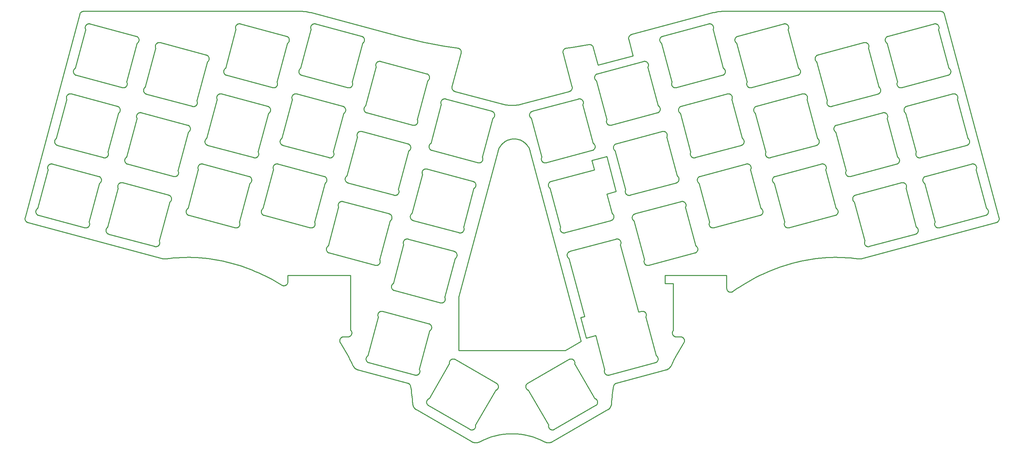
<source format=gm1>
G04 #@! TF.GenerationSoftware,KiCad,Pcbnew,(5.99.0-12889-g70df3822b5)*
G04 #@! TF.CreationDate,2021-11-23T09:02:27-05:00*
G04 #@! TF.ProjectId,switchPlate,73776974-6368-4506-9c61-74652e6b6963,rev?*
G04 #@! TF.SameCoordinates,Original*
G04 #@! TF.FileFunction,Profile,NP*
%FSLAX46Y46*%
G04 Gerber Fmt 4.6, Leading zero omitted, Abs format (unit mm)*
G04 Created by KiCad (PCBNEW (5.99.0-12889-g70df3822b5)) date 2021-11-23 09:02:27*
%MOMM*%
%LPD*%
G01*
G04 APERTURE LIST*
G04 #@! TA.AperFunction,Profile*
%ADD10C,0.264583*%
G04 #@! TD*
G04 APERTURE END LIST*
D10*
X49903323Y-66497693D02*
X49855079Y-66554611D01*
X171752580Y-143149412D02*
X171646984Y-143214863D01*
X51707699Y-59744327D02*
X51684019Y-59771800D01*
X54395522Y-100893082D02*
X54395522Y-100893082D01*
X99278413Y-102444666D02*
X99341597Y-102480846D01*
X191651955Y-89495956D02*
X191625622Y-89470164D01*
X112257594Y-119144200D02*
X109561072Y-129207752D01*
X256302616Y-43158475D02*
X256266117Y-43164700D01*
X233517204Y-82414549D02*
X233541789Y-82442482D01*
X214335126Y-83521538D02*
X214327290Y-83595739D01*
X177075417Y-46826616D02*
X177080956Y-46778132D01*
X131979030Y-102182458D02*
X131907723Y-102160485D01*
X217417654Y-94786078D02*
X217400175Y-94856757D01*
X243878962Y-48112674D02*
X243937418Y-48157839D01*
X47103789Y-58262518D02*
X49800315Y-48198960D01*
X98807480Y-101552634D02*
X98806587Y-101589333D01*
X273027087Y-93594577D02*
X273031335Y-93644428D01*
X203759218Y-61749161D02*
X203715330Y-61688818D01*
X252036512Y-97016578D02*
X252046422Y-96981075D01*
X181451471Y-118046368D02*
X181427811Y-118017382D01*
X42053337Y-95985720D02*
X42026569Y-96010651D01*
X103738248Y-65147851D02*
X103709856Y-65080808D01*
X125994715Y-75925198D02*
X126063507Y-75952125D01*
X247686503Y-59736163D02*
X247723042Y-59731314D01*
X65347343Y-63333048D02*
X65324594Y-63263392D01*
X72499014Y-54851873D02*
X72474289Y-54878531D01*
X181677208Y-105716427D02*
X181744611Y-105741601D01*
X46609942Y-59666121D02*
X46675436Y-59636136D01*
X189422394Y-84391642D02*
X189457745Y-84380022D01*
X150847913Y-136407886D02*
X150818646Y-136430294D01*
X40130978Y-84476635D02*
X40160689Y-84454541D01*
X184013983Y-131017664D02*
X184049332Y-131006043D01*
X120534513Y-93051903D02*
X120530958Y-93088190D01*
X159601283Y-97039665D02*
X159626759Y-97066533D01*
X109360073Y-129368798D02*
X109335350Y-129395457D01*
X243535520Y-47165813D02*
X243529524Y-47202745D01*
X34034919Y-56511080D02*
X45967712Y-59708466D01*
X161359342Y-103737342D02*
X161405644Y-103793070D01*
X208672056Y-80946064D02*
X208672056Y-80946064D01*
X84330695Y-65362143D02*
X84330695Y-65362143D01*
X99490913Y-77867876D02*
X99490913Y-77867876D01*
X157707666Y-148362432D02*
X157775349Y-148332829D01*
X108539042Y-65233795D02*
X108538151Y-65270496D01*
X75275673Y-44208561D02*
X75282683Y-44280415D01*
X241866583Y-59556620D02*
X241866583Y-59556620D01*
X91829647Y-55023384D02*
X91811421Y-55054436D01*
X122348245Y-67994026D02*
X122348245Y-67994026D01*
X181240580Y-52879222D02*
X181204225Y-52878688D01*
X211825444Y-92079272D02*
X211832769Y-92042789D01*
X75307894Y-96054984D02*
X75380955Y-96060606D01*
X178100494Y-92971702D02*
X178072102Y-93038745D01*
X174986915Y-99499327D02*
X174953015Y-99434363D01*
X63532248Y-70083002D02*
X63508686Y-70013616D01*
X50010231Y-66396724D02*
X49955133Y-66445033D01*
X98927868Y-83521542D02*
X98927868Y-83521542D01*
X230570677Y-92829903D02*
X230606633Y-92819549D01*
X252262676Y-77886256D02*
X252334150Y-77896445D01*
X101860708Y-90186907D02*
X101862522Y-90258915D01*
X185250307Y-65124963D02*
X185236719Y-65053795D01*
X150441706Y-137183744D02*
X150441323Y-137220601D01*
X115662930Y-111284116D02*
X115662037Y-111320816D01*
X78873911Y-82746401D02*
X78805121Y-82719474D01*
X117391514Y-87251268D02*
X117391514Y-87251268D01*
X37372199Y-94581337D02*
X40068717Y-84517754D01*
X128699946Y-115518842D02*
X128771420Y-115508653D01*
X150726695Y-137912342D02*
X150778895Y-137961978D01*
X28787492Y-72936495D02*
X28759726Y-72960513D01*
X62843051Y-92628126D02*
X62899856Y-92672688D01*
X265165900Y-74312714D02*
X265207628Y-74253999D01*
X105783245Y-131957647D02*
X105728793Y-131861812D01*
X62499643Y-91712280D02*
X62494779Y-91748313D01*
X161963020Y-60594282D02*
X162005369Y-60569004D01*
X130680254Y-131236052D02*
X130688430Y-131272564D01*
X98883066Y-83990285D02*
X98894236Y-83956024D01*
X129381165Y-115142170D02*
X129425053Y-115081828D01*
X125470143Y-57402992D02*
X125481313Y-57368730D01*
X213480434Y-77901456D02*
X213516789Y-77901991D01*
X88300382Y-110938138D02*
X88243319Y-110967453D01*
X243561383Y-47057823D02*
X243551474Y-47093325D01*
X247832281Y-59708466D02*
X259765081Y-56511082D01*
X109104239Y-130277390D02*
X109122777Y-130348896D01*
X105358192Y-123569238D02*
X105374449Y-123501094D01*
X239231461Y-49357979D02*
X239254210Y-49288323D01*
X55557359Y-100356867D02*
X55586230Y-100290027D01*
X81953398Y-91931652D02*
X81956615Y-91968725D01*
X239404486Y-100893086D02*
X251337278Y-97695702D01*
X125081733Y-141989893D02*
X125137369Y-142037580D01*
X223370896Y-62511234D02*
X223383129Y-62439822D01*
X173621035Y-76089848D02*
X176317560Y-86153435D01*
X72574663Y-56309296D02*
X72631465Y-56353857D01*
X45528639Y-84362809D02*
X45459602Y-84383080D01*
X122882684Y-133754141D02*
X122916583Y-133689179D01*
X49978986Y-46628916D02*
X49925663Y-46580490D01*
X28523573Y-73277745D02*
X28508804Y-73310551D01*
X82117383Y-91311779D02*
X82098035Y-91342182D01*
X169038970Y-141210246D02*
X169036603Y-141173110D01*
X68095115Y-74670494D02*
X68095115Y-74670494D01*
X54629950Y-49493062D02*
X54629950Y-49493062D01*
X206511263Y-74553754D02*
X206571354Y-74513275D01*
X249055072Y-64560064D02*
X249020349Y-64572921D01*
X260440723Y-55901348D02*
X260464285Y-55831963D01*
X217806003Y-95880925D02*
X217866851Y-95920255D01*
X138573408Y-79174580D02*
X138642444Y-79154309D01*
X75341925Y-43784366D02*
X75318109Y-43852791D01*
X65639183Y-80036337D02*
X65610313Y-80103177D01*
X238805019Y-48154146D02*
X238741709Y-48119443D01*
X137420760Y-84543792D02*
X137387730Y-84479308D01*
X201447393Y-56489107D02*
X201482114Y-56476249D01*
X108602272Y-47705300D02*
X108614657Y-47671491D01*
X252192284Y-77870979D02*
X252262676Y-77886256D01*
X40189435Y-84431469D02*
X40217197Y-84407451D01*
X122301199Y-69031520D02*
X122340105Y-68968722D01*
X221538288Y-55831963D02*
X221548198Y-55796461D01*
X191842369Y-89767847D02*
X191808470Y-89702883D01*
X121761000Y-142918280D02*
X121676252Y-142830913D01*
X209461462Y-65436346D02*
X209459166Y-65510184D01*
X88851657Y-46580491D02*
X88794855Y-46535930D01*
X208769244Y-80241325D02*
X208750506Y-80171603D01*
X131387565Y-130073732D02*
X131318609Y-130095973D01*
X269567986Y-92807931D02*
X269602709Y-92795073D01*
X68231738Y-52821319D02*
X68253283Y-52792316D01*
X257431080Y-44351825D02*
X257443312Y-44280414D01*
X112196190Y-119009116D02*
X112224233Y-119077459D01*
X203146990Y-112675699D02*
X203085762Y-112651308D01*
X229672880Y-64574257D02*
X229672880Y-64574257D01*
X206889160Y-74127805D02*
X206917554Y-74060760D01*
X150449668Y-74238261D02*
X150322577Y-74118702D01*
X155953954Y-151739546D02*
X155830555Y-151714230D01*
X95714148Y-95618830D02*
X95753054Y-95556032D01*
X82282931Y-91119925D02*
X82256165Y-91144856D01*
X239185646Y-100926407D02*
X239222162Y-100924272D01*
X173065992Y-93775692D02*
X173107720Y-93716979D01*
X191115931Y-89213251D02*
X191044457Y-89203062D01*
X91748280Y-55901345D02*
X91776673Y-55968389D01*
X161246737Y-103553241D02*
X161279764Y-103617165D01*
X46642268Y-78243501D02*
X46631098Y-78277763D01*
X176508547Y-87360845D02*
X176535702Y-87385549D01*
X197919474Y-95143905D02*
X197927984Y-95215350D01*
X121341118Y-142328765D02*
X121293083Y-142217298D01*
X202507488Y-111953575D02*
X202494710Y-111882726D01*
X172276069Y-142642828D02*
X172202833Y-142739365D01*
X159827150Y-97223829D02*
X159890459Y-97258532D01*
X130794443Y-130535120D02*
X130776948Y-130566673D01*
X177383692Y-46189644D02*
X177419624Y-46157136D01*
X45389699Y-65726883D02*
X45397132Y-65691460D01*
X157209997Y-148423268D02*
X157281619Y-148430139D01*
X155659645Y-79188100D02*
X155696070Y-79180489D01*
X64418765Y-64607836D02*
X64491044Y-64602826D01*
X174994514Y-100342313D02*
X175022558Y-100273970D01*
X133844049Y-97288517D02*
X133909542Y-97258532D01*
X227362906Y-79471551D02*
X227290627Y-79466540D01*
X167871370Y-75893536D02*
X167934555Y-75857357D01*
X103617081Y-66085938D02*
X103637535Y-66056219D01*
X133201818Y-97330860D02*
X133274558Y-97347482D01*
X117537076Y-86996324D02*
X117560893Y-86927896D01*
X256373178Y-95424228D02*
X256402047Y-95491068D01*
X81225391Y-76557013D02*
X81197347Y-76488670D01*
X102539841Y-124620841D02*
X102585727Y-124574961D01*
X173017606Y-92500931D02*
X172967130Y-92448459D01*
X72700011Y-54690827D02*
X72700011Y-54690827D01*
X235091553Y-88535391D02*
X235094677Y-88608603D01*
X218128666Y-43349052D02*
X218099251Y-43327681D01*
X40468106Y-84057415D02*
X40481690Y-84024092D01*
X151899783Y-67661946D02*
X154596308Y-77725533D01*
X235299835Y-89140147D02*
X235346138Y-89195876D01*
X45083005Y-66248070D02*
X45109772Y-66223138D01*
X64193477Y-103700878D02*
X63201689Y-103685279D01*
X122890845Y-132779469D02*
X122890845Y-132779469D01*
X199059775Y-44064685D02*
X199051264Y-43993240D01*
X131488001Y-60264523D02*
X131514915Y-60304273D01*
X82079807Y-91373234D02*
X82062718Y-91404904D01*
X272818179Y-94322564D02*
X272787523Y-94359644D01*
X88818281Y-48135747D02*
X88847025Y-48112675D01*
X50026034Y-48011254D02*
X50049713Y-47983781D01*
X133225846Y-49602875D02*
X133271246Y-49629962D01*
X230966978Y-69403885D02*
X230931023Y-69414239D01*
X71375184Y-61307125D02*
X71302905Y-61312136D01*
X246911061Y-79286081D02*
X246960711Y-79234009D01*
X80670143Y-77825535D02*
X80735637Y-77795550D01*
X79169965Y-84382519D02*
X79195717Y-84356708D01*
X125457757Y-57436802D02*
X125470143Y-57402992D01*
X187824632Y-132223745D02*
X187751633Y-132304401D01*
X44836957Y-85676771D02*
X44865000Y-85745115D01*
X131334832Y-59614575D02*
X131330582Y-59664451D01*
X118838847Y-100409050D02*
X116142323Y-110472637D01*
X242138601Y-59800052D02*
X242092301Y-59744325D01*
X151435625Y-66628805D02*
X151429629Y-66665736D01*
X237040458Y-104091564D02*
X236990796Y-104096522D01*
X82171821Y-108122993D02*
X81289864Y-107719090D01*
X179648207Y-117901394D02*
X174961153Y-100409054D01*
X46866628Y-77877077D02*
X46841904Y-77903737D01*
X208400495Y-59711566D02*
X208470888Y-59726843D01*
X42081102Y-95961701D02*
X42053337Y-95985720D01*
X238762254Y-100850746D02*
X238829656Y-100875919D01*
X66801017Y-79500120D02*
X66728278Y-79483497D01*
X64272896Y-64601956D02*
X64345957Y-64607577D01*
X214736735Y-82854722D02*
X214679932Y-82899283D01*
X172013008Y-69422803D02*
X172082044Y-69443074D01*
X172082044Y-69443074D02*
X172152437Y-69458350D01*
X191702016Y-89550757D02*
X191677431Y-89522824D01*
X257190265Y-43472510D02*
X257164789Y-43445643D01*
X100652750Y-77331658D02*
X100681621Y-77264818D01*
X36386397Y-44422504D02*
X36409144Y-44492160D01*
X258501646Y-40138925D02*
X258563470Y-40190429D01*
X188937492Y-59711568D02*
X189007885Y-59726845D01*
X171340938Y-68628037D02*
X171354574Y-68698765D01*
X137346206Y-151762337D02*
X137221585Y-151748455D01*
X33318855Y-55322307D02*
X33311423Y-55357730D01*
X184520635Y-66242588D02*
X184556591Y-66232234D01*
X151451579Y-66556315D02*
X151442950Y-66592321D01*
X203667086Y-61631899D02*
X203641609Y-61605031D01*
X98457717Y-84517754D02*
X98489316Y-84497717D01*
X141900218Y-67661948D02*
X141900218Y-67661948D01*
X125459151Y-75364359D02*
X125487545Y-75431405D01*
X203715330Y-61688818D02*
X203691671Y-61659832D01*
X108503323Y-47896804D02*
X108522670Y-47866402D01*
X168917615Y-141734341D02*
X168934286Y-141702462D01*
X251477850Y-76626668D02*
X251460371Y-76697348D01*
X160488945Y-97353708D02*
X160525444Y-97347482D01*
X71090812Y-104464348D02*
X70113231Y-104285329D01*
X171498803Y-69031516D02*
X171542690Y-69091858D01*
X115697790Y-93821760D02*
X115712559Y-93788954D01*
X102686489Y-124492230D02*
X102741148Y-124455777D01*
X115967078Y-110607871D02*
X115941326Y-110633682D01*
X191878010Y-90542491D02*
X191900759Y-90472836D01*
X269766049Y-92713166D02*
X269826141Y-92672687D01*
X230760796Y-69484447D02*
X230697612Y-69520626D01*
X42316439Y-77196393D02*
X42335176Y-77126671D01*
X247000400Y-59562103D02*
X247061248Y-59601433D01*
X72229850Y-55687040D02*
X72229850Y-55687040D01*
X79472710Y-83595739D02*
X79469492Y-83558667D01*
X228651403Y-64255127D02*
X228675988Y-64283060D01*
X88805875Y-110206800D02*
X88793831Y-110275637D01*
X33299236Y-55649910D02*
X33303855Y-55687040D01*
X190019627Y-65288724D02*
X190012301Y-65325208D01*
X190204452Y-66114938D02*
X190250754Y-66170667D01*
X202525001Y-112022103D02*
X202507488Y-111953575D01*
X185238396Y-65491954D02*
X185245721Y-65455470D01*
X84229215Y-65963091D02*
X84245152Y-65930837D01*
X115665161Y-111247606D02*
X115662930Y-111284116D01*
X151429629Y-66665736D02*
X151429629Y-66665736D01*
X108367979Y-46628917D02*
X108314656Y-46580491D01*
X87739913Y-111062184D02*
X87674042Y-111054936D01*
X150525785Y-137615177D02*
X150557328Y-137680402D01*
X247801892Y-84356904D02*
X247765577Y-84365914D01*
X131753819Y-60541809D02*
X131794630Y-60569004D01*
X132520235Y-103617159D02*
X132537325Y-103585489D01*
X195397002Y-82778064D02*
X195333820Y-82814243D01*
X108724884Y-64694744D02*
X108704428Y-64724463D01*
X164713175Y-119315014D02*
X166136680Y-124627613D01*
X131676985Y-60481981D02*
X131714589Y-60512776D01*
X129332921Y-115199087D02*
X129381165Y-115142170D01*
X202968694Y-112591017D02*
X202913284Y-112555339D01*
X239079130Y-48395229D02*
X239079130Y-48395229D01*
X233449656Y-82325221D02*
X233493544Y-82385563D01*
X102306641Y-125592889D02*
X102289249Y-125526970D01*
X171397128Y-68836914D02*
X171425997Y-68903755D01*
X208625016Y-79908575D02*
X208581129Y-79848233D01*
X142378209Y-66739936D02*
X142374991Y-66702865D01*
X248551438Y-66056215D02*
X248593439Y-66114938D01*
X161452685Y-102410701D02*
X161403032Y-102462775D01*
X156629826Y-148134680D02*
X156683660Y-148185270D01*
X20779714Y-93544625D02*
X20789125Y-93494562D01*
X257321301Y-43652564D02*
X257282395Y-43589768D01*
X137514243Y-84936324D02*
X137512411Y-84899344D01*
X221045263Y-56430517D02*
X221108446Y-56394337D01*
X244137487Y-67377030D02*
X244149720Y-67305618D01*
X193147251Y-77331663D02*
X193181151Y-77396627D01*
X105554190Y-58397603D02*
X105526147Y-58329259D01*
X73034476Y-104892147D02*
X73034476Y-104892147D01*
X58353501Y-87765067D02*
X58296696Y-87720505D01*
X238633450Y-100786059D02*
X238696759Y-100820760D01*
X129594789Y-114535028D02*
X129592976Y-114463019D01*
X185229767Y-65527961D02*
X185238396Y-65491954D01*
X168633363Y-142059979D02*
X168662630Y-142037572D01*
X173970856Y-98935411D02*
X173934317Y-98940261D01*
X228615515Y-103740473D02*
X227625706Y-103802870D01*
X33337488Y-55252557D02*
X33327549Y-55287239D01*
X176198229Y-86716001D02*
X176206740Y-86787446D01*
X100536058Y-77519762D02*
X100536058Y-77519762D01*
X133396925Y-49724269D02*
X133435102Y-49759741D01*
X47103789Y-58262518D02*
X47103789Y-58262518D01*
X115792567Y-93437815D02*
X115793459Y-93401114D01*
X83892114Y-66338335D02*
X83922778Y-66317254D01*
X36349679Y-44208560D02*
X36356688Y-44280415D01*
X27043136Y-79646480D02*
X26985023Y-79690346D01*
X187052440Y-72242742D02*
X187064674Y-72171330D01*
X168847527Y-140665256D02*
X168803026Y-140608719D01*
X44942984Y-64654830D02*
X44879799Y-64618651D01*
X177111417Y-46636145D02*
X177126038Y-46590228D01*
X62740071Y-92527627D02*
X62789725Y-92579701D01*
X130668089Y-131162830D02*
X130673478Y-131199462D01*
X260494733Y-55393475D02*
X260481145Y-55322308D01*
X88757907Y-48178922D02*
X88788570Y-48157841D01*
X62833030Y-69403878D02*
X50900229Y-66206496D01*
X33501994Y-54934259D02*
X33480450Y-54963263D01*
X185134868Y-65764381D02*
X185167900Y-65699896D01*
X142380042Y-66776916D02*
X142378209Y-66739936D01*
X178747732Y-92429013D02*
X178747732Y-92429013D01*
X206502793Y-72850216D02*
X206502792Y-72850215D01*
X91683622Y-55502302D02*
X91682729Y-55539001D01*
X122586633Y-134079024D02*
X122644742Y-134035160D01*
X228782893Y-64384028D02*
X228811589Y-64406522D01*
X212522142Y-76768761D02*
X212515131Y-76840616D01*
X177018239Y-87617758D02*
X177089713Y-87627948D01*
X86816929Y-73698416D02*
X86817392Y-73735272D01*
X103679064Y-83320425D02*
X103675510Y-83356712D01*
X45183932Y-66143194D02*
X45206553Y-66114939D01*
X99996706Y-77870977D02*
X100065742Y-77850705D01*
X233830970Y-82661349D02*
X233896465Y-82691333D01*
X162403241Y-49282738D02*
X163868976Y-49061682D01*
X125479146Y-140295315D02*
X125479146Y-140295315D01*
X111630834Y-54154009D02*
X111653583Y-54223666D01*
X103639350Y-64954616D02*
X103597625Y-64895903D01*
X46919146Y-77826334D02*
X46892380Y-77851265D01*
X171646984Y-143214863D02*
X157294019Y-151501263D01*
X103838653Y-82883902D02*
X103819304Y-82914304D01*
X88507176Y-110786723D02*
X88459085Y-110829485D01*
X99407679Y-102512508D02*
X99476469Y-102539434D01*
X161773608Y-130105421D02*
X161705925Y-130135021D01*
X181167772Y-52879482D02*
X181131256Y-52881617D01*
X165326745Y-63385515D02*
X165308007Y-63315793D01*
X132631240Y-103313856D02*
X132637397Y-103278111D01*
X203907894Y-62511235D02*
X203920128Y-62439823D01*
X106472104Y-132641108D02*
X106380150Y-132582978D01*
X65072211Y-64335722D02*
X65124020Y-64283062D01*
X151779066Y-67575661D02*
X151837523Y-67620827D01*
X51476585Y-60626248D02*
X51495123Y-60697756D01*
X200281915Y-40017884D02*
X200606789Y-39980488D01*
X122924203Y-132846209D02*
X122890845Y-132779469D01*
X122467575Y-68556593D02*
X122470935Y-68484722D01*
X264736900Y-74635663D02*
X264770970Y-74621594D01*
X82692320Y-92829907D02*
X94625117Y-96027287D01*
X163131795Y-130908078D02*
X163119970Y-130836855D01*
X203034113Y-61312139D02*
X202961834Y-61307128D01*
X177419624Y-46157136D02*
X177457227Y-46126309D01*
X80735637Y-77795550D02*
X80798946Y-77760847D01*
X112055400Y-105741623D02*
X112122803Y-105716451D01*
X106815836Y-72451450D02*
X106849197Y-72518190D01*
X178172815Y-93947109D02*
X178214814Y-94005831D01*
X58406827Y-87813494D02*
X58353501Y-87765067D01*
X45109772Y-66223138D02*
X45135526Y-66197327D01*
X259905178Y-56462179D02*
X259971261Y-56430517D01*
X58690755Y-88716662D02*
X58696911Y-88680917D01*
X68344336Y-52637220D02*
X68359104Y-52604415D01*
X57257850Y-104084484D02*
X57257850Y-104084484D01*
X51619400Y-59858777D02*
X51600052Y-59889179D01*
X213772077Y-77867878D02*
X213772077Y-77867878D01*
X241866583Y-59556620D02*
X241866583Y-59556622D01*
X120327451Y-75979577D02*
X120354217Y-75954645D01*
X49955133Y-66445033D02*
X49903323Y-66497693D01*
X123843822Y-81094914D02*
X123795577Y-81151833D01*
X212940201Y-77721517D02*
X213001049Y-77760847D01*
X139195554Y-78700228D02*
X139229454Y-78635264D01*
X248200973Y-84347536D02*
X248129500Y-84337347D01*
X118741661Y-99704312D02*
X118728025Y-99775040D01*
X137034418Y-85821358D02*
X137066017Y-85801321D01*
X217509948Y-95556032D02*
X217548854Y-95618830D01*
X191342397Y-124721188D02*
X191378535Y-124774705D01*
X221568738Y-55393475D02*
X221555150Y-55322308D01*
X225965788Y-72850216D02*
X225965788Y-72850216D01*
X253852084Y-82746401D02*
X253786001Y-82778063D01*
X171127309Y-134011564D02*
X171155253Y-134035168D01*
X35015721Y-40478867D02*
X35035075Y-40442656D01*
X184592232Y-130549812D02*
X184625262Y-130485329D01*
X233402601Y-81287728D02*
X233369242Y-81354468D01*
X125762617Y-122580642D02*
X125788368Y-122554830D01*
X42335176Y-77126671D02*
X42348812Y-77055942D01*
X222278955Y-61313007D02*
X222242415Y-61317858D01*
X251442674Y-76984496D02*
X251451185Y-77055942D01*
X33348658Y-55218296D02*
X33337488Y-55252557D01*
X108540896Y-47835350D02*
X108557985Y-47803681D01*
X172671077Y-94084573D02*
X172737160Y-94052912D01*
X251441127Y-76840616D02*
X251439313Y-76912625D01*
X120599179Y-137038343D02*
X120579337Y-136969079D01*
X33294187Y-55575859D02*
X33296019Y-55612839D01*
X247124557Y-59636136D02*
X247190050Y-59666121D01*
X217975095Y-43253649D02*
X217909602Y-43223666D01*
X72820820Y-56462178D02*
X72889609Y-56489105D01*
X189443285Y-59708466D02*
X189443285Y-59708466D01*
X122969270Y-133553917D02*
X122988009Y-133484196D01*
X137324282Y-147932751D02*
X137341777Y-147901199D01*
X137430296Y-147195309D02*
X137430296Y-147195309D01*
X115775762Y-93582388D02*
X115781918Y-93546644D01*
X82078083Y-92351700D02*
X82115561Y-92413409D01*
X182169166Y-54154009D02*
X182186645Y-54083331D01*
X28469888Y-73991370D02*
X28493452Y-74060757D01*
X247117003Y-78143572D02*
X247083978Y-78079649D01*
X36661543Y-43419853D02*
X36609735Y-43472511D01*
X95456997Y-95880925D02*
X95515108Y-95837060D01*
X45359895Y-65830897D02*
X45371065Y-65796635D01*
X23893931Y-91119925D02*
X23867164Y-91144856D01*
X130680029Y-130836853D02*
X130673477Y-130872332D01*
X109207761Y-130549805D02*
X109245235Y-130611511D01*
X194236352Y-77884500D02*
X194272776Y-77876888D01*
X70419927Y-62152637D02*
X70411418Y-62224082D01*
X41465844Y-77896445D02*
X41537319Y-77886256D01*
X124817659Y-140920374D02*
X124806054Y-140955063D01*
X67904993Y-51325062D02*
X67838910Y-51293400D01*
X46113489Y-59736163D02*
X46186551Y-59741785D01*
X214491262Y-84215598D02*
X214533262Y-84274320D01*
X89203466Y-47423995D02*
X89205698Y-47387484D01*
X160934564Y-49483828D02*
X160934564Y-49483828D01*
X237286466Y-104048169D02*
X237237649Y-104059324D01*
X188482109Y-131000035D02*
X188120550Y-131763150D01*
X44673612Y-64538090D02*
X44673612Y-64538090D01*
X89042143Y-46795205D02*
X89000416Y-46736491D01*
X257345042Y-96060606D02*
X257381558Y-96058471D01*
X94859538Y-44627243D02*
X92163012Y-54690827D01*
X211838766Y-92005856D02*
X211838766Y-92005856D01*
X260503151Y-55465794D02*
X260494733Y-55393475D01*
X156866676Y-148312146D02*
X156932400Y-148344548D01*
X172917234Y-93931692D02*
X172970557Y-93883267D01*
X185197719Y-47705299D02*
X185226070Y-47771427D01*
X28634085Y-74312712D02*
X28679873Y-74368215D01*
X200606789Y-39980488D02*
X200932804Y-39953744D01*
X45303220Y-65963091D02*
X45319157Y-65930836D01*
X269936272Y-92579700D02*
X269985925Y-92527627D01*
X132482659Y-103678614D02*
X132502008Y-103648212D01*
X108664076Y-47239877D02*
X108659457Y-47202748D01*
X184653654Y-130418287D02*
X184677215Y-130348904D01*
X213197255Y-77850708D02*
X213266291Y-77870979D01*
X137458554Y-147451318D02*
X137458595Y-147414856D01*
X44865000Y-85745115D02*
X44898360Y-85811856D01*
X62615078Y-92351700D02*
X62652555Y-92413409D01*
X134246963Y-96982746D02*
X134290851Y-96922404D01*
X98870682Y-84024094D02*
X98883066Y-83990285D01*
X201988579Y-55054437D02*
X201951005Y-54992983D01*
X188307207Y-58262518D02*
X188307207Y-58262518D01*
X270221769Y-92042789D02*
X270227766Y-92005856D01*
X194513132Y-100741131D02*
X191816606Y-90677574D01*
X180985249Y-52903792D02*
X180948934Y-52912803D01*
X178073865Y-93755604D02*
X178102217Y-93821732D01*
X102858478Y-124393691D02*
X102920932Y-124368455D01*
X120467246Y-47134655D02*
X122220632Y-47558117D01*
X33327549Y-55287239D02*
X33318855Y-55322307D01*
X58653517Y-88856099D02*
X58664688Y-88821837D01*
X189647333Y-82581719D02*
X186950807Y-72518162D01*
X233767660Y-82626646D02*
X233830970Y-82661349D01*
X235185504Y-88105988D02*
X235157109Y-88173035D01*
X235093846Y-88461552D02*
X235091553Y-88535391D01*
X63365966Y-70980727D02*
X63387512Y-70951723D01*
X130673478Y-131199462D02*
X130680254Y-131236052D01*
X238189954Y-100221604D02*
X238213770Y-100290031D01*
X225403756Y-52503021D02*
X225427311Y-52571092D01*
X137182899Y-85711056D02*
X137209665Y-85686124D01*
X95880522Y-95143905D02*
X95883882Y-95072033D01*
X143323031Y-137477591D02*
X143332124Y-137441871D01*
X256305115Y-95072033D02*
X256308476Y-95143905D01*
X31493905Y-62152643D02*
X31485394Y-62224089D01*
X133505503Y-49836174D02*
X133537600Y-49876946D01*
X239123018Y-48455571D02*
X239079130Y-48395229D01*
X104862499Y-59711568D02*
X104931536Y-59691298D01*
X244260580Y-46378705D02*
X244260580Y-46378705D01*
X187033416Y-132785565D02*
X186929680Y-132822832D01*
X31604728Y-62786658D02*
X31604728Y-62786658D01*
X247168910Y-78277771D02*
X247145355Y-78209700D01*
X257058090Y-96030388D02*
X257128482Y-96045664D01*
X181603807Y-119009122D02*
X181626556Y-118939465D01*
X78939994Y-82778063D02*
X78873911Y-82746401D01*
X162127725Y-130036003D02*
X162055776Y-130039465D01*
X218288854Y-43500442D02*
X218264269Y-43472510D01*
X175022558Y-100273970D02*
X175045307Y-100204314D01*
X137235417Y-85660312D02*
X137260142Y-85633653D01*
X253920874Y-82719474D02*
X253886151Y-82732332D01*
X202547035Y-112088200D02*
X202525001Y-112022103D01*
X84134644Y-64895875D02*
X84088858Y-64840372D01*
X212574604Y-76557013D02*
X212551855Y-76626669D01*
X244061617Y-66742722D02*
X244027719Y-66677758D01*
X66728278Y-79483497D02*
X66655241Y-79472421D01*
X120124249Y-74350189D02*
X120058167Y-74318527D01*
X126057528Y-121719662D02*
X126057528Y-121719662D01*
X194968287Y-101372612D02*
X194949655Y-101302862D01*
X249022522Y-85393173D02*
X249024336Y-85321165D01*
X156741670Y-148232197D02*
X156741670Y-148232197D01*
X194977290Y-101774279D02*
X194983286Y-101737347D01*
X214743020Y-84476635D02*
X214805281Y-84517754D01*
X150600406Y-136671628D02*
X150581473Y-136702254D01*
X243607506Y-66278831D02*
X243542011Y-66248845D01*
X65554125Y-80312054D02*
X65545615Y-80383498D01*
X181719968Y-53019831D02*
X181656659Y-52985128D01*
X88901553Y-48063725D02*
X88927305Y-48037914D01*
X198059673Y-43147212D02*
X198023221Y-43148006D01*
X251701180Y-77576683D02*
X251726656Y-77603551D01*
X164668310Y-62661478D02*
X164599274Y-62641207D01*
X168339079Y-74647479D02*
X168310726Y-74581350D01*
X137209665Y-85686124D02*
X137235417Y-85660312D01*
X65563315Y-80670645D02*
X65580794Y-80741324D01*
X124996974Y-140608728D02*
X124952473Y-140665264D01*
X132394355Y-103793067D02*
X132418036Y-103765593D01*
X143242673Y-137680402D02*
X143274217Y-137615177D01*
X51988144Y-61296310D02*
X52054226Y-61327973D01*
X111805919Y-53260913D02*
X111805919Y-53260913D01*
X117560893Y-86927896D02*
X117579631Y-86858174D01*
X264891780Y-72850215D02*
X264891781Y-72850215D01*
X54614358Y-100926403D02*
X54687165Y-100926661D01*
X145273839Y-64177347D02*
X145597494Y-64225259D01*
X124772312Y-141098838D02*
X124767163Y-141135899D01*
X208307015Y-79607150D02*
X208243706Y-79572447D01*
X100626990Y-76421931D02*
X103323514Y-66358374D01*
X95776774Y-43148007D02*
X95703967Y-43147749D01*
X87285499Y-110911045D02*
X87285499Y-110911045D01*
X122118688Y-134253951D02*
X122190160Y-134243761D01*
X161193052Y-102839616D02*
X161183142Y-102875120D01*
X46698942Y-78111310D02*
X46683005Y-78143564D01*
X68440007Y-52216576D02*
X68439545Y-52179720D01*
X79328086Y-84185195D02*
X79346312Y-84154143D01*
X21508353Y-94669388D02*
X21458980Y-94654810D01*
X51458644Y-60515705D02*
X51463263Y-60552834D01*
X186646614Y-71218574D02*
X186585766Y-71179244D01*
X194865119Y-83742789D02*
X194873536Y-83815108D01*
X103760039Y-65796643D02*
X103769979Y-65761961D01*
X81242435Y-77196393D02*
X81261173Y-77126671D01*
X226414014Y-73955871D02*
X226422643Y-73919864D01*
X70621680Y-61688813D02*
X70621680Y-61688813D01*
X195342279Y-84517754D02*
X195342279Y-84517754D01*
X238407581Y-100601894D02*
X238433057Y-100628762D01*
X238382995Y-100573962D02*
X238407581Y-100601894D01*
X176432152Y-87280253D02*
X176456737Y-87308186D01*
X159708191Y-97140633D02*
X159736887Y-97163127D01*
X143351562Y-137331974D02*
X143357695Y-137257613D01*
X131744224Y-130039469D02*
X131672275Y-130036005D01*
X100618851Y-77396622D02*
X100652750Y-77331658D01*
X106738377Y-71884177D02*
X106729866Y-71955623D01*
X181157600Y-105222553D02*
X181191500Y-105287517D01*
X41174659Y-77884500D02*
X41247696Y-77895576D01*
X99037472Y-100956337D02*
X99014853Y-100984591D01*
X159890459Y-97258532D02*
X159955953Y-97288517D01*
X167701140Y-75963744D02*
X167736491Y-75952125D01*
X63445542Y-70860548D02*
X63462632Y-70828878D01*
X32235018Y-61337605D02*
X32165982Y-61357875D01*
X180406328Y-117698254D02*
X179648207Y-117901394D01*
X44777483Y-85393169D02*
X44784495Y-85465024D01*
X125971990Y-122288343D02*
X125986758Y-122255538D01*
X211823764Y-91641112D02*
X211805129Y-91571360D01*
X70408057Y-62295954D02*
X70409872Y-62367963D01*
X106206675Y-132452414D02*
X106125529Y-132380295D01*
X209818755Y-66272087D02*
X209877214Y-66317252D01*
X230831579Y-91009625D02*
X230831579Y-91009625D01*
X115666484Y-92907242D02*
X115629008Y-92845534D01*
X177579614Y-46044679D02*
X177623455Y-46021343D01*
X31604728Y-62786658D02*
X31604743Y-62786654D01*
X23579800Y-91676535D02*
X23573644Y-91712280D01*
X107343044Y-71114584D02*
X107277549Y-71144568D01*
X116988601Y-87557039D02*
X117054094Y-87527054D01*
X198005444Y-94648078D02*
X197977401Y-94716422D01*
X154596308Y-77725533D02*
X154562947Y-77792274D01*
X75162116Y-96027287D02*
X75234856Y-96043909D01*
X104152670Y-82581747D02*
X104121072Y-82601784D01*
X130664077Y-131126189D02*
X130668089Y-131162830D01*
X104429450Y-59725088D02*
X104502487Y-59736164D01*
X206502794Y-72850216D02*
X206502794Y-72850216D01*
X160234258Y-97359427D02*
X160306537Y-97364439D01*
X108197765Y-46495450D02*
X108134583Y-46459271D01*
X82399819Y-91029658D02*
X82369155Y-91050740D01*
X122257312Y-69091862D02*
X122257312Y-69091862D01*
X265348636Y-73919864D02*
X265355962Y-73883380D01*
X225370123Y-52068539D02*
X225370123Y-52068539D01*
X208785925Y-80599233D02*
X208792937Y-80527378D01*
X272998808Y-93444466D02*
X273010868Y-93494519D01*
X44906495Y-84837164D02*
X44872596Y-84902128D01*
X181487557Y-105612410D02*
X181548405Y-105651740D01*
X132070230Y-60689249D02*
X144311811Y-63969725D01*
X181297953Y-105439643D02*
X181322538Y-105467576D01*
X67482599Y-73213822D02*
X67465509Y-73245491D01*
X29169120Y-74670494D02*
X29169120Y-74670494D01*
X186033573Y-71038893D02*
X185997056Y-71041028D01*
X125920739Y-122383318D02*
X125938965Y-122352266D01*
X131714589Y-60512776D02*
X131753819Y-60541809D01*
X264891777Y-72850216D02*
X264891777Y-72850216D01*
X161705925Y-130135021D02*
X161639966Y-130169903D01*
X56908798Y-104102150D02*
X56858959Y-104099691D01*
X272942845Y-94118076D02*
X272921875Y-94161263D01*
X202860242Y-112516119D02*
X202809787Y-112473470D01*
X178486833Y-94249264D02*
X178486833Y-94249264D01*
X162470418Y-59763457D02*
X162471153Y-59714104D01*
X98902256Y-101168691D02*
X98887489Y-101201496D01*
X63568728Y-70265060D02*
X63564109Y-70227928D01*
X112678054Y-104447931D02*
X112650010Y-104379588D01*
X81968803Y-91676535D02*
X81962648Y-91712280D01*
X89110923Y-47771428D02*
X89125691Y-47738623D01*
X142075463Y-67526713D02*
X142101215Y-67500901D01*
X87477171Y-111005152D02*
X87412444Y-110978852D01*
X228435179Y-63403729D02*
X228422946Y-63475141D01*
X50255472Y-47567479D02*
X50262904Y-47532057D01*
X151442950Y-66592321D02*
X151435625Y-66628805D01*
X72287038Y-55184487D02*
X72274653Y-55218296D01*
X49764152Y-67652447D02*
X49764152Y-67652447D01*
X31526280Y-62012191D02*
X31507541Y-62081914D01*
X144311811Y-63969725D02*
X144630734Y-64049579D01*
X122381605Y-68060767D02*
X122348245Y-67994026D01*
X206502790Y-72850216D02*
X206502790Y-72850216D01*
X79026317Y-84497717D02*
X79056980Y-84476635D01*
X251990352Y-77795550D02*
X252055845Y-77825535D01*
X21364226Y-94618836D02*
X21318932Y-94597595D01*
X124939168Y-141826196D02*
X124982502Y-141883941D01*
X105594418Y-58537939D02*
X105576939Y-58467259D01*
X243263703Y-66177935D02*
X243191424Y-66172923D01*
X105603606Y-58896531D02*
X105612116Y-58825086D01*
X168964147Y-141637000D02*
X168977303Y-141603484D01*
X227035298Y-79491109D02*
X226998983Y-79500119D01*
X218455561Y-96058471D02*
X218492106Y-96054984D01*
X212750594Y-77548750D02*
X212775180Y-77576684D01*
X233369242Y-81354468D02*
X233341201Y-81422812D01*
X176408493Y-87251267D02*
X176432152Y-87280253D01*
X111480571Y-105758794D02*
X111480571Y-105758794D01*
X41393565Y-77901456D02*
X41465844Y-77896445D01*
X185174164Y-47637229D02*
X185197719Y-47705299D01*
X31520572Y-62581917D02*
X31543322Y-62651574D01*
X193118381Y-77264823D02*
X193147251Y-77331663D01*
X257111302Y-43395149D02*
X257083359Y-43371545D01*
X172637009Y-94098644D02*
X172671077Y-94084573D01*
X173204854Y-92806885D02*
X173176502Y-92740757D01*
X79348028Y-83175704D02*
X79310553Y-83113997D01*
X181081726Y-104588243D02*
X181069493Y-104659655D01*
X33296849Y-55465793D02*
X33294617Y-55502303D01*
X247118729Y-78993603D02*
X247147121Y-78926561D01*
X178711778Y-92439367D02*
X178676428Y-92450988D01*
X228841004Y-64427894D02*
X228901851Y-64467224D01*
X33387669Y-55968390D02*
X33420700Y-56032874D01*
X239170057Y-49493062D02*
X239170057Y-49493062D01*
X209501157Y-65217216D02*
X209491248Y-65252719D01*
X142128541Y-66143978D02*
X142078891Y-66091905D01*
X177668745Y-46000072D02*
X177715439Y-45980943D01*
X137846048Y-151739546D02*
X137721644Y-151757006D01*
X55166550Y-100786055D02*
X55227398Y-100746724D01*
X184703078Y-130240915D02*
X184709074Y-130203985D01*
X168529502Y-57742762D02*
X168579981Y-57795232D01*
X98935280Y-101104767D02*
X98918192Y-101136437D01*
X28908217Y-72850212D02*
X28876617Y-72870249D01*
X225961090Y-51293400D02*
X225895007Y-51325062D01*
X157841308Y-148297947D02*
X168539965Y-142121067D01*
X256989054Y-96010117D02*
X257058090Y-96030388D01*
X50270469Y-47202746D02*
X50270469Y-47202746D01*
X122449877Y-68269445D02*
X122432397Y-68198766D01*
X251660445Y-95916538D02*
X251598181Y-95875420D01*
X190033705Y-83859303D02*
X190062098Y-83792259D01*
X221536517Y-55252559D02*
X221512961Y-55184488D01*
X173534518Y-136508702D02*
X173481907Y-136555422D01*
X165352250Y-63599561D02*
X165348891Y-63527689D01*
X178072102Y-93038745D02*
X178048539Y-93108129D01*
X195273731Y-82854723D02*
X195216929Y-82899284D01*
X41788829Y-96369083D02*
X41776443Y-96402893D01*
X132177093Y-102277226D02*
X132113908Y-102241047D01*
X54720878Y-48395229D02*
X54720878Y-48395229D01*
X171425205Y-77554871D02*
X171425205Y-77554871D01*
X139282139Y-78499997D02*
X139300877Y-78430275D01*
X246573515Y-58753212D02*
X246576876Y-58825084D01*
X85725590Y-59562103D02*
X85783701Y-59518238D01*
X126067659Y-121867699D02*
X126067197Y-121830843D01*
X21458980Y-94654810D02*
X21410923Y-94637934D01*
X35433469Y-40051534D02*
X35469400Y-40033123D01*
X208331459Y-59691295D02*
X208400495Y-59711566D01*
X251752989Y-77629343D02*
X251780143Y-77654047D01*
X261701404Y-61383045D02*
X261634001Y-61357872D01*
X102265248Y-125328571D02*
X102266279Y-125262887D01*
X82032012Y-91469964D02*
X82018427Y-91503288D01*
X194199853Y-77890726D02*
X194236352Y-77884500D01*
X60518281Y-81706406D02*
X60511270Y-81634550D01*
X103695837Y-83651374D02*
X103714375Y-83722882D01*
X91937292Y-54878531D02*
X91913613Y-54906004D01*
X132440658Y-103737338D02*
X132462204Y-103708334D01*
X67584798Y-73065388D02*
X67562177Y-73093643D01*
X272978528Y-94028809D02*
X272961744Y-94073899D01*
X28521847Y-74127802D02*
X28554879Y-74192288D01*
X143339926Y-137405676D02*
X143346413Y-137369035D01*
X209459166Y-65510184D02*
X209462290Y-65583396D01*
X55633232Y-99722556D02*
X55615752Y-99651877D01*
X36561492Y-43529428D02*
X36561492Y-43529428D01*
X50277476Y-47423994D02*
X50279709Y-47387484D01*
X128661374Y-62992419D02*
X128617487Y-63052761D01*
X176482214Y-87335054D02*
X176508547Y-87360845D01*
X128709619Y-62935500D02*
X128661374Y-62992419D01*
X150818646Y-136430294D02*
X150790340Y-136453669D01*
X266814970Y-79690346D02*
X266786274Y-79667852D01*
X185007268Y-64610012D02*
X184956789Y-64557540D01*
X132921047Y-49492616D02*
X132975390Y-49504301D01*
X36359739Y-43993239D02*
X36351228Y-44064683D01*
X247874814Y-84343066D02*
X247838317Y-84349292D01*
X185851049Y-71063203D02*
X185814733Y-71072212D01*
X165290964Y-63955172D02*
X165313713Y-63885516D01*
X120527834Y-93161400D02*
X120528296Y-93198256D01*
X85621788Y-79542462D02*
X85556294Y-79572447D01*
X103119476Y-89231652D02*
X103046736Y-89215030D01*
X102122575Y-89522848D02*
X102074331Y-89579766D01*
X33894822Y-56462178D02*
X33963613Y-56489105D01*
X40453337Y-84090220D02*
X40468106Y-84057415D01*
X90239826Y-61530961D02*
X90184727Y-61579270D01*
X129381165Y-115142170D02*
X129381165Y-115142170D01*
X194053799Y-77901992D02*
X194090252Y-77901198D01*
X84893710Y-59708466D02*
X84966449Y-59725088D01*
X67608479Y-73037915D02*
X67584798Y-73065388D01*
X248388286Y-65583394D02*
X248396705Y-65655715D01*
X55654289Y-99937832D02*
X55652477Y-99865824D01*
X21044930Y-94395320D02*
X21012470Y-94359692D01*
X191523373Y-125461380D02*
X191510748Y-125527539D01*
X92212790Y-39932331D02*
X92540301Y-39937681D01*
X184084053Y-130993184D02*
X184118121Y-130979113D01*
X128459621Y-63456242D02*
X128451111Y-63527687D01*
X174330870Y-98960007D02*
X174260477Y-98944731D01*
X171367606Y-68198764D02*
X171350126Y-68269444D01*
X125595832Y-121012371D02*
X125532650Y-120976191D01*
X103973997Y-84151789D02*
X104027320Y-84200213D01*
X222315500Y-61309520D02*
X222278955Y-61313007D01*
X88355494Y-110905300D02*
X88300382Y-110938138D01*
X76532607Y-43181322D02*
X76532607Y-43181322D01*
X256343650Y-94786078D02*
X256326171Y-94856757D01*
X203615276Y-61579240D02*
X203588121Y-61554536D01*
X125427424Y-74750233D02*
X125418730Y-74785302D01*
X36415930Y-43784366D02*
X36392114Y-43852791D01*
X137403101Y-85426079D02*
X137419036Y-85393826D01*
X218264269Y-43472510D02*
X218238793Y-43445642D01*
X36898906Y-43253650D02*
X36835598Y-43288353D01*
X37031801Y-43198494D02*
X36964399Y-43223667D01*
X124783866Y-56110184D02*
X112851066Y-52912802D01*
X36381897Y-96054984D02*
X36454958Y-96060606D01*
X28453028Y-73481699D02*
X28445595Y-73517122D01*
X60151316Y-82543442D02*
X60206415Y-82495134D01*
X238216303Y-48015930D02*
X238179758Y-48019417D01*
X213129852Y-77825535D02*
X213197255Y-77850708D01*
X112348525Y-118046368D02*
X112304638Y-118106710D01*
X208198563Y-59636136D02*
X208264057Y-59666121D01*
X168899805Y-141765611D02*
X168917615Y-141734341D01*
X124810745Y-141569496D02*
X124835853Y-141637009D01*
X143288240Y-137581631D02*
X143301066Y-137547499D01*
X209977689Y-108937638D02*
X208958993Y-109479621D01*
X162399836Y-60094059D02*
X162416620Y-60048961D01*
X112312454Y-105612433D02*
X112370564Y-105568567D01*
X143233330Y-76211109D02*
X133118724Y-113959317D01*
X125395891Y-75075841D02*
X125399109Y-75112913D01*
X160379345Y-97364180D02*
X160415861Y-97362045D01*
X173143477Y-92676834D02*
X173105903Y-92615380D01*
X198932302Y-43652569D02*
X198893398Y-43589773D01*
X28574828Y-73182769D02*
X28556600Y-73213821D01*
X188856741Y-130243464D02*
X188482109Y-131000035D01*
X123704644Y-82249668D02*
X121008119Y-92313225D01*
X177077525Y-47024283D02*
X177073270Y-46974461D01*
X143332124Y-137441871D02*
X143339926Y-137405676D01*
X63562700Y-70521503D02*
X63567563Y-70485470D01*
X125360623Y-56526683D02*
X125318895Y-56467968D01*
X35055817Y-40407413D02*
X35077910Y-40373168D01*
X36964399Y-43223667D02*
X36898906Y-43253650D01*
X180552104Y-117670555D02*
X180515565Y-117675406D01*
X258059562Y-39946234D02*
X258100088Y-39953927D01*
X50280139Y-47313928D02*
X50278306Y-47276948D01*
X49800315Y-48198960D02*
X49800315Y-48198960D01*
X111636541Y-53584285D02*
X111617803Y-53654007D01*
X218395306Y-43652564D02*
X218356400Y-43589768D01*
X218238793Y-43445642D02*
X218212459Y-43419852D01*
X105325456Y-122940595D02*
X105295220Y-122872660D01*
X125805353Y-75816878D02*
X125865444Y-75857357D01*
X161820970Y-102182467D02*
X161786247Y-102195325D01*
X68372689Y-52571092D02*
X68385074Y-52537283D01*
X124855172Y-56132158D02*
X124783866Y-56110184D01*
X172202833Y-142739365D02*
X172123750Y-142831446D01*
X160681276Y-127836659D02*
X160681276Y-127836659D01*
X150909261Y-136366106D02*
X150878123Y-136386479D01*
X256394442Y-94648078D02*
X256366398Y-94716422D01*
X164798099Y-125459828D02*
X151601947Y-76211109D01*
X95922870Y-43164702D02*
X95849833Y-43153628D01*
X100749681Y-76912623D02*
X100747869Y-76840615D01*
X188581986Y-59540734D02*
X188611401Y-59562106D01*
X248417243Y-65252717D02*
X248408614Y-65288724D01*
X225383446Y-51995124D02*
X225376120Y-52031607D01*
X88726310Y-48198960D02*
X88757907Y-48178922D01*
X171425205Y-77554871D02*
X167561500Y-78590165D01*
X60516734Y-81850286D02*
X60520095Y-81778414D01*
X47214603Y-58896529D02*
X47223114Y-58825084D01*
X230606633Y-92819549D02*
X230641985Y-92807930D01*
X190006304Y-65362141D02*
X189998468Y-65436343D01*
X186859877Y-71420326D02*
X186859877Y-71420326D01*
X174399905Y-98980278D02*
X174330870Y-98960007D01*
X149769875Y-73694600D02*
X149621497Y-73602783D01*
X131356336Y-59956328D02*
X131368756Y-60003025D01*
X31578967Y-61876924D02*
X31550096Y-61943765D01*
X203471460Y-112735663D02*
X203404839Y-112732305D01*
X188120550Y-131763150D02*
X188120550Y-131763150D01*
X49641463Y-67161751D02*
X49643276Y-67233760D01*
X76399825Y-94856756D02*
X76382346Y-94786078D01*
X51924961Y-61260130D02*
X51988144Y-61296310D01*
X85026309Y-80670645D02*
X85043789Y-80741324D01*
X67447845Y-74127801D02*
X67480877Y-74192288D01*
X36409144Y-44492160D02*
X36437184Y-44560503D01*
X66655241Y-79472421D02*
X66582180Y-79466799D01*
X119902182Y-98946483D02*
X119829144Y-98935407D01*
X226191520Y-73037921D02*
X226141040Y-72985450D01*
X41101920Y-77867878D02*
X41101920Y-77867878D01*
X173897818Y-98946486D02*
X173861394Y-98954098D01*
X206915786Y-73343881D02*
X206887432Y-73277752D01*
X65374012Y-63762321D02*
X65382522Y-63690875D01*
X181656659Y-52985128D02*
X181591165Y-52955143D01*
X230319716Y-69946579D02*
X230291322Y-70013624D01*
X107621348Y-71043674D02*
X107549875Y-71053864D01*
X195068171Y-83055285D02*
X195026444Y-83113999D01*
X65544069Y-80527378D02*
X65551081Y-80599233D01*
X133347596Y-97358558D02*
X133420657Y-97364180D01*
X51520448Y-60050282D02*
X51508063Y-60084090D01*
X92217735Y-56430515D02*
X92283817Y-56462177D01*
X225455664Y-52637220D02*
X225488689Y-52701142D01*
X149488190Y-63969725D02*
X161729770Y-60689249D01*
X115562574Y-94034114D02*
X115585193Y-94005858D01*
X168277698Y-74517427D02*
X168240123Y-74455972D01*
X243519391Y-47350783D02*
X243522515Y-47423992D01*
X54720878Y-48395229D02*
X54676990Y-48455571D01*
X122445428Y-68698768D02*
X122459064Y-68628039D01*
X87297215Y-72850241D02*
X87297215Y-72850241D01*
X150801511Y-74627245D02*
X150689311Y-74492668D01*
X134439528Y-96160332D02*
X134422049Y-96089654D01*
X64345957Y-64607577D02*
X64418765Y-64607836D01*
X63567563Y-70485470D02*
X63571117Y-70449182D01*
X272993153Y-93982882D02*
X272978528Y-94028809D01*
X120591940Y-75596220D02*
X120604325Y-75562411D01*
X251477380Y-97646804D02*
X251543466Y-97615143D01*
X251606653Y-97578964D02*
X251666745Y-97538485D01*
X115789013Y-111814687D02*
X115826488Y-111876394D01*
X67520175Y-73152366D02*
X67500826Y-73182769D01*
X133707610Y-97333961D02*
X133776646Y-97313690D01*
X62635031Y-91342183D02*
X62616804Y-91373234D01*
X178016680Y-93253052D02*
X178016680Y-93253052D01*
X55474380Y-48013536D02*
X55402100Y-48018548D01*
X173182740Y-74948713D02*
X173172831Y-74984215D01*
X252012949Y-97085965D02*
X252036512Y-97016578D01*
X211684440Y-92413409D02*
X211721917Y-92351701D01*
X155354612Y-151534275D02*
X154351738Y-151039947D01*
X142639581Y-138172558D02*
X142639581Y-138172558D01*
X198722304Y-43395154D02*
X198694361Y-43371551D01*
X122153018Y-143214550D02*
X122153018Y-143214550D01*
X253731283Y-84517754D02*
X253731283Y-84517754D01*
X243118615Y-66173182D02*
X243082099Y-66175317D01*
X111772219Y-105792373D02*
X111844498Y-105787360D01*
X37606611Y-43181322D02*
X37606611Y-43181322D01*
X159436347Y-96794642D02*
X159470246Y-96859606D01*
X68108197Y-52954449D02*
X68134962Y-52929517D01*
X82362859Y-92672688D02*
X82422951Y-92713167D01*
X244069217Y-67585708D02*
X244097259Y-67517365D01*
X150563662Y-136733523D02*
X150546991Y-136765403D01*
X41607712Y-77870979D02*
X41676748Y-77850708D01*
X139237055Y-77792274D02*
X139203695Y-77725533D01*
X46734257Y-78048589D02*
X46716031Y-78079641D01*
X49662521Y-67377027D02*
X49680000Y-67447706D01*
X40545884Y-83742785D02*
X40548116Y-83706275D01*
X36774751Y-43327682D02*
X36716641Y-43371546D01*
X203531482Y-61508438D02*
X203502068Y-61487066D01*
X187047992Y-71813420D02*
X187029254Y-71743698D01*
X20821464Y-94028857D02*
X20806839Y-93982929D01*
X163138460Y-130980225D02*
X163131795Y-130908078D01*
X124786600Y-141026002D02*
X124778799Y-141062197D01*
X182064148Y-105792882D02*
X182100601Y-105792088D01*
X198532648Y-95984943D02*
X198600052Y-96010117D01*
X168342243Y-57436802D02*
X168370596Y-57502931D01*
X36600044Y-96055854D02*
X36671518Y-96045664D01*
X206502790Y-72850216D02*
X206502790Y-72850216D01*
X172967130Y-92448459D02*
X172912602Y-92399510D01*
X194785152Y-100984564D02*
X194738853Y-100928836D01*
X186976568Y-71608431D02*
X186942669Y-71543467D01*
X75957799Y-43198494D02*
X75890397Y-43223667D01*
X184716910Y-130129783D02*
X184719204Y-130055946D01*
X137399965Y-147769599D02*
X137421812Y-147701045D01*
X185166175Y-64849842D02*
X185133148Y-64785918D01*
X241605680Y-61376873D02*
X241641635Y-61366518D01*
X230598308Y-103685865D02*
X229606521Y-103701464D01*
X46259359Y-59742044D02*
X46331637Y-59737032D01*
X116852162Y-87602483D02*
X116921198Y-87582211D01*
X65664946Y-80946064D02*
X65664946Y-80946064D01*
X202021603Y-55118359D02*
X201988579Y-55054437D01*
X265245106Y-74192290D02*
X265278137Y-74127805D01*
X188307207Y-58262518D02*
X188273847Y-58329259D01*
X169024697Y-141429345D02*
X169030385Y-141393433D01*
X67888928Y-74589934D02*
X67955015Y-74621595D01*
X222775409Y-61383045D02*
X222708006Y-61357872D01*
X51933417Y-59556622D02*
X51901820Y-59576659D01*
X129472098Y-114044331D02*
X129472098Y-114044331D01*
X225771735Y-51401721D02*
X225714932Y-51446282D01*
X171023762Y-133906271D02*
X171048347Y-133934202D01*
X91129818Y-61340734D02*
X91129818Y-61340734D01*
X270195905Y-92150783D02*
X270205815Y-92115279D01*
X104943255Y-130242893D02*
X104555643Y-129493033D01*
X204625482Y-47093327D02*
X204616853Y-47129333D01*
X125781940Y-74217028D02*
X125753193Y-74240100D01*
X105526147Y-58329259D02*
X105492785Y-58262518D01*
X172566937Y-94123122D02*
X172602287Y-94111501D01*
X253318310Y-84024092D02*
X253346662Y-84090220D01*
X46912801Y-59469929D02*
X46964610Y-59417269D01*
X87674042Y-111054936D02*
X87608165Y-111043087D01*
X177271316Y-87630565D02*
X177307861Y-87627078D01*
X71447990Y-61307385D02*
X71375184Y-61307125D01*
X258218299Y-39986636D02*
X258293891Y-40016149D01*
X28729527Y-74420288D02*
X28782852Y-74468714D01*
X63102395Y-69520618D02*
X63039211Y-69484439D01*
X121062843Y-94052912D02*
X121128925Y-94084574D01*
X121064666Y-140488034D02*
X121007372Y-139922748D01*
X86897831Y-73310578D02*
X86884246Y-73343901D01*
X56958689Y-104103366D02*
X56908798Y-104102150D01*
X136661026Y-148411274D02*
X136731160Y-148394139D01*
X103706209Y-83178159D02*
X103697514Y-83213227D01*
X161562815Y-102317714D02*
X161506012Y-102362275D01*
X177084340Y-47074248D02*
X177077525Y-47024283D01*
X242182417Y-60960374D02*
X242219892Y-60898666D01*
X167386284Y-48632133D02*
X167427495Y-48651994D01*
X116710296Y-87627948D02*
X116781768Y-87617760D01*
X51508063Y-60084090D02*
X51496893Y-60118353D01*
X225776191Y-74648521D02*
X225810913Y-74635663D01*
X81957784Y-91748312D02*
X81954229Y-91784601D01*
X115699514Y-92971726D02*
X115666484Y-92907242D01*
X45286130Y-65994760D02*
X45303220Y-65963091D01*
X190753271Y-89215007D02*
X190716847Y-89222619D01*
X125859393Y-122472443D02*
X125880937Y-122443439D01*
X45742785Y-84332332D02*
X45670506Y-84337343D01*
X105589970Y-58967260D02*
X105603606Y-58896531D01*
X242346869Y-60404795D02*
X242343745Y-60331585D01*
X45037531Y-84657105D02*
X44989287Y-84714024D01*
X181626556Y-118939465D02*
X181644035Y-118868785D01*
X115606739Y-93976856D02*
X115627193Y-93947137D01*
X108548282Y-65418537D02*
X108561604Y-65491954D01*
X260438957Y-55184488D02*
X260410604Y-55118360D01*
X180697972Y-117664675D02*
X180661617Y-117664140D01*
X182186645Y-54083331D02*
X182198879Y-54011918D01*
X242336737Y-60552832D02*
X242344575Y-60478631D01*
X253261122Y-83521538D02*
X253261122Y-83521538D01*
X40217197Y-84407451D02*
X40243963Y-84382519D01*
X121576092Y-69468540D02*
X121647566Y-69458350D01*
X206571354Y-74513275D02*
X206628159Y-74468714D01*
X104356711Y-59708466D02*
X104429450Y-59725088D01*
X181121955Y-104447908D02*
X181099205Y-104517564D01*
X184843798Y-64463426D02*
X184781534Y-64422308D01*
X207673026Y-58967257D02*
X207691764Y-59036980D01*
X42462729Y-97695702D02*
X54395522Y-100893082D01*
X41815452Y-97153010D02*
X41848484Y-97217496D01*
X130974940Y-130307437D02*
X130948551Y-130333172D01*
X75234856Y-96043909D02*
X75307894Y-96054984D01*
X47036028Y-77736068D02*
X47005365Y-77757149D01*
X181620849Y-118369738D02*
X181597033Y-118301311D01*
X58664688Y-88821837D02*
X58674628Y-88787154D01*
X198749459Y-43419858D02*
X198722304Y-43395154D01*
X199316742Y-40193663D02*
X199636630Y-40124502D01*
X65545615Y-80383498D02*
X65542255Y-80455370D01*
X58581473Y-88041496D02*
X58543996Y-87979786D01*
X117566600Y-86358176D02*
X117543851Y-86288520D01*
X68437713Y-52142741D02*
X68434496Y-52105668D01*
X138067616Y-79171479D02*
X138140356Y-79188100D01*
X198153395Y-95708159D02*
X198177980Y-95736092D01*
X124982502Y-141883941D02*
X125030067Y-141938593D01*
X138899498Y-79025118D02*
X138957609Y-78981254D01*
X112160410Y-118439460D02*
X112146773Y-118510189D01*
X207656344Y-58609349D02*
X207649333Y-58681204D01*
X217387942Y-94928169D02*
X217380931Y-95000024D01*
X32668073Y-61324086D02*
X32595035Y-61313010D01*
X177093758Y-47124277D02*
X177084340Y-47074248D01*
X120525632Y-136837114D02*
X120492134Y-136774812D01*
X172530983Y-94133477D02*
X172566937Y-94123122D01*
X173145194Y-93655271D02*
X173178225Y-93590787D01*
X90084673Y-61688849D02*
X90084673Y-61688849D01*
X86983197Y-73152396D02*
X86963848Y-73182798D01*
X185226070Y-47771427D02*
X185259095Y-47835350D01*
X188868456Y-59691298D02*
X188937492Y-59711568D01*
X233279919Y-81778423D02*
X233283280Y-81850295D01*
X188517646Y-123765192D02*
X188551567Y-123826426D01*
X154512155Y-77930273D02*
X154494676Y-78000953D01*
X88952028Y-48011255D02*
X88975708Y-47983782D01*
X92867194Y-39953744D02*
X93193208Y-39980488D01*
X84275273Y-65147830D02*
X84246879Y-65080785D01*
X225719567Y-52978468D02*
X225778024Y-53023633D01*
X190083886Y-83143448D02*
X190060330Y-83075376D01*
X125507381Y-57263555D02*
X125513536Y-57227810D01*
X108390302Y-48037914D02*
X108415026Y-48011255D01*
X87205243Y-72913454D02*
X87176498Y-72936526D01*
X82230411Y-91170668D02*
X82205686Y-91197327D01*
X87486811Y-74648517D02*
X87558115Y-74670493D01*
X106976523Y-132853916D02*
X106870313Y-132822260D01*
X181069493Y-104659655D02*
X181062482Y-104731510D01*
X260379300Y-56032875D02*
X260412331Y-55968391D01*
X238143218Y-48024267D02*
X238106719Y-48030493D01*
X191871238Y-89834687D02*
X191842369Y-89767847D01*
X79195717Y-84356708D02*
X79220440Y-84330049D01*
X185172391Y-47057824D02*
X185162482Y-47093327D01*
X121676252Y-142830913D02*
X121597169Y-142738806D01*
X26616255Y-80455370D02*
X26618068Y-80527378D01*
X228425993Y-63762320D02*
X228439629Y-63833049D01*
X239331746Y-100909708D02*
X239368170Y-100902096D01*
X211313864Y-92749344D02*
X211377049Y-92713166D01*
X150460076Y-137405676D02*
X150476970Y-137477592D01*
X94859534Y-44627243D02*
X94859538Y-44627243D01*
X131341641Y-59564552D02*
X131334832Y-59614575D01*
X251927042Y-77760847D02*
X251990352Y-77795550D01*
X133028398Y-49518788D02*
X133080011Y-49535983D01*
X116419109Y-87616004D02*
X116492147Y-87627080D01*
X99782561Y-77901455D02*
X99854840Y-77896442D01*
X156345353Y-147341669D02*
X156341406Y-147414841D01*
X35330761Y-40115078D02*
X35364109Y-40092543D01*
X157026481Y-84001103D02*
X156990526Y-84011458D01*
X162412435Y-130073732D02*
X162342301Y-130056595D01*
X238157580Y-100081153D02*
X238171216Y-100151882D01*
X234538694Y-82733673D02*
X234538694Y-82733673D01*
X133736834Y-50462430D02*
X133736028Y-50516383D01*
X191534750Y-125329137D02*
X191531337Y-125395179D01*
X125712723Y-121097411D02*
X125655920Y-121052850D01*
X225665037Y-52929517D02*
X225719567Y-52978468D01*
X105679446Y-131762577D02*
X105317887Y-130999463D01*
X198239777Y-43162950D02*
X198168305Y-43152760D01*
X82182006Y-91224801D02*
X82159384Y-91253056D01*
X217413158Y-43153625D02*
X217376620Y-43158475D01*
X197917928Y-95000025D02*
X197916114Y-95072033D01*
X68398015Y-51923616D02*
X68374453Y-51854231D01*
X161183142Y-102875120D02*
X161174513Y-102911127D01*
X103803339Y-65473340D02*
X103801506Y-65436360D01*
X221548198Y-55796461D02*
X221556827Y-55760455D01*
X202852510Y-61309522D02*
X202815965Y-61313008D01*
X104901857Y-124172085D02*
X104962251Y-124133343D01*
X108257854Y-46535930D02*
X108197765Y-46495450D01*
X132026392Y-130105431D02*
X131957276Y-130081090D01*
X229527104Y-64601955D02*
X229563643Y-64597104D01*
X121900545Y-134253086D02*
X121973603Y-134258706D01*
X91688240Y-55649908D02*
X91692859Y-55687039D01*
X264891777Y-72850216D02*
X264891778Y-72850216D01*
X79086691Y-84454541D02*
X79115436Y-84431469D01*
X229381236Y-64607835D02*
X229417591Y-64608370D01*
X176196682Y-86572121D02*
X176194869Y-86644129D01*
X238179758Y-48019417D02*
X238143218Y-48024267D01*
X173825079Y-98963108D02*
X161892277Y-102160492D01*
X72631465Y-56353857D02*
X72691554Y-56394336D01*
X262279412Y-62581913D02*
X262296892Y-62511234D01*
X46975654Y-77779243D02*
X46946909Y-77802315D01*
X210094350Y-64572922D02*
X210060280Y-64586990D01*
X125986758Y-122255538D02*
X126000342Y-122222215D01*
X247202543Y-78712254D02*
X247210379Y-78638053D01*
X131440030Y-60181430D02*
X131463025Y-60223550D01*
X125408363Y-140318917D02*
X125373946Y-140332568D01*
X100705437Y-77196391D02*
X100724175Y-77126669D01*
X67364028Y-73846443D02*
X67364028Y-73846443D01*
X212854146Y-77654047D02*
X212882089Y-77677651D01*
X188446382Y-59417273D02*
X188471859Y-59444141D01*
X37126112Y-95837060D02*
X37181210Y-95788751D01*
X272873901Y-94244356D02*
X272846986Y-94284109D01*
X132317111Y-103870469D02*
X132343876Y-103845538D01*
X105188589Y-59562106D02*
X105246701Y-59518241D01*
X181267621Y-117865988D02*
X181238206Y-117844616D01*
X129592976Y-114463019D02*
X129585964Y-114391163D01*
X120945858Y-92354344D02*
X120916147Y-92376438D01*
X154499125Y-78430275D02*
X154517863Y-78499997D01*
X211721917Y-92351701D02*
X211754949Y-92287214D01*
X51463263Y-60552834D02*
X51476585Y-60626248D01*
X171726539Y-69272239D02*
X171755954Y-69293611D01*
X238923978Y-48237342D02*
X238895281Y-48214848D01*
X172530983Y-94133477D02*
X172530983Y-94133477D01*
X130832885Y-130473870D02*
X130813093Y-130504174D01*
X41247696Y-77895576D02*
X41320757Y-77901197D01*
X75487487Y-43529428D02*
X75487487Y-43529428D01*
X230637521Y-69561105D02*
X230580717Y-69605666D01*
X151674062Y-67474241D02*
X151724538Y-67526711D01*
X102973698Y-89203954D02*
X102900637Y-89198333D01*
X191769563Y-89640085D02*
X191725675Y-89579743D01*
X242899778Y-66206501D02*
X242899778Y-66206501D01*
X194827151Y-101043286D02*
X194785152Y-100984564D01*
X46612465Y-78347513D02*
X46605032Y-78382936D01*
X248810714Y-84714028D02*
X248787055Y-84685042D01*
X184118121Y-130979113D02*
X184184202Y-130947451D01*
X235094677Y-88608603D02*
X235103096Y-88680924D01*
X231006836Y-91144858D02*
X230952304Y-91095909D01*
X62582046Y-92287214D02*
X62615078Y-92351700D01*
X103727318Y-83109216D02*
X103716148Y-83143477D01*
X137449153Y-84610835D02*
X137420760Y-84543792D01*
X121851232Y-143000616D02*
X121761000Y-142918280D01*
X28508804Y-73310551D02*
X28495219Y-73343876D01*
X188354251Y-59300011D02*
X188398138Y-59360354D01*
X112622638Y-117805285D02*
X112561790Y-117844617D01*
X194990292Y-101516099D02*
X194981875Y-101443779D01*
X142858691Y-136346798D02*
X132160035Y-130169918D01*
X202573375Y-112151753D02*
X202547035Y-112088200D01*
X162416620Y-60048961D02*
X162431243Y-60003025D01*
X91934688Y-56208797D02*
X91984339Y-56260869D01*
X105350064Y-123009631D02*
X105325456Y-122940595D01*
X89204296Y-47276948D02*
X89201078Y-47239877D01*
X99563654Y-77884498D02*
X99636692Y-77895574D01*
X208041773Y-79497018D02*
X207971381Y-79481741D01*
X21012470Y-94359692D02*
X20981814Y-94322612D01*
X265368965Y-73625194D02*
X265360547Y-73552873D01*
X256542395Y-95708159D02*
X256566980Y-95736092D01*
X246787137Y-59360350D02*
X246787137Y-59360350D01*
X120658794Y-75204846D02*
X120656962Y-75167866D01*
X150736673Y-136503194D02*
X150711344Y-136529280D01*
X55628784Y-100151878D02*
X55642420Y-100081149D01*
X234502380Y-82742684D02*
X234538694Y-82733673D01*
X272961744Y-94073899D02*
X272942845Y-94118076D01*
X106849197Y-72518190D02*
X106849197Y-72518190D01*
X112448580Y-117936790D02*
X112396770Y-117989450D01*
X68436883Y-52289786D02*
X68439115Y-52253276D01*
X120625435Y-75493467D02*
X120634127Y-75458398D01*
X251570144Y-77396624D02*
X251609050Y-77459422D01*
X206818652Y-74253999D02*
X206856129Y-74192290D01*
X125501627Y-56860820D02*
X125483088Y-56789309D01*
X165229559Y-64090256D02*
X165262920Y-64023515D01*
X251866196Y-77721517D02*
X251927042Y-77760847D01*
X264891775Y-72850216D02*
X264891776Y-72850216D01*
X115587283Y-92786821D02*
X115541498Y-92731318D01*
X112136716Y-118725514D02*
X112143728Y-118797369D01*
X193337665Y-77603555D02*
X193363998Y-77629346D01*
X133565744Y-97359427D02*
X133637217Y-97349238D01*
X120582766Y-92840694D02*
X120571596Y-92874955D01*
X125618969Y-122695840D02*
X125649632Y-122674758D01*
X111653583Y-54223666D02*
X111681627Y-54292009D01*
X264891783Y-72850213D02*
X264891783Y-72850212D01*
X181312859Y-52884233D02*
X181240580Y-52879222D01*
X89939111Y-61943794D02*
X89915296Y-62012220D01*
X46714309Y-79058080D02*
X46751784Y-79119787D01*
X150322577Y-74118702D02*
X150190876Y-74004423D01*
X132648939Y-103132577D02*
X132648477Y-103095720D01*
X221735295Y-104667216D02*
X220765516Y-104892735D01*
X171350126Y-68269444D02*
X171337893Y-68340856D01*
X70530746Y-62786652D02*
X70530738Y-62786654D01*
X159766302Y-97184499D02*
X159827150Y-97223829D01*
X262030599Y-61605028D02*
X262004266Y-61579236D01*
X137350255Y-84417600D02*
X137308529Y-84358887D01*
X248450715Y-65147828D02*
X248427153Y-65217214D01*
X46668237Y-78176369D02*
X46654653Y-78209692D01*
X65324594Y-63263392D02*
X65296551Y-63195048D01*
X123643242Y-82114584D02*
X123671285Y-82182928D01*
X164801207Y-62716636D02*
X164735713Y-62686651D01*
X193666858Y-77825537D02*
X193734261Y-77850710D01*
X62530089Y-92150783D02*
X62553652Y-92220169D01*
X231244578Y-91503288D02*
X231216224Y-91437159D01*
X272846986Y-94284109D02*
X272818179Y-94322564D01*
X23673715Y-91404904D02*
X23657778Y-91437158D01*
X106291611Y-132520028D02*
X106206675Y-132452414D01*
X125326474Y-120895626D02*
X125326474Y-120895626D01*
X103637535Y-66056219D02*
X103656882Y-66025816D01*
X89000416Y-46736491D02*
X88954631Y-46680989D01*
X194957662Y-84090222D02*
X194990687Y-84154145D01*
X229030653Y-64531912D02*
X229098057Y-64557086D01*
X122409648Y-68129111D02*
X122381605Y-68060767D01*
X157064139Y-151614829D02*
X156945384Y-151659934D01*
X115664331Y-111394652D02*
X115667549Y-111431724D01*
X103673278Y-83393222D02*
X103672385Y-83429922D01*
X91685023Y-55612838D02*
X91688240Y-55649908D01*
X243615061Y-47771426D02*
X243648086Y-47835349D01*
X89079617Y-46856913D02*
X89042143Y-46795205D01*
X193447794Y-77700148D02*
X193477208Y-77721520D01*
X102268660Y-125394612D02*
X102265248Y-125328571D01*
X204898441Y-48063724D02*
X204952968Y-48112674D01*
X185245721Y-65455470D02*
X185251718Y-65418536D01*
X100626990Y-76421931D02*
X100626990Y-76421931D01*
X163139869Y-131053021D02*
X163138460Y-130980225D01*
X176317560Y-86153435D02*
X176317560Y-86153435D01*
X187751633Y-132304401D02*
X187674467Y-132380867D01*
X51864872Y-61219651D02*
X51924961Y-61260130D01*
X171880111Y-69367645D02*
X171945605Y-69397629D01*
X194521592Y-102444642D02*
X194581681Y-102404163D01*
X129271119Y-62625930D02*
X129200727Y-62641206D01*
X35236530Y-40190429D02*
X35266930Y-40164052D01*
X139326384Y-78216229D02*
X139324571Y-78144220D01*
X88794855Y-46535930D02*
X88734766Y-46495450D01*
X33303855Y-55687040D02*
X33303855Y-55687040D01*
X40100314Y-84497717D02*
X40130978Y-84476635D01*
X125418730Y-74785302D02*
X125411297Y-74820726D01*
X160485066Y-49659286D02*
X160528754Y-49629962D01*
X115321633Y-92545781D02*
X115258451Y-92509601D01*
X125260034Y-142121075D02*
X135958692Y-148297955D01*
X115729354Y-110966298D02*
X115716969Y-111000107D01*
X222169492Y-61331696D02*
X222133177Y-61340706D01*
X117543851Y-86288520D02*
X117515807Y-86220176D01*
X211489304Y-91095909D02*
X211430845Y-91050743D01*
X203890415Y-62581914D02*
X203907894Y-62511235D01*
X79431242Y-83956021D02*
X79441181Y-83921340D01*
X107928409Y-46378706D02*
X95995608Y-43181322D01*
X181810231Y-53080533D02*
X181780815Y-53059161D01*
X169039954Y-141247259D02*
X169038970Y-141210246D01*
X109681874Y-130979107D02*
X109750664Y-131006035D01*
X57967231Y-87563286D02*
X46034430Y-84365910D01*
X131363114Y-59464375D02*
X131363114Y-59464375D01*
X87288755Y-74553748D02*
X87351939Y-74589928D01*
X44898353Y-85811859D02*
X42201827Y-95875416D01*
X120088720Y-136390984D02*
X120024097Y-136360312D01*
X151463260Y-67100216D02*
X151486814Y-67168286D01*
X184184202Y-130947451D02*
X184247384Y-130911271D01*
X181542402Y-119144207D02*
X181542402Y-119144207D01*
X68428465Y-52362105D02*
X68433328Y-52326073D01*
X131330582Y-59664451D02*
X131328846Y-59714105D01*
X167651947Y-48808371D02*
X167684952Y-48840257D01*
X174260477Y-98944731D02*
X174189003Y-98934541D01*
X201376090Y-56511082D02*
X201376090Y-56511082D01*
X81974556Y-92079272D02*
X81993094Y-92150783D01*
X108746430Y-64665740D02*
X108724884Y-64694744D01*
X95839639Y-95355802D02*
X95858376Y-95286079D01*
X198694361Y-43371551D02*
X198665665Y-43349057D01*
X251776877Y-97445497D02*
X251826530Y-97393424D01*
X132168621Y-103980770D02*
X132168621Y-103980770D01*
X42147063Y-77519764D02*
X42147063Y-77519764D01*
X58500172Y-89140141D02*
X58521718Y-89111137D01*
X260481145Y-55322308D02*
X260462512Y-55252559D01*
X213626302Y-77895576D02*
X213662841Y-77890726D01*
X188727377Y-124044627D02*
X188780785Y-124091145D01*
X107766434Y-71038921D02*
X107693626Y-71038662D01*
X191186323Y-89228528D02*
X191115931Y-89213251D01*
X237335043Y-104035777D02*
X237286466Y-104048169D01*
X260464285Y-55831963D02*
X260474195Y-55796461D01*
X188525347Y-59494636D02*
X188553290Y-59518241D01*
X86943905Y-74192286D02*
X86981379Y-74253995D01*
X42023131Y-97445497D02*
X42076457Y-97493924D01*
X209491248Y-65252719D02*
X209482619Y-65288726D01*
X169034771Y-141357237D02*
X169037838Y-141320787D01*
X80463311Y-77886256D02*
X80533704Y-77870979D01*
X72668413Y-54710864D02*
X72637751Y-54731946D01*
X104792107Y-59726845D02*
X104862499Y-59711568D01*
X168403278Y-74928791D02*
X168394859Y-74856470D01*
X170956216Y-133816945D02*
X171000103Y-133877285D01*
X80798946Y-77760847D02*
X80859795Y-77721517D01*
X239149193Y-100927201D02*
X239185646Y-100926407D01*
X125483088Y-56789309D02*
X125459526Y-56719923D01*
X103793671Y-65362158D02*
X103793671Y-65362158D01*
X167736491Y-75952125D02*
X167771214Y-75939267D01*
X248549618Y-64954588D02*
X248512141Y-65016297D01*
X257935183Y-39933213D02*
X257977068Y-39935845D01*
X172343277Y-142542126D02*
X172276069Y-142642828D01*
X235101683Y-88387348D02*
X235093846Y-88461552D01*
X63556544Y-70557247D02*
X63562700Y-70521503D01*
X191001483Y-124423418D02*
X191058849Y-124456330D01*
X221577985Y-55612840D02*
X221580280Y-55539003D01*
X86820054Y-73625206D02*
X86817822Y-73661716D01*
X75667909Y-96030388D02*
X75736944Y-96010117D01*
X86860692Y-73411971D02*
X86850753Y-73446653D01*
X161405644Y-103793070D02*
X161456123Y-103845540D01*
X266216626Y-79466540D02*
X266180270Y-79466005D01*
X171354574Y-68698765D02*
X171373313Y-68768488D01*
X176364605Y-87190924D02*
X176408493Y-87251267D01*
X207718302Y-79468934D02*
X207681756Y-79472421D01*
X206854405Y-73213828D02*
X206816829Y-73152373D01*
X120454449Y-136715229D02*
X120412759Y-136658564D01*
X184695753Y-130277397D02*
X184703078Y-130240915D01*
X98489316Y-84497717D02*
X98519977Y-84476635D01*
X267122459Y-80810980D02*
X267145207Y-80741324D01*
X35266930Y-40164052D02*
X35298354Y-40138925D01*
X169009482Y-141500182D02*
X169017724Y-141464939D01*
X125397778Y-120917601D02*
X125326474Y-120895626D01*
X95130908Y-96030388D02*
X95199943Y-96010117D01*
X241641635Y-61366518D02*
X241676984Y-61354898D01*
X75285734Y-43993239D02*
X75277223Y-44064683D01*
X121754771Y-134225392D02*
X121827509Y-134242012D01*
X230434044Y-70980734D02*
X230480347Y-71036463D01*
X35398359Y-40071352D02*
X35433469Y-40051534D01*
X242936093Y-66197491D02*
X242899778Y-66206501D01*
X256901093Y-43253649D02*
X256835600Y-43223666D01*
X218436822Y-44560502D02*
X218464861Y-44492160D01*
X269985925Y-92527627D02*
X270031711Y-92472124D01*
X156920455Y-84035936D02*
X156886387Y-84050004D01*
X63493337Y-70763818D02*
X63506922Y-70730494D01*
X207650880Y-58825084D02*
X207659390Y-58896529D01*
X119829144Y-98935407D02*
X119756083Y-98929785D01*
X42237990Y-76421929D02*
X44934516Y-66358372D01*
X252123248Y-77850708D02*
X252192284Y-77870979D01*
X208532884Y-79791314D02*
X208507407Y-79764446D01*
X194926100Y-101234792D02*
X194897749Y-101168663D01*
X128617487Y-63052761D02*
X128578581Y-63115559D01*
X181644035Y-118868785D02*
X181656268Y-118797372D01*
X253316543Y-83307231D02*
X253292981Y-83376615D01*
X238106719Y-48030493D02*
X238070295Y-48038105D01*
X50028637Y-46680989D02*
X49978986Y-46628916D01*
X157294019Y-151501263D02*
X157294019Y-151501263D01*
X159364923Y-96589653D02*
X159383661Y-96659376D01*
X238213770Y-100290031D02*
X238242640Y-100356871D01*
X84315695Y-65726885D02*
X84323128Y-65691461D01*
X165182515Y-63052764D02*
X165138628Y-62992422D01*
X162285085Y-60304273D02*
X162311999Y-60264523D01*
X172629712Y-141744935D02*
X172609779Y-141866676D01*
X241745774Y-61327972D02*
X241811857Y-61296308D01*
X238469382Y-48028738D02*
X238397907Y-48018548D01*
X141845495Y-65922259D02*
X141779412Y-65890597D01*
X112146773Y-118510189D02*
X112138263Y-118581634D01*
X172039002Y-142918781D02*
X171948770Y-143001081D01*
X27729243Y-79472421D02*
X27656182Y-79466799D01*
X223261120Y-61811955D02*
X223222215Y-61749157D01*
X188801052Y-59666124D02*
X188868456Y-59691298D01*
X238359335Y-100544976D02*
X238382995Y-100573962D01*
X79115436Y-84431469D02*
X79143199Y-84407451D01*
X194981875Y-101443779D02*
X194968287Y-101372612D01*
X83805800Y-64618653D02*
X83739715Y-64586990D01*
X81951104Y-91857813D02*
X81951566Y-91894671D01*
X155830555Y-151714230D02*
X155708542Y-151681053D01*
X267014007Y-79908575D02*
X266970121Y-79848232D01*
X108702609Y-65826091D02*
X108744337Y-65884805D01*
X103656882Y-66025816D02*
X103675108Y-65994765D01*
X168934286Y-141702462D02*
X168949802Y-141670004D01*
X188589616Y-123885257D02*
X188631678Y-123941413D01*
X124840722Y-80803719D02*
X124767983Y-80787097D01*
X258858755Y-40673336D02*
X258858755Y-40673336D01*
X131060394Y-130235653D02*
X131060394Y-130235653D01*
X157026481Y-84001103D02*
X157026481Y-84001103D01*
X67419451Y-74060757D02*
X67447845Y-74127801D01*
X55650930Y-100009704D02*
X55654289Y-99937832D01*
X264960330Y-74513275D02*
X265017134Y-74468714D01*
X87068891Y-74368210D02*
X87118542Y-74420283D01*
X168587470Y-140418191D02*
X168525133Y-140380573D01*
X178308161Y-92679222D02*
X178258510Y-92731295D01*
X79464873Y-83521538D02*
X79464873Y-83521538D01*
X98809712Y-101516123D02*
X98807480Y-101552634D01*
X198883233Y-96060865D02*
X198919588Y-96061400D01*
X157775349Y-148332829D02*
X157841308Y-148297947D01*
X142216053Y-66258194D02*
X142174326Y-66199480D01*
X136913615Y-84050005D02*
X136844825Y-84023078D01*
X122988009Y-133484196D02*
X123001646Y-133413469D01*
X131329581Y-59763457D02*
X131332742Y-59812433D01*
X265017134Y-74468714D02*
X265070459Y-74420288D01*
X181048555Y-117740598D02*
X180981152Y-117715424D01*
X65610313Y-80103177D02*
X65586498Y-80171603D01*
X151485051Y-66451429D02*
X151461489Y-66520813D01*
X160681276Y-127836659D02*
X164798099Y-125459828D01*
X181534264Y-118169507D02*
X181495358Y-118106710D01*
X134458773Y-96303599D02*
X134451762Y-96231744D01*
X239161922Y-48518369D02*
X239123018Y-48455571D01*
X27875022Y-79500119D02*
X27875022Y-79500119D01*
X137445248Y-147595541D02*
X137450521Y-147559797D01*
X194969965Y-101810761D02*
X194977290Y-101774279D01*
X111613355Y-54083330D02*
X111630834Y-54154009D01*
X109245235Y-130611511D02*
X109286962Y-130670224D01*
X184623536Y-129635297D02*
X184590512Y-129571374D01*
X46818224Y-77931209D02*
X46795604Y-77959464D01*
X51659310Y-61019089D02*
X51705095Y-61074591D01*
X253379688Y-84154143D02*
X253417262Y-84215598D01*
X49862574Y-48157839D02*
X49892285Y-48135747D01*
X156350849Y-84610835D02*
X156327287Y-84680219D01*
X185960511Y-71044515D02*
X185923972Y-71049365D01*
X181813647Y-105761871D02*
X181884040Y-105777147D01*
X173843072Y-136334784D02*
X173775903Y-136360948D01*
X228189680Y-80103177D02*
X228160811Y-80036337D01*
X176325700Y-87128126D02*
X176364605Y-87190924D01*
X160179275Y-50008359D02*
X160204726Y-49963133D01*
X204001951Y-112589801D02*
X203937888Y-112625862D01*
X198992557Y-96058471D02*
X199029102Y-96054984D01*
X117482446Y-86153437D02*
X117482446Y-86153437D01*
X125273108Y-56412466D02*
X125223455Y-56360392D01*
X55227398Y-100746724D02*
X55285510Y-100702859D01*
X36943843Y-95954959D02*
X37007153Y-95920255D01*
X173881933Y-74269596D02*
X173881933Y-74269596D01*
X46587334Y-78564209D02*
X46587796Y-78601065D01*
X130688430Y-131272572D02*
X125479146Y-140295315D01*
X46034430Y-84365910D02*
X46034430Y-84365910D01*
X72244850Y-55322307D02*
X72237417Y-55357730D01*
X265163812Y-73093650D02*
X265117510Y-73037921D01*
X239170057Y-49493062D02*
X239203418Y-49426323D01*
X244090486Y-66809562D02*
X244061617Y-66742722D01*
X120024097Y-136360312D02*
X119956928Y-136334149D01*
X63462632Y-70828878D02*
X63478569Y-70796624D01*
X171816802Y-69332941D02*
X171880111Y-69367645D01*
X209469297Y-65362143D02*
X209469297Y-65362143D01*
X65341639Y-63902772D02*
X65360376Y-63833049D01*
X251609050Y-77459422D02*
X251652937Y-77519764D01*
X115695860Y-111069051D02*
X115687166Y-111104120D01*
X256921651Y-95984943D02*
X256989054Y-96010117D01*
X91129818Y-61340734D02*
X91057078Y-61324113D01*
X264630873Y-74670494D02*
X264630873Y-74670494D01*
X67560082Y-74312712D02*
X67605869Y-74368215D01*
X137457297Y-147378300D02*
X137454648Y-147341684D01*
X104060699Y-82644960D02*
X104031954Y-82668032D01*
X120492990Y-75787725D02*
X120512337Y-75757322D01*
X91707859Y-55322306D02*
X91700426Y-55357729D01*
X173236418Y-75662316D02*
X173269443Y-75726239D01*
X207861144Y-59360350D02*
X207884803Y-59389336D01*
X45404700Y-65362141D02*
X45391379Y-65288724D01*
X142078891Y-66091905D02*
X142025568Y-66043480D01*
X198168305Y-43152760D02*
X198096027Y-43147748D01*
X173267725Y-74747801D02*
X173234694Y-74812286D01*
X89183139Y-47129333D02*
X89164601Y-47057824D01*
X198203457Y-95762960D02*
X198229790Y-95788751D01*
X168198121Y-74397249D02*
X168151819Y-74341520D01*
X63571117Y-70449182D02*
X63573349Y-70412671D01*
X125437365Y-74715551D02*
X125427424Y-74750233D01*
X168298373Y-56860820D02*
X168291048Y-56897304D01*
X208481074Y-79738654D02*
X208453918Y-79713950D01*
X249126379Y-64538090D02*
X249090422Y-64548444D01*
X230352748Y-69882094D02*
X230319716Y-69946579D01*
X108685079Y-64754866D02*
X108666852Y-64785918D01*
X120530563Y-75726271D02*
X120547652Y-75694600D01*
X211682617Y-91311781D02*
X211640616Y-91253057D01*
X109492522Y-130870784D02*
X109552610Y-130911264D01*
X79474111Y-83706275D02*
X79475004Y-83669576D01*
X212581374Y-77264819D02*
X212610243Y-77331659D01*
X105613663Y-58681206D02*
X105606652Y-58609350D01*
X98927868Y-83521542D02*
X98914545Y-83448127D01*
X55402100Y-48018548D02*
X55330626Y-48028738D01*
X133118724Y-127836659D02*
X160681276Y-127836659D01*
X130813093Y-130504174D02*
X130794443Y-130535120D01*
X207608718Y-79483497D02*
X207572293Y-79491109D01*
X178212725Y-92786797D02*
X178170999Y-92845510D01*
X98993309Y-101013595D02*
X98972855Y-101043313D01*
X117584080Y-86428854D02*
X117566600Y-86358176D01*
X100065742Y-77850705D02*
X100133145Y-77825533D01*
X115792996Y-93364258D02*
X115791164Y-93327278D01*
X120304321Y-74471408D02*
X120247519Y-74426848D01*
X160156166Y-50054881D02*
X160179275Y-50008359D01*
X36444800Y-43717528D02*
X36415930Y-43784366D01*
X227860274Y-79667852D02*
X227830860Y-79646480D01*
X47226475Y-58753212D02*
X47224662Y-58681204D01*
X272389069Y-94637888D02*
X272341012Y-94654764D01*
X23689083Y-92351700D02*
X23726559Y-92413409D01*
X139156648Y-78763026D02*
X139195554Y-78700228D01*
X108575645Y-46921397D02*
X108542615Y-46856913D01*
X108555850Y-65089218D02*
X108549693Y-65124963D01*
X206502787Y-72850212D02*
X203806261Y-62786654D01*
X199051264Y-43993240D02*
X199037627Y-43922514D01*
X121170290Y-141744296D02*
X121163117Y-141682715D01*
X227944067Y-79738654D02*
X227916913Y-79713950D01*
X188441802Y-123569759D02*
X188462648Y-123636588D01*
X177812860Y-45949419D02*
X177812860Y-45949419D01*
X222497103Y-61312136D02*
X222424824Y-61307125D01*
X187232709Y-132694831D02*
X187134487Y-132742845D01*
X141992190Y-67598735D02*
X142020935Y-67575663D01*
X56464949Y-104035504D02*
X56464949Y-104035504D01*
X31969774Y-61447736D02*
X31908926Y-61487066D01*
X122432397Y-68198766D02*
X122409648Y-68129111D01*
X252515752Y-77899063D02*
X252552296Y-77895576D01*
X202105729Y-55393474D02*
X202092141Y-55322308D01*
X120999660Y-94016732D02*
X121062843Y-94052912D01*
X150834661Y-138007829D02*
X150893807Y-138049674D01*
X28451348Y-73919860D02*
X28469888Y-73991370D01*
X234247050Y-82767254D02*
X234283405Y-82767789D01*
X125340208Y-140347413D02*
X125307174Y-140363427D01*
X165313713Y-63885516D02*
X165331193Y-63814838D01*
X194872126Y-83521542D02*
X194864289Y-83595743D01*
X171073823Y-133961069D02*
X171100155Y-133986860D01*
X214366986Y-83376615D02*
X214357077Y-83412118D01*
X118719515Y-99846484D02*
X118716154Y-99918356D01*
X238829656Y-100875919D02*
X238898692Y-100896190D01*
X120916147Y-92376438D02*
X120887402Y-92399510D01*
X120539376Y-93015871D02*
X120534513Y-93051903D01*
X195026444Y-83113999D02*
X194988970Y-83175707D01*
X256339154Y-43153625D02*
X256302616Y-43158475D01*
X105295220Y-122872660D02*
X105259243Y-122806098D01*
X54994990Y-48154146D02*
X54934141Y-48193477D01*
X260474195Y-55796461D02*
X260482824Y-55760455D01*
X40340739Y-84274320D02*
X40362284Y-84245317D01*
X181374348Y-105520236D02*
X181401503Y-105544939D01*
X143282871Y-136830864D02*
X143253010Y-136765402D01*
X178676428Y-92450988D02*
X178641707Y-92463846D01*
X125842318Y-74173853D02*
X125811653Y-74194935D01*
X99709753Y-77901196D02*
X99782561Y-77901455D01*
X130668204Y-130908075D02*
X130664220Y-130944050D01*
X85432136Y-79646480D02*
X85374025Y-79690346D01*
X62694284Y-92472124D02*
X62740071Y-92527627D01*
X161216615Y-102770230D02*
X161193052Y-102839616D01*
X124900195Y-141765619D02*
X124939168Y-141826196D01*
X46839296Y-79234001D02*
X46888947Y-79286074D01*
X106125529Y-132380295D02*
X106048363Y-132303829D01*
X212826990Y-77629343D02*
X212854146Y-77654047D01*
X251460371Y-76697348D02*
X251448138Y-76768761D01*
X194961336Y-101846767D02*
X194969965Y-101810761D01*
X125053234Y-56226925D02*
X124990049Y-56190746D01*
X246970986Y-59540731D02*
X247000400Y-59562103D01*
X209760788Y-64788298D02*
X209711135Y-64840372D01*
X221570150Y-55687041D02*
X221577985Y-55612840D01*
X189492468Y-84367164D02*
X189526538Y-84353095D01*
X47188427Y-79487380D02*
X47257217Y-79514307D01*
X157638549Y-148386771D02*
X157707666Y-148362432D01*
X161279764Y-103617165D02*
X161317341Y-103678620D01*
X243529524Y-47202745D02*
X243521686Y-47276946D01*
X46597464Y-78712246D02*
X46597464Y-78712246D01*
X130661538Y-130980222D02*
X130660171Y-131016555D01*
X89201078Y-47239877D02*
X89196460Y-47202748D01*
X186823469Y-132854489D02*
X186823469Y-132854489D01*
X63158015Y-92807934D02*
X63229323Y-92829907D01*
X202107141Y-55687040D02*
X202114977Y-55612839D01*
X225740840Y-74660140D02*
X225776191Y-74648521D01*
X103133921Y-64560094D02*
X103062617Y-64538119D01*
X44898360Y-85811856D02*
X44898353Y-85811859D01*
X124952473Y-140665264D02*
X124912103Y-140724920D01*
X26929924Y-79738654D02*
X26878116Y-79791314D01*
X72427989Y-54934259D02*
X72406444Y-54963263D01*
X115672168Y-111468853D02*
X115685489Y-111542268D01*
X195603178Y-82697499D02*
X195603178Y-82697499D01*
X206347922Y-74635663D02*
X206381992Y-74621594D01*
X197960357Y-95355802D02*
X197984173Y-95424229D01*
X241605680Y-61376873D02*
X241605680Y-61376873D01*
X94757913Y-44351827D02*
X94775390Y-44422505D01*
X120569824Y-93454360D02*
X120593386Y-93523744D01*
X121456725Y-142541529D02*
X121395726Y-142436938D01*
X191725675Y-89579743D02*
X191725675Y-89579743D01*
X223390140Y-62367966D02*
X223391953Y-62295957D01*
X140472721Y-150611529D02*
X139448265Y-151039947D01*
X177349475Y-46223756D02*
X177383692Y-46189644D01*
X188223053Y-58467258D02*
X188205574Y-58537938D01*
X71302905Y-61312136D02*
X71231432Y-61322325D01*
X132260598Y-103917559D02*
X132289345Y-103894487D01*
X213553242Y-77901197D02*
X213589757Y-77899063D01*
X251562001Y-76421929D02*
X251528642Y-76488670D01*
X117474307Y-87128128D02*
X117508206Y-87063164D01*
X20838248Y-94073947D02*
X20821464Y-94028857D01*
X160934564Y-49483828D02*
X162403241Y-49282738D01*
X229672880Y-64574257D02*
X241605680Y-61376873D01*
X67480877Y-74192288D02*
X67518353Y-74253997D01*
X45206553Y-66114939D02*
X45228099Y-66085935D01*
X121284907Y-69456594D02*
X121357944Y-69467670D01*
X73034476Y-104892147D02*
X72064699Y-104666628D01*
X115662037Y-111320816D02*
X115662499Y-111357672D01*
X142172238Y-67418515D02*
X142193783Y-67389511D01*
X198636251Y-43327686D02*
X198575405Y-43288357D01*
X36351228Y-44064683D02*
X36347866Y-44136553D01*
X125746646Y-48317455D02*
X127518546Y-48653191D01*
X243844875Y-66445039D02*
X243817718Y-66420335D01*
X151831236Y-65998917D02*
X151774433Y-66043478D01*
X218132091Y-96030388D02*
X218202484Y-96045664D01*
X251773438Y-96010653D02*
X251718906Y-95961704D01*
X65804117Y-79791314D02*
X65755873Y-79848233D01*
X198893398Y-43589773D02*
X198849512Y-43529434D01*
X226350425Y-73277752D02*
X226317398Y-73213828D01*
X109552610Y-130911264D02*
X109615792Y-130947444D01*
X81163985Y-76421929D02*
X83860515Y-66358372D01*
X60423164Y-82197450D02*
X60452033Y-82130610D01*
X129414872Y-62610730D02*
X129342593Y-62615741D01*
X133271246Y-49629962D02*
X133314934Y-49659286D01*
X239195821Y-48583333D02*
X239161922Y-48518369D01*
X58685002Y-88313924D02*
X58666462Y-88242414D01*
X151891324Y-65958437D02*
X151831236Y-65998917D01*
X120649127Y-75093664D02*
X120635805Y-75020250D01*
X40318119Y-84302575D02*
X40340739Y-84274320D01*
X45349277Y-65147828D02*
X45320883Y-65080783D01*
X67605869Y-74368215D02*
X67655522Y-74420288D01*
X156955177Y-84023078D02*
X156920455Y-84035936D01*
X36517605Y-43589769D02*
X36478699Y-43652565D01*
X185382363Y-46680989D02*
X185336578Y-46736491D01*
X89188894Y-47532057D02*
X89195049Y-47496313D01*
X251951523Y-97217496D02*
X251984555Y-97153010D01*
X198956041Y-96060607D02*
X198992557Y-96058471D01*
X221168535Y-56353858D02*
X221225337Y-56309297D01*
X65263190Y-63128308D02*
X65263190Y-63128308D01*
X208697821Y-80036337D02*
X208663921Y-79971373D01*
X29169120Y-74670494D02*
X41101920Y-77867878D01*
X201762338Y-56309295D02*
X201815661Y-56260870D01*
X62819931Y-91119925D02*
X62793165Y-91144856D01*
X173269046Y-93088190D02*
X173260629Y-93015871D01*
X125044766Y-57930466D02*
X125044766Y-57930466D01*
X163081239Y-130698274D02*
X163054529Y-130631464D01*
X228248917Y-80599233D02*
X228255928Y-80527378D01*
X50001311Y-48037913D02*
X50026034Y-48011254D01*
X265330096Y-73991374D02*
X265340006Y-73955871D01*
X109529474Y-129227789D02*
X109498811Y-129248871D01*
X168208521Y-81004883D02*
X157026481Y-84001103D01*
X128661374Y-62992419D02*
X128661374Y-62992419D01*
X151105502Y-75058847D02*
X151009783Y-74910470D01*
X181523762Y-52929970D02*
X181454726Y-52909699D01*
X199102140Y-96043909D02*
X199138564Y-96036297D01*
X54970344Y-100875915D02*
X55037747Y-100850742D01*
X201645447Y-56394337D02*
X201705536Y-56353857D01*
X191510748Y-125527539D02*
X191493355Y-125593460D01*
X204799576Y-46736491D02*
X204757850Y-46795204D01*
X136996997Y-148274706D02*
X137058330Y-148232212D01*
X169016134Y-56110184D02*
X169016134Y-56110184D01*
X88793831Y-110275637D02*
X88777307Y-110342351D01*
X261314464Y-61306591D02*
X261278011Y-61307385D01*
X118724979Y-100062219D02*
X118737212Y-100133631D01*
X72524764Y-54826061D02*
X72499014Y-54851873D01*
X98812100Y-101700241D02*
X98816719Y-101737371D01*
X171590935Y-69148777D02*
X171616411Y-69175645D01*
X122644742Y-134035160D02*
X122699840Y-133986852D01*
X120635805Y-75020250D02*
X120617266Y-74948741D01*
X190879064Y-124369012D02*
X190941519Y-124394246D01*
X72474289Y-54878531D02*
X72450609Y-54906005D01*
X76107206Y-95788751D02*
X76159015Y-95736092D01*
X63387512Y-70951723D02*
X63407967Y-70922003D01*
X132020861Y-60674703D02*
X132070230Y-60689249D01*
X239267243Y-48788322D02*
X239248506Y-48718600D01*
X98848578Y-101882294D02*
X98872139Y-101951678D01*
X86264018Y-79500119D02*
X86191279Y-79483497D01*
X221512961Y-55184488D02*
X221484609Y-55118360D01*
X217666462Y-95762960D02*
X217692794Y-95788751D01*
X28493452Y-74060757D02*
X28521847Y-74127802D01*
X134399300Y-96019998D02*
X134371256Y-95951655D01*
X109161686Y-129668094D02*
X109148103Y-129701418D01*
X198999037Y-40273352D02*
X199316742Y-40193663D01*
X47056740Y-59300008D02*
X47095645Y-59237209D01*
X248512141Y-65016297D02*
X248479109Y-65080783D01*
X203832023Y-61876923D02*
X203798124Y-61811960D01*
X115646540Y-93916734D02*
X115664766Y-93885682D01*
X194927866Y-101951654D02*
X194951427Y-101882269D01*
X85664742Y-59601434D02*
X85725590Y-59562103D01*
X120472537Y-75817444D02*
X120492990Y-75787725D01*
X162199655Y-130037714D02*
X162127725Y-130036003D01*
X210200380Y-64538090D02*
X210200380Y-64538090D01*
X143206622Y-137742953D02*
X143242673Y-137680402D01*
X91984339Y-56260869D02*
X92037662Y-56309295D01*
X221514725Y-55901348D02*
X221538288Y-55831963D01*
X233677396Y-82565944D02*
X233706811Y-82587315D01*
X231103618Y-91253057D02*
X231057316Y-91197329D01*
X125220020Y-57795233D02*
X125245774Y-57769421D01*
X92037662Y-56309295D02*
X92094464Y-56353857D01*
X206241892Y-74670494D02*
X206277848Y-74660140D01*
X142313187Y-67168287D02*
X142325571Y-67134478D01*
X63571946Y-70302131D02*
X63568728Y-70265060D01*
X121996466Y-143114056D02*
X121946767Y-143077633D01*
X182085013Y-54358750D02*
X182085013Y-54358750D01*
X125524617Y-57045420D02*
X125522785Y-57008439D01*
X253274444Y-83448124D02*
X253267118Y-83484606D01*
X243191424Y-66172923D02*
X243155068Y-66172388D01*
X160669834Y-49555792D02*
X160719989Y-49535983D01*
X83981237Y-66272088D02*
X84009002Y-66248070D01*
X32521973Y-61307388D02*
X32449165Y-61307128D01*
X108068501Y-46427609D02*
X107999712Y-46400681D01*
X214684564Y-84431469D02*
X214743020Y-84476635D01*
X242343745Y-60331585D02*
X242335328Y-60259266D01*
X198999037Y-40273352D02*
X198999037Y-40273352D01*
X160097545Y-50734804D02*
X160084472Y-50679996D01*
X184902258Y-64508592D02*
X184843798Y-64463426D01*
X57058538Y-104102066D02*
X57008611Y-104103339D01*
X118846985Y-99434359D02*
X118813085Y-99499323D01*
X186984169Y-72451421D02*
X187012212Y-72383078D01*
X218038405Y-43288352D02*
X217975095Y-43253649D01*
X222424824Y-61307125D02*
X222388469Y-61306591D01*
X193059145Y-76768762D02*
X193052133Y-76840617D01*
X203903447Y-62081912D02*
X203884709Y-62012190D01*
X161153355Y-103058747D02*
X161151061Y-103132585D01*
X226442973Y-73625194D02*
X226434555Y-73552873D01*
X98813267Y-101479837D02*
X98809712Y-101516123D01*
X133972851Y-97223829D02*
X134033700Y-97184499D01*
X49921030Y-48112675D02*
X49948793Y-48088656D01*
X132642259Y-103242079D02*
X132645815Y-103205789D01*
X102348443Y-89338683D02*
X102287595Y-89378015D01*
X148659129Y-73181679D02*
X148488366Y-73134392D01*
X91057078Y-61324113D02*
X90984040Y-61313037D01*
X77686987Y-106281210D02*
X76768836Y-105966732D01*
X206502790Y-72850216D02*
X206502790Y-72850216D01*
X243771356Y-46680987D02*
X243725570Y-46736489D01*
X241987298Y-59642905D02*
X241928842Y-59597739D01*
X137430296Y-147195309D02*
X142639581Y-138172558D01*
X120209596Y-136465058D02*
X120150613Y-136425965D01*
X257892927Y-39932332D02*
X257935183Y-39933213D01*
X67765653Y-74513276D02*
X67825744Y-74553755D01*
X150956144Y-138087292D02*
X151021483Y-138120460D01*
X65664946Y-80946064D02*
X62968421Y-91009621D01*
X211596925Y-92527627D02*
X211642712Y-92472124D01*
X199042083Y-44351827D02*
X199054315Y-44280417D01*
X137509193Y-84862272D02*
X137504575Y-84825142D01*
X235103096Y-88680924D02*
X235116685Y-88752092D01*
X214348448Y-83448124D02*
X214341123Y-83484606D01*
X142193783Y-67389511D02*
X142214237Y-67359793D01*
X63573349Y-70412671D02*
X63574241Y-70375970D01*
X186534307Y-110507313D02*
X188684313Y-110507313D01*
X66295225Y-79497018D02*
X66226189Y-79517288D01*
X26625080Y-80599233D02*
X26637313Y-80670645D01*
X202961834Y-61307128D02*
X202925479Y-61306593D01*
X120779796Y-93831194D02*
X120829446Y-93883267D01*
X176194869Y-86644129D02*
X176198229Y-86716001D01*
X28816239Y-72913423D02*
X28787492Y-72936495D01*
X129573731Y-114319750D02*
X129556252Y-114249071D01*
X185097391Y-65826091D02*
X185134868Y-65764381D01*
X251598173Y-95875416D02*
X248901647Y-85811859D01*
X116921198Y-87582211D02*
X116988601Y-87557039D01*
X65711988Y-79908575D02*
X65673082Y-79971373D01*
X185146528Y-47165815D02*
X185140531Y-47202747D01*
X88998327Y-47955527D02*
X89019872Y-47926524D01*
X172506919Y-142217925D02*
X172458884Y-142329384D01*
X189999298Y-65583394D02*
X190007717Y-65655715D01*
X70433565Y-62081907D02*
X70419927Y-62152637D01*
X203588121Y-61554536D02*
X203560178Y-61530931D01*
X121212167Y-69439972D02*
X121212167Y-69439972D01*
X112525716Y-105410679D02*
X112569604Y-105350337D01*
X118737212Y-100133631D02*
X118754692Y-100204310D01*
X164239260Y-62616610D02*
X164202721Y-62621461D01*
X251598181Y-95875420D02*
X251598181Y-95875420D01*
X142981355Y-136430294D02*
X142921878Y-136386479D01*
X181495358Y-118106710D02*
X181451471Y-118046368D01*
X31850815Y-61530931D02*
X31795716Y-61579240D01*
X236542143Y-104085064D02*
X236542143Y-104085064D01*
X156683660Y-148185270D02*
X156741670Y-148232197D01*
X136505984Y-151501263D02*
X122153018Y-143214550D01*
X91776673Y-55968389D02*
X91809703Y-56032873D01*
X88777307Y-110342351D02*
X88756498Y-110406835D01*
X70538888Y-61811953D02*
X70504988Y-61876918D01*
X112487141Y-52884233D02*
X112415667Y-52894422D01*
X99218326Y-102404186D02*
X99278413Y-102444666D01*
X84335314Y-65399273D02*
X84330695Y-65362143D01*
X137387730Y-84479308D02*
X137350255Y-84417600D01*
X24303321Y-92829907D02*
X24303321Y-92829907D01*
X151279224Y-75368453D02*
X151195375Y-75211553D01*
X98826395Y-84122476D02*
X98842330Y-84090222D01*
X171000103Y-133877285D02*
X171023762Y-133906271D01*
X231184922Y-92351700D02*
X231217954Y-92287214D01*
X137419036Y-85393826D02*
X137433805Y-85361021D01*
X98686037Y-82999783D02*
X98636387Y-82947710D01*
X171403010Y-134183050D02*
X171470411Y-134208224D01*
X31695662Y-61688818D02*
X31651774Y-61749161D01*
X87999445Y-111047319D02*
X87935544Y-111057398D01*
X260412331Y-55968391D02*
X260440723Y-55901348D01*
X167617577Y-48778081D02*
X167651947Y-48808371D01*
X178170999Y-92845510D02*
X178133524Y-92907218D01*
X205194491Y-46427608D02*
X205128408Y-46459270D01*
X243824435Y-48063724D02*
X243878962Y-48112674D01*
X218524327Y-44208560D02*
X218526139Y-44136553D01*
X185432013Y-46628916D02*
X185382363Y-46680989D01*
X260146701Y-54777113D02*
X260088244Y-54731948D01*
X231268134Y-91571360D02*
X231244578Y-91503288D01*
X168692972Y-57889346D02*
X168755236Y-57930464D01*
X103761810Y-65217235D02*
X103738248Y-65147851D01*
X261131911Y-61324084D02*
X261095487Y-61331696D01*
X117596313Y-86500266D02*
X117584080Y-86428854D01*
X184307472Y-130870792D02*
X184364274Y-130826231D01*
X86981379Y-74253995D02*
X87023107Y-74312708D01*
X81218620Y-77264819D02*
X81242435Y-77196393D01*
X122974990Y-132984207D02*
X122952244Y-132914551D01*
X173178225Y-93590787D02*
X173206617Y-93523744D01*
X102359696Y-124887428D02*
X102388792Y-124829815D01*
X226028051Y-72891336D02*
X225965788Y-72850216D01*
X244224626Y-46389060D02*
X244189276Y-46400680D01*
X34966415Y-40592990D02*
X34981351Y-40554065D01*
X126012727Y-122188406D02*
X126023897Y-122154144D01*
X125708089Y-122629592D02*
X125735852Y-122605573D01*
X45208646Y-64895873D02*
X45162859Y-64840370D01*
X198096027Y-43147748D02*
X198059673Y-43147212D01*
X108463414Y-46736491D02*
X108417629Y-46680989D01*
X242094905Y-61074589D02*
X242140690Y-61019087D01*
X72222014Y-55612839D02*
X72225231Y-55649910D01*
X156493562Y-85577925D02*
X156539861Y-85633653D01*
X174870222Y-99311222D02*
X174846563Y-99282236D01*
X50072333Y-47955526D02*
X50093879Y-47926523D01*
X125624501Y-74368994D02*
X125601880Y-74397249D01*
X206502790Y-72850216D02*
X206502790Y-72850216D01*
X166790806Y-48559798D02*
X166790806Y-48559798D01*
X173234694Y-74812286D02*
X173206302Y-74879329D01*
X132521960Y-102638692D02*
X132484483Y-102576984D01*
X131060394Y-130235653D02*
X131030873Y-130258643D01*
X26713183Y-80036337D02*
X26684314Y-80103177D01*
X202114147Y-55465793D02*
X202105729Y-55393474D01*
X181177358Y-117805286D02*
X181114049Y-117770583D01*
X76386836Y-43153626D02*
X76313778Y-43148005D01*
X67708848Y-74468715D02*
X67765653Y-74513276D01*
X246670446Y-59172245D02*
X246704345Y-59237209D01*
X90422094Y-61413062D02*
X90358785Y-61447765D01*
X58542174Y-89081417D02*
X58561523Y-89051015D01*
X91987768Y-54826061D02*
X91962016Y-54851873D01*
X227504772Y-79497018D02*
X227434379Y-79481741D01*
X68209118Y-52849574D02*
X68231738Y-52821319D01*
X75890397Y-43223667D02*
X75824904Y-43253650D01*
X235101683Y-88387348D02*
X235101683Y-88387348D01*
X251562001Y-76421929D02*
X251562001Y-76421929D01*
X72253544Y-55287239D02*
X72244850Y-55322307D01*
X37364055Y-95556032D02*
X37397953Y-95491068D01*
X206502789Y-72850215D02*
X206502789Y-72850215D01*
X50827491Y-66189874D02*
X50754453Y-66178799D01*
X194309091Y-77867878D02*
X194309091Y-77867878D01*
X129526728Y-114887226D02*
X129550544Y-114818799D01*
X109498811Y-129248871D02*
X109469098Y-129270964D01*
X59625244Y-82762235D02*
X59696718Y-82752046D01*
X123603013Y-81974249D02*
X123620492Y-82044928D01*
X160403075Y-49724269D02*
X160443152Y-49690753D01*
X98971037Y-102144913D02*
X99012765Y-102203626D01*
X173711280Y-136391620D02*
X173649387Y-136426603D01*
X125540530Y-74486374D02*
X125522302Y-74517427D01*
X194017444Y-77901457D02*
X194053799Y-77901992D01*
X128408760Y-115506893D02*
X128481798Y-115517970D01*
X28592357Y-74253997D02*
X28634085Y-74312712D01*
X94770894Y-96054984D02*
X94843955Y-96060606D01*
X124783866Y-56110184D02*
X124783866Y-56110184D01*
X125928629Y-75893536D02*
X125994715Y-75925198D01*
X50192502Y-66278825D02*
X50129192Y-66313530D01*
X113247895Y-117670555D02*
X113174834Y-117664934D01*
X108544830Y-65160995D02*
X108541275Y-65197284D01*
X162467257Y-59812433D02*
X162470418Y-59763457D01*
X185218084Y-64984044D02*
X185194527Y-64915972D01*
X72285275Y-55901347D02*
X72313669Y-55968390D01*
X270226356Y-91712280D02*
X270212767Y-91641112D01*
X122102159Y-69249748D02*
X122157257Y-69201440D01*
X49539412Y-46378706D02*
X37606611Y-43181322D01*
X106849195Y-72518190D02*
X104152670Y-82581747D01*
X151585765Y-67359791D02*
X151627763Y-67418513D01*
X102634646Y-124532024D02*
X102686489Y-124492230D01*
X84338532Y-65436346D02*
X84335314Y-65399273D01*
X99926313Y-77886254D02*
X99996706Y-77870977D01*
X89993742Y-62786684D02*
X89993742Y-62786684D01*
X44934516Y-66358372D02*
X44934516Y-66358372D01*
X42322627Y-97646804D02*
X42391421Y-97673729D01*
X206728526Y-73037921D02*
X206678048Y-72985450D01*
X137480884Y-85224945D02*
X137489576Y-85189877D01*
X132168621Y-103980770D02*
X132200221Y-103960734D01*
X241811857Y-61296308D02*
X241875039Y-61260129D01*
X31908926Y-61487066D02*
X31850815Y-61530931D01*
X211107679Y-92829903D02*
X211107679Y-92829903D01*
X58701775Y-88644884D02*
X58705329Y-88608595D01*
X137438472Y-147231821D02*
X137430296Y-147195309D01*
X251543466Y-97615143D02*
X251606653Y-97578964D01*
X171443647Y-87281539D02*
X171443647Y-87281539D01*
X21191922Y-94521773D02*
X21152690Y-94492722D01*
X86150663Y-58681204D02*
X86143651Y-58609349D01*
X172854146Y-92354344D02*
X172791885Y-92313225D01*
X217380931Y-95000024D02*
X217379118Y-95072033D01*
X125748548Y-75772317D02*
X125805353Y-75816878D01*
X164983475Y-62834535D02*
X164954779Y-62812041D01*
X148848502Y-64118786D02*
X149169267Y-64049579D01*
X71666823Y-61340706D02*
X71594086Y-61324084D01*
X63272616Y-69654085D02*
X63219291Y-69605659D01*
X80100653Y-77884500D02*
X80173691Y-77895576D01*
X181114049Y-117770583D02*
X181048555Y-117740598D01*
X46683005Y-78143564D02*
X46668237Y-78176369D01*
X112265733Y-118169507D02*
X112231833Y-118234471D01*
X251528642Y-76488670D02*
X251500599Y-76557013D01*
X230235899Y-70227938D02*
X230228061Y-70302140D01*
X160598184Y-97330860D02*
X160598184Y-97330860D01*
X269636779Y-92781005D02*
X269702864Y-92749344D01*
X190414224Y-66317252D02*
X190476488Y-66358370D01*
X154871089Y-79003747D02*
X154900503Y-79025118D01*
X132605173Y-103419033D02*
X132615113Y-103384349D01*
X50151906Y-47835350D02*
X50168995Y-47803681D01*
X168320854Y-140295306D02*
X163111570Y-131272572D01*
X186836217Y-71391340D02*
X186811632Y-71363407D01*
X174961153Y-100409054D02*
X174961153Y-100409054D01*
X211377049Y-92713166D02*
X211437141Y-92672687D01*
X55058299Y-48119443D02*
X54994990Y-48154146D01*
X176408493Y-87251267D02*
X176408493Y-87251267D01*
X214392311Y-84024092D02*
X214420664Y-84090221D01*
X172912602Y-92399510D02*
X172854146Y-92354344D01*
X228044119Y-79848233D02*
X228020460Y-79819246D01*
X198919588Y-96061400D02*
X198956041Y-96060607D01*
X62493610Y-91968725D02*
X62498229Y-92005856D01*
X91682729Y-55539001D02*
X91683191Y-55575858D01*
X84297061Y-65796636D02*
X84307001Y-65761954D01*
X121197715Y-94111501D02*
X121269019Y-94133477D01*
X173240089Y-93418858D02*
X173248718Y-93382852D01*
X198940462Y-44627243D02*
X198940462Y-44627243D01*
X109561072Y-129207752D02*
X109529474Y-129227789D01*
X32033084Y-61413033D02*
X31969774Y-61447736D01*
X202742927Y-61324084D02*
X202706502Y-61331696D01*
X137511581Y-85046391D02*
X137513813Y-85009881D01*
X137373254Y-147836408D02*
X137399965Y-147769599D01*
X68188042Y-51546780D02*
X68138391Y-51494708D01*
X172405513Y-69471157D02*
X172442057Y-69467670D01*
X231105716Y-92472124D02*
X231147445Y-92413409D01*
X148488366Y-73134392D02*
X148315110Y-73094007D01*
X177142819Y-46545146D02*
X177161715Y-46500975D01*
X40137270Y-82854722D02*
X40077181Y-82814243D01*
X188898136Y-124172655D02*
X188961850Y-124207108D01*
X124767163Y-141135899D02*
X124761030Y-141210260D01*
X156400035Y-147769584D02*
X156426746Y-147836393D01*
X86828471Y-73552887D02*
X86823609Y-73588919D01*
X231308775Y-91784601D02*
X231300357Y-91712280D01*
X85218871Y-79848233D02*
X85174984Y-79908575D01*
X167802025Y-48982956D02*
X167827234Y-49022216D01*
X84039205Y-64788298D02*
X83985880Y-64739872D01*
X202484186Y-108358898D02*
X202484186Y-108358898D01*
X238486547Y-100679258D02*
X238514491Y-100702862D01*
X249020349Y-64572921D02*
X248986278Y-64586990D01*
X205065226Y-46495450D02*
X205005137Y-46535929D01*
X160023356Y-97313690D02*
X160092392Y-97333961D01*
X233593600Y-82495142D02*
X233620756Y-82519846D01*
X188684290Y-122617596D02*
X188630393Y-122678455D01*
X137066017Y-85801321D02*
X137096680Y-85780239D01*
X137170174Y-148134696D02*
X137195493Y-148108114D01*
X108644459Y-47567479D02*
X108651891Y-47532057D01*
X85758227Y-79497018D02*
X85689191Y-79517288D01*
X228727796Y-64335720D02*
X228754951Y-64360424D01*
X209526487Y-65864708D02*
X209554840Y-65930836D01*
X195531874Y-82719474D02*
X195497153Y-82732332D01*
X107912534Y-71055619D02*
X107839496Y-71044543D01*
X211594314Y-91197329D02*
X211543835Y-91144858D01*
X260094534Y-56353858D02*
X260151338Y-56309297D01*
X133682774Y-50151438D02*
X133698479Y-50201284D01*
X272921875Y-94161263D02*
X272898879Y-94203381D01*
X184781534Y-64422308D02*
X184781534Y-64422308D01*
X144724690Y-149556962D02*
X143644741Y-149721738D01*
X95515108Y-95837060D02*
X95570207Y-95788751D01*
X248986278Y-64586990D02*
X248920194Y-64618651D01*
X197840702Y-43172312D02*
X197804388Y-43181321D01*
X264770970Y-74621594D02*
X264837054Y-74589933D01*
X159509151Y-96922404D02*
X159553038Y-96982746D01*
X83922778Y-66317254D02*
X83952491Y-66295159D01*
X253459261Y-84274320D02*
X253505561Y-84330049D01*
X105679446Y-131762577D02*
X105679446Y-131762577D01*
X120617266Y-74948741D02*
X120593704Y-74879357D01*
X151444627Y-67030466D02*
X151463260Y-67100216D01*
X37233020Y-95736092D02*
X37281264Y-95679173D01*
X243082099Y-66175317D02*
X243045554Y-66178805D01*
X121827509Y-134242012D02*
X121900545Y-134253086D01*
X202925479Y-61306593D02*
X202889026Y-61307387D01*
X166838874Y-48552053D02*
X166886802Y-48546676D01*
X265276416Y-73277752D02*
X265243389Y-73213828D01*
X155550062Y-79202663D02*
X155586607Y-79199176D01*
X242304877Y-60697754D02*
X242314786Y-60662252D01*
X190028256Y-65252717D02*
X190019627Y-65288724D01*
X262104322Y-61688814D02*
X262080662Y-61659828D01*
X81284866Y-76840616D02*
X81277854Y-76768761D01*
X168441199Y-57628311D02*
X168483200Y-57687033D01*
X247006497Y-79178508D02*
X247048223Y-79119795D01*
X60481557Y-81492459D02*
X60458810Y-81422803D01*
X177105825Y-47174294D02*
X177105825Y-47174294D01*
X265369796Y-73772244D02*
X265372089Y-73698406D01*
X131907723Y-102160485D02*
X131907723Y-102160485D01*
X103052877Y-124330593D02*
X103122150Y-124318364D01*
X79220440Y-84330049D02*
X79244120Y-84302575D01*
X168944828Y-56132158D02*
X168910105Y-56145016D01*
X155477093Y-79205592D02*
X155513546Y-79204798D01*
X137034418Y-85821358D02*
X137034418Y-85821358D01*
X249020975Y-85249294D02*
X249012465Y-85177849D01*
X184709074Y-130203985D02*
X184716910Y-130129783D01*
X49679506Y-46427608D02*
X49610717Y-46400681D01*
X125193253Y-57820164D02*
X125220020Y-57795233D01*
X125645569Y-75671817D02*
X125695222Y-75723890D01*
X227254272Y-79466005D02*
X227217820Y-79466799D01*
X227706704Y-79572447D02*
X227641210Y-79542462D01*
X176256156Y-86288519D02*
X176233406Y-86358176D01*
X217390989Y-95215350D02*
X217404625Y-95286079D01*
X160452406Y-97358558D02*
X160488945Y-97353708D01*
X227625706Y-103802870D02*
X226637510Y-103888636D01*
X111986364Y-105761895D02*
X112055400Y-105741623D01*
X251912221Y-96177575D02*
X251870220Y-96118852D01*
X234283405Y-82767789D02*
X234319858Y-82766994D01*
X162436886Y-59464375D02*
X160097545Y-50734804D01*
X98900533Y-102018720D02*
X98933563Y-102083204D01*
X186389562Y-71089382D02*
X186320526Y-71069111D01*
X124830485Y-140886242D02*
X124817659Y-140920374D01*
X98934874Y-83742789D02*
X98937105Y-83706279D01*
X115742938Y-110932975D02*
X115729354Y-110966298D01*
X98920301Y-83850852D02*
X98926456Y-83815108D01*
X167926084Y-74153816D02*
X167926084Y-74153816D01*
X99341597Y-102480846D02*
X99407679Y-102512508D01*
X26829871Y-79848233D02*
X26829871Y-79848233D01*
X21152690Y-94492722D02*
X21115085Y-94461912D01*
X51459809Y-60295300D02*
X51456255Y-60331588D01*
X168046808Y-74240100D02*
X167988348Y-74194935D01*
X137491253Y-84751728D02*
X137472715Y-84680219D01*
X170825005Y-132984214D02*
X170807529Y-133054892D01*
X72274653Y-55218296D02*
X72263483Y-55252557D01*
X190117521Y-83577946D02*
X190125358Y-83503742D01*
X191260156Y-124621393D02*
X191302902Y-124670018D01*
X67834212Y-72850212D02*
X67834212Y-72850212D01*
X198129736Y-95679173D02*
X198153395Y-95708159D01*
X124912103Y-140724920D02*
X124876052Y-140787472D01*
X167716526Y-48873700D02*
X167746607Y-48908657D01*
X182204343Y-53796181D02*
X182195834Y-53724736D01*
X209469297Y-65362143D02*
X209461462Y-65436346D01*
X115787947Y-93290206D02*
X115783329Y-93253075D01*
X62553652Y-92220169D02*
X62582046Y-92287214D01*
X142233584Y-67329390D02*
X142251810Y-67298338D01*
X98729734Y-84274321D02*
X98751279Y-84245319D01*
X98818129Y-101443805D02*
X98813267Y-101479837D01*
X150498936Y-137547500D02*
X150525785Y-137615177D01*
X27511094Y-79471551D02*
X27439620Y-79481741D01*
X120210569Y-76069843D02*
X120241232Y-76048761D01*
X168279423Y-75495890D02*
X168312455Y-75431404D01*
X197954652Y-94786078D02*
X197937173Y-94856757D01*
X128509037Y-63955170D02*
X128537080Y-64023514D01*
X246860859Y-59444137D02*
X246887191Y-59469929D01*
X138445391Y-151534275D02*
X138329813Y-151591083D01*
X70530746Y-62786652D02*
X70530746Y-62786652D01*
X108337785Y-48088657D02*
X108364551Y-48063725D01*
X81286680Y-76912625D02*
X81284866Y-76840616D01*
X130853807Y-130444242D02*
X130832885Y-130473870D01*
X168390276Y-75186977D02*
X168396273Y-75150044D01*
X226998983Y-79500119D02*
X226998983Y-79500119D01*
X203673061Y-112718059D02*
X203605786Y-112728651D01*
X72243173Y-55760454D02*
X72261712Y-55831962D01*
X176220376Y-86858174D02*
X176239114Y-86927896D01*
X189334048Y-59731314D02*
X189370546Y-59725088D01*
X266896401Y-79764447D02*
X266870068Y-79738654D01*
X139064517Y-78880287D02*
X139112761Y-78823368D01*
X246732374Y-77716034D02*
X244035856Y-67652449D01*
X265243389Y-73213828D02*
X265205813Y-73152373D01*
X180981152Y-117715424D02*
X180912116Y-117695153D01*
X51495123Y-60697756D02*
X51518685Y-60767140D01*
X59696718Y-82752046D02*
X59767111Y-82736770D01*
X95670260Y-95679173D02*
X95670260Y-95679173D01*
X177073270Y-46974461D02*
X177071530Y-46924858D01*
X120512337Y-75757322D02*
X120530563Y-75726271D01*
X79381059Y-83240188D02*
X79348028Y-83175704D01*
X262273705Y-62012187D02*
X262249888Y-61943760D01*
X129582919Y-114678346D02*
X129591429Y-114606901D01*
X235796821Y-87573651D02*
X235761470Y-87585270D01*
X56611375Y-104068822D02*
X56562343Y-104058946D01*
X243937418Y-48157839D02*
X243999678Y-48198958D01*
X71231432Y-61322325D02*
X71161041Y-61337600D01*
X125532650Y-120976191D02*
X125466567Y-120944529D01*
X40525557Y-83448124D02*
X40507019Y-83376615D01*
X194899473Y-102018697D02*
X194927866Y-101951654D01*
X211838766Y-92005856D02*
X211846602Y-91931653D01*
X194787241Y-102203602D02*
X194828969Y-102144889D01*
X150893807Y-138049674D02*
X150956144Y-138087292D01*
X85112548Y-59741785D02*
X85185356Y-59742044D01*
X243874329Y-46580489D02*
X243821006Y-46628915D01*
X87558115Y-74670493D02*
X99490913Y-77867876D01*
X252406428Y-77901456D02*
X252442783Y-77901991D01*
X161194827Y-103419040D02*
X161218384Y-103487112D01*
X257450321Y-44208559D02*
X257452134Y-44136553D01*
X187073499Y-72027466D02*
X187070138Y-71955594D01*
X269702864Y-92749344D02*
X269766049Y-92713166D01*
X161622907Y-102277235D02*
X161562815Y-102317714D01*
X139203695Y-77725533D02*
X139203695Y-77725533D01*
X173262039Y-93309437D02*
X173262039Y-93309437D01*
X106752013Y-71813449D02*
X106738377Y-71884177D01*
X111480571Y-105758794D02*
X111553312Y-105775416D01*
X186320526Y-71069111D02*
X186250132Y-71053835D01*
X75869840Y-95954959D02*
X75933149Y-95920255D01*
X235571875Y-89383580D02*
X238268400Y-99447140D01*
X214630035Y-84382519D02*
X214684564Y-84431469D01*
X218517317Y-44280414D02*
X218524327Y-44208560D01*
X99138393Y-100851462D02*
X99111628Y-100876393D01*
X41973477Y-97393424D02*
X42023131Y-97445497D01*
X54876030Y-48237343D02*
X54820931Y-48285650D01*
X217640985Y-95736092D02*
X217666462Y-95762960D01*
X85783701Y-59518238D02*
X85838799Y-59469929D01*
X104392585Y-124308041D02*
X104473800Y-124304997D01*
X108649762Y-64817587D02*
X108633825Y-64849842D01*
X154494676Y-78000953D02*
X154482443Y-78072365D01*
X115916602Y-110660341D02*
X115892923Y-110687814D01*
X208614640Y-59742044D02*
X208650995Y-59742579D01*
X50754453Y-66178799D02*
X50681392Y-66173177D01*
X120652577Y-75351200D02*
X120656132Y-75314912D01*
X108893102Y-66040808D02*
X108949906Y-66085369D01*
X124778799Y-141062197D02*
X124772312Y-141098838D01*
X238145710Y-99937836D02*
X238149069Y-100009708D01*
X88813245Y-110135949D02*
X88805875Y-110206800D01*
X66509372Y-79466540D02*
X66437092Y-79471551D01*
X264891782Y-72850214D02*
X264891782Y-72850214D01*
X103683927Y-83284393D02*
X103679064Y-83320425D01*
X26684314Y-80103177D02*
X26660499Y-80171603D01*
X132583386Y-102770222D02*
X132554991Y-102703178D01*
X251500599Y-76557013D02*
X251477850Y-76626668D01*
X131457699Y-130056597D02*
X131387565Y-130073732D01*
X125338346Y-57658030D02*
X125358801Y-57628310D01*
X190701435Y-64548444D02*
X190666083Y-64560064D01*
X201952823Y-56094583D02*
X201990297Y-56032874D01*
X37483013Y-95215350D02*
X37491524Y-95143905D01*
X226402333Y-73411953D02*
X226378778Y-73343882D01*
X89871050Y-62295989D02*
X89872864Y-62367997D01*
X225911067Y-74589933D02*
X225974251Y-74553754D01*
X67434803Y-73310551D02*
X67421218Y-73343875D01*
X243521686Y-47276946D02*
X243519391Y-47350783D01*
X40549009Y-83669575D02*
X40548547Y-83632719D01*
X123607462Y-81544927D02*
X123593825Y-81615655D01*
X27583373Y-79466540D02*
X27511094Y-79471551D01*
X239290934Y-49074376D02*
X239292748Y-49002368D01*
X206502792Y-72850215D02*
X206502790Y-72850216D01*
X83911362Y-108983338D02*
X83045743Y-108544447D01*
X185167900Y-65699896D02*
X185196294Y-65632851D01*
X120532282Y-74747830D02*
X120494806Y-74686122D01*
X108522670Y-47866402D02*
X108540896Y-47835350D01*
X82098035Y-91342182D02*
X82079807Y-91373234D01*
X79363400Y-84122474D02*
X79379336Y-84090220D01*
X169032837Y-141135884D02*
X169032837Y-141135884D01*
X170875793Y-132846216D02*
X170847753Y-132914559D01*
X26654792Y-80741324D02*
X26677541Y-80810980D01*
X20806839Y-93982929D02*
X20794418Y-93936242D01*
X247187543Y-78347521D02*
X247168910Y-78277771D01*
X142025568Y-66043480D02*
X141968765Y-65998918D01*
X62876443Y-91072834D02*
X62847696Y-91095906D01*
X33499902Y-56153296D02*
X33545688Y-56208798D01*
X82115561Y-92413409D02*
X82157288Y-92472124D01*
X146873446Y-73034491D02*
X146695737Y-73060662D01*
X173810629Y-74291571D02*
X173775908Y-74304430D01*
X117236362Y-87409155D02*
X117291461Y-87360847D01*
X273023628Y-93840850D02*
X273015748Y-93888825D01*
X257390855Y-44492159D02*
X257413603Y-44422504D01*
X218522777Y-44064682D02*
X218514266Y-43993238D01*
X195567224Y-82707853D02*
X195531874Y-82719474D01*
X37469377Y-95286079D02*
X37483013Y-95215350D01*
X98632960Y-84382520D02*
X98658712Y-84356708D01*
X162448946Y-59514460D02*
X162436886Y-59464375D01*
X112257594Y-119144200D02*
X112257594Y-119144200D01*
X75526042Y-96055854D02*
X75597516Y-96045664D01*
X261564965Y-61337601D02*
X261494572Y-61322325D01*
X252066959Y-96578075D02*
X252053370Y-96506907D01*
X87023107Y-74312708D02*
X87068891Y-74368210D01*
X167581905Y-48749427D02*
X167617577Y-48778081D01*
X225401985Y-51923616D02*
X225392075Y-51959118D01*
X128570440Y-64090256D02*
X125873918Y-74153816D01*
X98953506Y-101073716D02*
X98935280Y-101104767D01*
X160088408Y-50252050D02*
X160101520Y-50201284D01*
X174596111Y-99070140D02*
X174532802Y-99035436D01*
X108646136Y-47129333D02*
X108627599Y-47057825D01*
X203377911Y-61413033D02*
X203312418Y-61383049D01*
X116403220Y-112292889D02*
X128336020Y-115490269D01*
X233410751Y-82262423D02*
X233449656Y-82325221D01*
X62569009Y-91469964D02*
X62555422Y-91503288D01*
X190606516Y-124311438D02*
X190677846Y-124318929D01*
X137497008Y-85154454D02*
X137503164Y-85118711D01*
X129295887Y-48959545D02*
X131078305Y-49236447D01*
X23572235Y-92005856D02*
X23572235Y-92005856D01*
X92100752Y-54731946D02*
X92071040Y-54754040D01*
X104413570Y-84401999D02*
X116346369Y-87599382D01*
X103676826Y-65016324D02*
X103639350Y-64954616D01*
X142374991Y-66702865D02*
X142370372Y-66665736D01*
X118728025Y-99775040D02*
X118719515Y-99846484D01*
X115783329Y-93253075D02*
X115783329Y-93253075D01*
X112173440Y-118939460D02*
X112196190Y-119009116D01*
X185258725Y-65197284D02*
X185250307Y-65124963D01*
X132615113Y-103384349D02*
X132623807Y-103349278D01*
X128554859Y-115523593D02*
X128627667Y-115523853D01*
X47059162Y-79419538D02*
X47122344Y-79455717D01*
X226281639Y-74253998D02*
X226319116Y-74192290D01*
X128998795Y-62716635D02*
X128935486Y-62751337D01*
X23656051Y-92287214D02*
X23689083Y-92351700D01*
X267180382Y-80383498D02*
X267171870Y-80312054D01*
X44879799Y-64618651D02*
X44813713Y-64586990D01*
X173307867Y-136775453D02*
X173274370Y-136837755D01*
X258833585Y-40592990D02*
X258846967Y-40632758D01*
X202889026Y-61307387D02*
X202852510Y-61309522D01*
X120593386Y-93523744D02*
X120621779Y-93590787D01*
X102985768Y-124347356D02*
X103052877Y-124330593D01*
X88594975Y-110692029D02*
X88552538Y-110740868D01*
X202484224Y-111734509D02*
X202484186Y-108358898D01*
X70721737Y-61579234D02*
X70669926Y-61631894D01*
X213336683Y-77886255D02*
X213408156Y-77896445D01*
X112569604Y-105350337D02*
X112608509Y-105287540D01*
X161856321Y-102170847D02*
X161820970Y-102182467D01*
X193287604Y-77548754D02*
X193312189Y-77576687D01*
X193173014Y-76421929D02*
X193139652Y-76488670D01*
X137470943Y-85259627D02*
X137480884Y-85224945D01*
X204687345Y-46921396D02*
X204658953Y-46988440D01*
X108557985Y-47803681D02*
X108573921Y-47771428D01*
X126134814Y-75974098D02*
X126134814Y-75974098D01*
X117579631Y-86858174D02*
X117593266Y-86787446D01*
X58683323Y-88752085D02*
X58690755Y-88716662D01*
X159553038Y-96982746D02*
X159576698Y-97011733D01*
X143274217Y-137615177D02*
X143288240Y-137581631D01*
X218063055Y-96010117D02*
X218132091Y-96030388D01*
X194741458Y-102259104D02*
X194787241Y-102203602D01*
X181322538Y-105467576D02*
X181348015Y-105494444D01*
X174870222Y-99311222D02*
X174870222Y-99311222D01*
X41885961Y-97279206D02*
X41927690Y-97337921D01*
X119400095Y-98980274D02*
X119332692Y-99005448D01*
X220839086Y-56511082D02*
X220875041Y-56500727D01*
X270227766Y-92005856D02*
X270227766Y-92005856D01*
X272291639Y-94669342D02*
X237335043Y-104035777D01*
X173387242Y-136659204D02*
X173345552Y-136715869D01*
X98872445Y-83307234D02*
X98844052Y-83240191D01*
X125520577Y-75495890D02*
X125558054Y-75557599D01*
X124761030Y-141210260D02*
X124760428Y-141284130D01*
X210129073Y-64560064D02*
X210094350Y-64572922D01*
X150790340Y-136453669D02*
X150763010Y-136477981D01*
X98857098Y-84057417D02*
X98870682Y-84024094D01*
X257443312Y-44280414D02*
X257450321Y-44208559D01*
X35659919Y-39963248D02*
X35699912Y-39953928D01*
X47005365Y-77757149D02*
X46975654Y-77779243D01*
X159576698Y-97011733D02*
X159601283Y-97039665D01*
X36609735Y-43472511D02*
X36561492Y-43529428D01*
X173858103Y-86634579D02*
X171425205Y-77554871D01*
X103708132Y-65930842D02*
X103722901Y-65898037D01*
X115808957Y-110805194D02*
X115790730Y-110836247D01*
X188630393Y-122678455D02*
X188582585Y-122741492D01*
X194991122Y-101663146D02*
X194993416Y-101589308D01*
X65969134Y-79646480D02*
X65911023Y-79690346D01*
X235218537Y-88041503D02*
X235185504Y-88105988D01*
X129342593Y-62615741D02*
X129271119Y-62625930D01*
X155513546Y-79204798D02*
X155550062Y-79202663D01*
X218487607Y-44422504D02*
X218505085Y-44351825D01*
X167926084Y-74153816D02*
X167926081Y-74153816D01*
X156453797Y-151762337D02*
X156328660Y-151768395D01*
X221556827Y-55760455D02*
X221564153Y-55723973D01*
X60032355Y-82626638D02*
X60093204Y-82587308D01*
X155586607Y-79199176D02*
X155623146Y-79194326D01*
X125460921Y-74647479D02*
X125448535Y-74681289D01*
X155090154Y-79129136D02*
X155157557Y-79154309D01*
X102334285Y-124946790D02*
X102359696Y-124887428D01*
X181230406Y-105350314D02*
X181274294Y-105410656D01*
X128874638Y-62790668D02*
X128816527Y-62834533D01*
X206502790Y-72850216D02*
X206502790Y-72850215D01*
X109750664Y-131006035D02*
X109821967Y-131028012D01*
X184359637Y-129294049D02*
X184301181Y-129248885D01*
X230893844Y-91050743D02*
X230831579Y-91009625D01*
X20953006Y-94284157D02*
X20926091Y-94244404D01*
X67449572Y-73277745D02*
X67434803Y-73310551D01*
X42348812Y-77055942D02*
X42357322Y-76984496D01*
X124069689Y-80910750D02*
X124008841Y-80950081D01*
X120545530Y-92980127D02*
X120539376Y-93015871D01*
X58627547Y-88923233D02*
X58641132Y-88889909D01*
X218528645Y-96050134D02*
X218565144Y-96043909D01*
X119332692Y-99005448D02*
X119267198Y-99035433D01*
X213735763Y-77876888D02*
X213772077Y-77867878D01*
X173185896Y-137110173D02*
X173185896Y-137110173D01*
X173825079Y-98963108D02*
X173825079Y-98963108D01*
X174715070Y-99153335D02*
X174686374Y-99130842D01*
X266430771Y-79497018D02*
X266360378Y-79481742D01*
X204757850Y-46795204D02*
X204720375Y-46856912D01*
X168382951Y-75223461D02*
X168390276Y-75186977D01*
X102229484Y-89421879D02*
X102174385Y-89470188D01*
X171542690Y-69091858D02*
X171566350Y-69120844D01*
X178031677Y-93617784D02*
X178050310Y-93687534D01*
X225568262Y-52821319D02*
X225614562Y-52877047D01*
X89967980Y-61876954D02*
X89939111Y-61943794D01*
X88975708Y-47983782D02*
X88998327Y-47955527D01*
X168300052Y-57298978D02*
X168318687Y-57368730D01*
X33311423Y-55357730D02*
X33305266Y-55393473D01*
X125487545Y-75431405D02*
X125520577Y-75495890D01*
X226404104Y-73991374D02*
X226414014Y-73955871D01*
X82310697Y-91095906D02*
X82282931Y-91119925D01*
X256412213Y-43148004D02*
X256375698Y-43150138D01*
X257238508Y-43529427D02*
X257214849Y-43500442D01*
X81961234Y-92005856D02*
X81974556Y-92079272D01*
X181348015Y-105494444D02*
X181374348Y-105520236D01*
X238184248Y-99651881D02*
X238166768Y-99722560D01*
X37397953Y-95491068D02*
X37426823Y-95424229D01*
X120379969Y-75928834D02*
X120404693Y-75902175D01*
X147053116Y-73015630D02*
X146873446Y-73034491D01*
X260482824Y-55760455D02*
X260490149Y-55723973D01*
X209814113Y-64739872D02*
X209760788Y-64788298D01*
X267174918Y-80599233D02*
X267181929Y-80527378D01*
X181780815Y-53059161D02*
X181719968Y-53019831D01*
X50681392Y-66173177D02*
X50608584Y-66172918D01*
X62531865Y-91571360D02*
X62521926Y-91606041D01*
X24042418Y-91009622D02*
X24010819Y-91029658D01*
X108571976Y-65018726D02*
X108563281Y-65053795D01*
X193477208Y-77721520D02*
X193538056Y-77760850D01*
X156203387Y-151766620D02*
X156078358Y-151757006D01*
X171935991Y-134248245D02*
X171972489Y-134242020D01*
X228965160Y-64501928D02*
X229030653Y-64531912D01*
X151356874Y-75529410D02*
X151279224Y-75368453D01*
X190922779Y-126564583D02*
X190484159Y-127285942D01*
X252075378Y-96650396D02*
X252066959Y-96578075D01*
X62488099Y-91857813D02*
X62488561Y-91894671D01*
X186950807Y-72518162D02*
X186950807Y-72518162D01*
X237089998Y-104085363D02*
X237040458Y-104091564D01*
X126025668Y-121574742D02*
X126002106Y-121505358D01*
X168403623Y-57566855D02*
X168441199Y-57628311D01*
X81197347Y-76488670D02*
X81163985Y-76421929D01*
X243817718Y-66420335D02*
X243789776Y-66396730D01*
X228901851Y-64467224D02*
X228965160Y-64501928D01*
X115868214Y-111935107D02*
X115913999Y-111990608D01*
X221484609Y-55118360D02*
X221451584Y-55054438D01*
X89181462Y-47567479D02*
X89188894Y-47532057D01*
X149469392Y-73516922D02*
X149313735Y-73437151D01*
X235158876Y-88889916D02*
X235187230Y-88956045D01*
X109092329Y-129910408D02*
X109087466Y-129946439D01*
X136374502Y-148428404D02*
X136446450Y-148431868D01*
X108541275Y-65197284D02*
X108539042Y-65233795D01*
X168154430Y-75671817D02*
X168200218Y-75616314D01*
X142368961Y-66959301D02*
X142373824Y-66923269D01*
X42357322Y-76984496D02*
X42360682Y-76912625D01*
X189386438Y-84401997D02*
X189422394Y-84391642D01*
X56464949Y-104035504D02*
X21508353Y-94669388D01*
X91692859Y-55687039D02*
X91692859Y-55687039D01*
X28636178Y-73093643D02*
X28614632Y-73122647D01*
X170909151Y-132779476D02*
X170875793Y-132846216D01*
X246576876Y-58825084D02*
X246585386Y-58896529D01*
X239055471Y-48366243D02*
X239030886Y-48338310D01*
X248473298Y-84438242D02*
X248407804Y-84408257D01*
X270170576Y-91503288D02*
X270142222Y-91437159D01*
X112477473Y-105467599D02*
X112525716Y-105410679D01*
X49764144Y-67652447D02*
X47067626Y-77716030D01*
X251718906Y-95961704D02*
X251660445Y-95916538D01*
X185665409Y-46459270D02*
X185602227Y-46495450D01*
X26878116Y-79791314D02*
X26829871Y-79848233D01*
X95995608Y-43181322D02*
X95922870Y-43164702D01*
X45414830Y-65510182D02*
X45414368Y-65473325D01*
X248762470Y-84657109D02*
X248736994Y-84630241D01*
X257892927Y-39932332D02*
X257892927Y-39932332D01*
X120649127Y-75093664D02*
X120649127Y-75093664D01*
X267183742Y-80455370D02*
X267180382Y-80383498D01*
X188425545Y-123501604D02*
X188441802Y-123569759D01*
X40523878Y-83886271D02*
X40531311Y-83850848D01*
X78994719Y-84517754D02*
X78994719Y-84517754D01*
X225486971Y-51722704D02*
X225453941Y-51787188D01*
X132160035Y-130169918D02*
X132094076Y-130135035D01*
X133118724Y-113959317D02*
X133118724Y-127836659D01*
X129472098Y-114044331D02*
X132168621Y-103980770D01*
X102755551Y-89203086D02*
X102684077Y-89213276D01*
X143328206Y-136967681D02*
X143307979Y-136898376D01*
X198313584Y-95859554D02*
X198342999Y-95880925D01*
X131332742Y-59812433D02*
X131338285Y-59860954D01*
X85900093Y-79471551D02*
X85828620Y-79481741D01*
X242321740Y-60188100D02*
X242303107Y-60118350D01*
X269826141Y-92672687D02*
X269882946Y-92628126D01*
X115541498Y-92731318D02*
X115491847Y-92679246D01*
X207770212Y-58262518D02*
X207770212Y-58262518D01*
X72406444Y-54963263D02*
X72385989Y-54992982D01*
X261350818Y-61307125D02*
X261314464Y-61306591D01*
X208397279Y-79667852D02*
X208367864Y-79646480D01*
X113393672Y-117698254D02*
X113393672Y-117698254D01*
X23595927Y-91606042D02*
X23587233Y-91641113D01*
X103315837Y-127285373D02*
X102877217Y-126564013D01*
X86091190Y-58397602D02*
X86063145Y-58329260D01*
X228414122Y-63619004D02*
X228417482Y-63690875D01*
X85556294Y-79572447D02*
X85492985Y-79607150D01*
X248428927Y-65796635D02*
X248452483Y-65864707D01*
X182027793Y-105792347D02*
X182064148Y-105792882D01*
X41537319Y-77886256D02*
X41607712Y-77870979D01*
X226101187Y-51244498D02*
X226101187Y-51244498D01*
X195603178Y-82697499D02*
X195567224Y-82707853D01*
X28732960Y-72985444D02*
X28707206Y-73011256D01*
X108548282Y-65418537D02*
X108548282Y-65418537D01*
X193312189Y-77576687D02*
X193337665Y-77603555D01*
X121251801Y-142102828D02*
X121217453Y-141985645D01*
X125519568Y-56971367D02*
X125514949Y-56934238D01*
X203209726Y-112696105D02*
X203146990Y-112675699D01*
X102411752Y-89303980D02*
X102348443Y-89338683D01*
X188462648Y-123636588D02*
X188487968Y-123701823D01*
X84307001Y-65761954D02*
X84315695Y-65726885D01*
X160328684Y-49797074D02*
X160364898Y-49759741D01*
X156287591Y-84899344D02*
X156285297Y-84973181D01*
X46964610Y-59417269D02*
X47012855Y-59360350D01*
X112134903Y-118653506D02*
X112136716Y-118725514D01*
X41933803Y-77721517D02*
X41991914Y-77677651D01*
X174007401Y-98931924D02*
X173970856Y-98935411D01*
X123671285Y-82182928D02*
X123704646Y-82249668D01*
X194878122Y-83484610D02*
X194872126Y-83521542D01*
X125649632Y-122674758D02*
X125679343Y-122652664D01*
X181384333Y-52894423D02*
X181312859Y-52884233D01*
X269983315Y-91197328D02*
X269932836Y-91144858D01*
X221555150Y-55322308D02*
X221536517Y-55252559D01*
X84174549Y-66056216D02*
X84193898Y-66025814D01*
X55392419Y-100601892D02*
X55440665Y-100544972D01*
X72346700Y-56032874D02*
X72384175Y-56094582D01*
X181060668Y-104803518D02*
X181064029Y-104875389D01*
X258621036Y-40246804D02*
X258674018Y-40307800D01*
X142355374Y-67030467D02*
X142362805Y-66995044D01*
X92131414Y-54710864D02*
X92100752Y-54731946D01*
X63201689Y-103685279D02*
X62209536Y-103693112D01*
X157138974Y-148411256D02*
X157209997Y-148423268D01*
X241991931Y-61175088D02*
X242045254Y-61126662D01*
X62511551Y-92079272D02*
X62530089Y-92150783D01*
X36454958Y-96060606D02*
X36527765Y-96060865D01*
X126065365Y-121793863D02*
X126062147Y-121756791D01*
X35077910Y-40373168D02*
X35101312Y-40339954D01*
X125403727Y-75150044D02*
X125417049Y-75223461D01*
X35298354Y-40138925D02*
X35330761Y-40115078D01*
X188471859Y-59444141D02*
X188498192Y-59469932D01*
X256768198Y-43198493D02*
X256699163Y-43178222D01*
X108588688Y-47738623D02*
X108602272Y-47705300D01*
X47165192Y-58397602D02*
X47137150Y-58329259D01*
X159360474Y-96160332D02*
X159348241Y-96231744D01*
X23728381Y-91311780D02*
X23709032Y-91342182D01*
X105019209Y-124090578D02*
X105072615Y-124044063D01*
X102074331Y-89579766D02*
X102074331Y-89579766D01*
X42098820Y-77576683D02*
X42147063Y-77519764D01*
X257440261Y-43993238D02*
X257426625Y-43922511D01*
X112887881Y-117695153D02*
X112818845Y-117715424D01*
X228503449Y-63195050D02*
X228475407Y-63263394D01*
X72385989Y-54992982D02*
X72366642Y-55023384D01*
X102457600Y-124720635D02*
X102497096Y-124669465D01*
X211845771Y-91784601D02*
X211837352Y-91712280D01*
X188837742Y-124133911D02*
X188898136Y-124172655D01*
X191471084Y-125658941D02*
X191443827Y-125723786D01*
X178641707Y-92463846D02*
X178607639Y-92477915D01*
X67379027Y-73481699D02*
X67371594Y-73517122D01*
X162359970Y-60181430D02*
X162380938Y-60138241D01*
X87071494Y-73037946D02*
X87047814Y-73065419D01*
X173260629Y-93015871D02*
X173247041Y-92944705D01*
X189224447Y-59741786D02*
X189260963Y-59739651D01*
X42133262Y-97538485D02*
X42193355Y-97578964D01*
X188735559Y-59636140D02*
X188801052Y-59666124D01*
X54629943Y-49493062D02*
X51933417Y-59556622D01*
X184651888Y-129701426D02*
X184623536Y-129635297D01*
X91737662Y-55218295D02*
X91726491Y-55252557D01*
X103799361Y-83923792D02*
X103836835Y-83985501D01*
X99166156Y-100827444D02*
X99138393Y-100851462D01*
X190124528Y-83356691D02*
X190116109Y-83284369D01*
X122952244Y-132914551D02*
X122924203Y-132846209D01*
X172800343Y-94016732D02*
X172860432Y-93976253D01*
X62968421Y-91009621D02*
X62936821Y-91029658D01*
X76290052Y-95556032D02*
X76323952Y-95491068D01*
X243896684Y-66497698D02*
X243871208Y-66470830D01*
X206678048Y-72985450D02*
X206623517Y-72936501D01*
X76331554Y-94648078D02*
X76298195Y-94581337D01*
X156494367Y-147963681D02*
X156535082Y-148023612D01*
X144951498Y-64118786D02*
X145273839Y-64177347D01*
X194358259Y-102526553D02*
X194392327Y-102512484D01*
X63343345Y-71008982D02*
X63365966Y-70980727D01*
X72261712Y-55831962D02*
X72285275Y-55901347D01*
X45372840Y-65217214D02*
X45349277Y-65147828D01*
X203715330Y-61688818D02*
X203715330Y-61688818D01*
X191378535Y-124774705D02*
X191411206Y-124830371D01*
X60475849Y-82062184D02*
X60494588Y-81992461D01*
X105392734Y-123361907D02*
X105394531Y-123291405D01*
X208723964Y-59739650D02*
X208760509Y-59736163D01*
X247984414Y-84332595D02*
X247947898Y-84334728D01*
X228536810Y-63128310D02*
X228536810Y-63128310D01*
X218565144Y-96043909D02*
X218601569Y-96036297D01*
X87265617Y-72870278D02*
X87234954Y-72891359D01*
X201582266Y-56430517D02*
X201645447Y-56394337D01*
X161639966Y-130169903D02*
X150941310Y-136346798D01*
X46542540Y-59691296D02*
X46609942Y-59666121D01*
X95794552Y-94648078D02*
X95761191Y-94581337D01*
X81951566Y-91894671D02*
X81953398Y-91931652D01*
X68085068Y-51446282D02*
X68028265Y-51401721D01*
X36671518Y-96045664D02*
X36741910Y-96030388D01*
X57108450Y-104099546D02*
X57058538Y-104102066D01*
X120656962Y-75167866D02*
X120653744Y-75130794D01*
X150441323Y-137220601D02*
X150442307Y-137257613D01*
X103926949Y-82769452D02*
X103903270Y-82796925D01*
X118978021Y-99254300D02*
X118929778Y-99311219D01*
X151009783Y-74910470D02*
X150908393Y-74766558D01*
X261168410Y-61317858D02*
X261131911Y-61324084D01*
X177812860Y-45949419D02*
X198999037Y-40273352D01*
X37281264Y-95679173D02*
X37325150Y-95618831D01*
X63409784Y-69820375D02*
X63368055Y-69761660D01*
X248020866Y-84331800D02*
X247984414Y-84332595D01*
X214420664Y-84090221D02*
X214453688Y-84154143D01*
X132047823Y-102209385D02*
X131979030Y-102182458D01*
X128570441Y-64090254D02*
X128570440Y-64090256D01*
X105210377Y-123884703D02*
X105248426Y-123825878D01*
X138091461Y-151681053D02*
X137969447Y-151714230D01*
X217400175Y-94856757D02*
X217387942Y-94928169D01*
X238898692Y-100896190D02*
X238969085Y-100911466D01*
X31743907Y-61631899D02*
X31695662Y-61688818D01*
X253610566Y-84431469D02*
X253669022Y-84476635D01*
X72960914Y-56511080D02*
X72960914Y-56511080D01*
X125394059Y-75038860D02*
X125395891Y-75075841D01*
X94950484Y-43529434D02*
X94950484Y-43529434D01*
X75162116Y-96027287D02*
X75162116Y-96027287D01*
X168809951Y-56190746D02*
X168746766Y-56226925D01*
X189260963Y-59739651D02*
X189297508Y-59736164D01*
X181429446Y-105568544D02*
X181458142Y-105591037D01*
X165671385Y-119058262D02*
X164713175Y-119315014D01*
X190468021Y-64654830D02*
X190407929Y-64695309D01*
X112671278Y-105155736D02*
X112695095Y-105087308D01*
X267158234Y-80241325D02*
X267139495Y-80171603D01*
X193734261Y-77850710D02*
X193803297Y-77870981D01*
X206502792Y-72850215D02*
X206502792Y-72850215D01*
X47257217Y-79514307D02*
X47328521Y-79536282D01*
X94804924Y-43784371D02*
X94781108Y-43852795D01*
X41721505Y-96723608D02*
X41721967Y-96760466D01*
X223353417Y-62581913D02*
X223370896Y-62511234D01*
X94781108Y-43852795D02*
X94762369Y-43922515D01*
X129706517Y-62644308D02*
X129633778Y-62627686D01*
X261059173Y-61340706D02*
X249126379Y-64538090D01*
X133664538Y-50102605D02*
X133682774Y-50151438D01*
X45599032Y-84347533D02*
X45528639Y-84362809D01*
X168755236Y-57930464D02*
X168755236Y-57930464D01*
X163111570Y-131272572D02*
X163111570Y-131272572D01*
X51732422Y-59717668D02*
X51707699Y-59744327D01*
X244155185Y-67089883D02*
X244146675Y-67018438D01*
X63480292Y-69946571D02*
X63447260Y-69882085D01*
X76409011Y-95215350D02*
X76417521Y-95143905D01*
X198849512Y-43529434D02*
X198825853Y-43500447D01*
X155696070Y-79180489D02*
X155732385Y-79171479D01*
X33598770Y-54826062D02*
X33573018Y-54851873D01*
X227770012Y-79607150D02*
X227706704Y-79572447D01*
X194581681Y-102404163D02*
X194638484Y-102359602D01*
X103798289Y-65399288D02*
X103793671Y-65362158D01*
X120150613Y-136425965D02*
X120088720Y-136390984D01*
X46598877Y-78418680D02*
X46594014Y-78454712D01*
X31482034Y-62295961D02*
X31483846Y-62367970D01*
X239203418Y-49426323D02*
X239231461Y-49357979D01*
X248686786Y-64788297D02*
X248637133Y-64840370D01*
X68021977Y-53023633D02*
X68051688Y-53001539D01*
X75824904Y-43253650D02*
X75761596Y-43288353D01*
X95858376Y-95286079D02*
X95872011Y-95215350D01*
X159680248Y-97117029D02*
X159708191Y-97140633D01*
X217447179Y-95424228D02*
X217476049Y-95491068D01*
X40548116Y-83706275D02*
X40549009Y-83669575D01*
X160067748Y-50570691D02*
X160063971Y-50516383D01*
X226141040Y-72985450D02*
X226086510Y-72936500D01*
X177182681Y-46457793D02*
X177205674Y-46415675D01*
X226317398Y-73213828D02*
X226279821Y-73152373D01*
X125165489Y-57844182D02*
X125193253Y-57820164D01*
X167934555Y-75857357D02*
X167994647Y-75816878D01*
X170909151Y-132779476D02*
X170909151Y-132779476D01*
X248395292Y-65362141D02*
X248395292Y-65362141D01*
X72231262Y-55393473D02*
X72226399Y-55429505D01*
X102388792Y-124829815D02*
X102421463Y-124774151D01*
X103803801Y-65510197D02*
X103803339Y-65473340D01*
X51453593Y-60441653D02*
X51455426Y-60478633D01*
X182246701Y-105775392D02*
X182283125Y-105767780D01*
X106747564Y-72242770D02*
X106765043Y-72313450D01*
X230241895Y-70191005D02*
X230235899Y-70227938D01*
X120654809Y-93655271D02*
X120692284Y-93716979D01*
X109148103Y-129701418D02*
X109135718Y-129735227D01*
X168439377Y-56526683D02*
X168401900Y-56588392D01*
X51534032Y-60016959D02*
X51520448Y-60050282D01*
X198129736Y-95679173D02*
X198129736Y-95679173D01*
X151089638Y-138148955D02*
X151160420Y-138172558D01*
X223222215Y-61749157D02*
X223178327Y-61688814D01*
X70409872Y-62367963D02*
X70416882Y-62439818D01*
X204596526Y-47423994D02*
X204604944Y-47496313D01*
X213516789Y-77901991D02*
X213553242Y-77901197D01*
X248927405Y-84902132D02*
X248893505Y-84837168D01*
X231059929Y-92527627D02*
X231105716Y-92472124D01*
X174043917Y-98929789D02*
X174007401Y-98931924D01*
X31571366Y-62719917D02*
X31604728Y-62786658D01*
X181131256Y-52881617D02*
X181094712Y-52885104D01*
X171213363Y-134079031D02*
X171274210Y-134118362D01*
X133702454Y-50734804D02*
X133702454Y-50734804D01*
X191816606Y-90677574D02*
X191849968Y-90610834D01*
X122843778Y-133816937D02*
X122882684Y-133754141D01*
X252034735Y-96437155D02*
X252011179Y-96369083D01*
X93841555Y-40065898D02*
X94163366Y-40124502D01*
X235157109Y-88173035D02*
X235133545Y-88242421D01*
X85938853Y-59360350D02*
X85982741Y-59300008D01*
X253294755Y-83956021D02*
X253318310Y-84024092D01*
X112632228Y-52879482D02*
X112559420Y-52879222D01*
X178016680Y-93253052D02*
X178008843Y-93327253D01*
X111723126Y-53384055D02*
X111689227Y-53449018D01*
X99255275Y-100761196D02*
X99224612Y-100782277D01*
X115681855Y-93854012D02*
X115697790Y-93821760D01*
X185610689Y-48198959D02*
X185610689Y-48198959D01*
X191493355Y-125593460D02*
X191471084Y-125658941D01*
X88062368Y-111033176D02*
X87999445Y-111047319D01*
X207572293Y-79491109D02*
X207535978Y-79500119D01*
X137508026Y-85082678D02*
X137511581Y-85046391D01*
X82045050Y-92287214D02*
X82078083Y-92351700D01*
X168318687Y-57368730D02*
X168342243Y-57436802D01*
X28845953Y-72891330D02*
X28816239Y-72913423D01*
X173590406Y-136465697D02*
X173534518Y-136508702D01*
X218382592Y-96061400D02*
X218419045Y-96060606D01*
X91890993Y-54934259D02*
X91869449Y-54963263D01*
X194885447Y-83448127D02*
X194878122Y-83484610D01*
X108897742Y-64508592D02*
X108869977Y-64532610D01*
X181064029Y-104875389D02*
X181072539Y-104946836D01*
X105282348Y-123764649D02*
X105312026Y-123701287D01*
X125587371Y-122715878D02*
X125587371Y-122715878D01*
X83670923Y-64560064D02*
X83599616Y-64538090D01*
X243789776Y-66396730D02*
X243761080Y-66374236D01*
X231301771Y-92005856D02*
X231309607Y-91931652D01*
X262104322Y-61688814D02*
X262104322Y-61688814D01*
X181183359Y-104312826D02*
X181149998Y-104379565D01*
X120939572Y-93976253D02*
X120999660Y-94016732D01*
X46597464Y-78712246D02*
X46610786Y-78785661D01*
X171566350Y-69120844D02*
X171590935Y-69148777D01*
X129706517Y-62644308D02*
X129706517Y-62644308D01*
X84966449Y-59725088D02*
X85039487Y-59736163D01*
X49730791Y-67585706D02*
X49764152Y-67652447D01*
X166790806Y-48559798D02*
X166838874Y-48552053D01*
X98831716Y-101372639D02*
X98824284Y-101408061D01*
X84298835Y-65217216D02*
X84275273Y-65147830D01*
X189244353Y-129493603D02*
X188856741Y-130243464D01*
X106857336Y-71543494D02*
X106823436Y-71608460D01*
X164385129Y-62610729D02*
X164348774Y-62610194D01*
X105246701Y-59518241D02*
X105301799Y-59469932D01*
X125413468Y-57535185D02*
X125429405Y-57502931D01*
X80173691Y-77895576D02*
X80246751Y-77901197D01*
X156578418Y-151748455D02*
X156453797Y-151762337D01*
X63242420Y-71113857D02*
X63269186Y-71088926D01*
X120782398Y-92500930D02*
X120758718Y-92528403D01*
X28962936Y-74589934D02*
X29029020Y-74621595D01*
X120187430Y-74386369D02*
X120124249Y-74350189D01*
X201482114Y-56476249D02*
X201516183Y-56462179D01*
X168754582Y-140555522D02*
X168702382Y-140505886D01*
X86819223Y-73772252D02*
X86822442Y-73809323D01*
X252068373Y-96871651D02*
X252076209Y-96797448D01*
X33545688Y-56208798D02*
X33595339Y-56260870D01*
X161403032Y-102462775D02*
X161357245Y-102518277D01*
X156703321Y-85780239D02*
X156765582Y-85821358D01*
X264837054Y-74589933D02*
X264900239Y-74553754D01*
X270142222Y-91437159D02*
X270109195Y-91373235D01*
X227916913Y-79713950D02*
X227888970Y-79690346D01*
X258100088Y-39953927D02*
X258140081Y-39963248D01*
X24010819Y-91029658D02*
X23980155Y-91050740D01*
X154710900Y-78852354D02*
X154735485Y-78880287D01*
X105259243Y-122806098D02*
X105217408Y-122741177D01*
X123980553Y-47952407D02*
X125746646Y-48317455D01*
X188631678Y-123941413D02*
X188677636Y-123994627D01*
X94748733Y-43993242D02*
X94740221Y-44064686D01*
X102174385Y-89470188D02*
X102122575Y-89522848D01*
X55123793Y-48089459D02*
X55058299Y-48119443D01*
X123650015Y-81406778D02*
X123626200Y-81475204D01*
X264891782Y-72850214D02*
X264891782Y-72850213D01*
X236941033Y-104100238D02*
X236891195Y-104102710D01*
X198966203Y-43717531D02*
X198932302Y-43652569D01*
X161919178Y-60617569D02*
X161963020Y-60594282D01*
X132113908Y-102241047D02*
X132047823Y-102209385D01*
X88536711Y-46400681D02*
X88465407Y-46378706D01*
X269496679Y-92829902D02*
X269496679Y-92829902D01*
X225974251Y-74553754D02*
X226034342Y-74513275D01*
X60397406Y-81287720D02*
X60397406Y-81287720D01*
X58579750Y-89019962D02*
X58596840Y-88988292D01*
X131328846Y-59714105D02*
X131329581Y-59763457D01*
X180948934Y-52912803D02*
X180948934Y-52912803D01*
X103786104Y-65691470D02*
X103792260Y-65655726D01*
X61217434Y-103724396D02*
X60225798Y-103779154D01*
X132553263Y-103553234D02*
X132568031Y-103520430D01*
X42292625Y-77264819D02*
X42316439Y-77196393D01*
X161510653Y-103894489D02*
X161569114Y-103939653D01*
X122099614Y-143182551D02*
X122047422Y-143149041D01*
X82018427Y-91503288D02*
X82006041Y-91537098D01*
X86817822Y-73661716D02*
X86816929Y-73698416D01*
X151583948Y-66258193D02*
X151546473Y-66319901D01*
X35781459Y-39940195D02*
X35822932Y-39935845D01*
X95489827Y-43178228D02*
X95420793Y-43198498D01*
X194272776Y-77876888D02*
X194309091Y-77867878D01*
X214418941Y-83240188D02*
X214390549Y-83307231D01*
X45160251Y-66170668D02*
X45183932Y-66143194D01*
X251826530Y-97393424D02*
X251872318Y-97337921D01*
X98894236Y-83956024D02*
X98904175Y-83921342D01*
X47205418Y-58537937D02*
X47187940Y-58467258D01*
X154570548Y-78635264D02*
X154604448Y-78700228D01*
X207686058Y-58467258D02*
X207668579Y-58537937D01*
X24042418Y-91009622D02*
X24042418Y-91009622D01*
X23816685Y-91197327D02*
X23793004Y-91224801D01*
X202075282Y-55831962D02*
X202085191Y-55796460D01*
X137459773Y-85293889D02*
X137470943Y-85259627D01*
X120736099Y-92556658D02*
X120714555Y-92585661D01*
X64701948Y-64557087D02*
X64769351Y-64531914D01*
X190747119Y-124331154D02*
X190814228Y-124347915D01*
X67387721Y-73446629D02*
X67379027Y-73481699D01*
X171332428Y-68556591D02*
X171340938Y-68628037D01*
X273033069Y-93694058D02*
X273032333Y-93743389D01*
X139265098Y-77860617D02*
X139237055Y-77792274D01*
X214679932Y-82899283D02*
X214626609Y-82947708D01*
X231057316Y-91197329D02*
X231006836Y-91144858D01*
X246471487Y-79536289D02*
X246471487Y-79536289D01*
X218312513Y-43529426D02*
X218312513Y-43529426D01*
X26738944Y-80946064D02*
X26738944Y-80946064D01*
X197924940Y-94928169D02*
X197917928Y-95000025D01*
X125865444Y-75857357D02*
X125928629Y-75893536D01*
X172609779Y-141866676D02*
X172582548Y-141986281D01*
X247832281Y-59708466D02*
X247832281Y-59708466D01*
X165138628Y-62992422D02*
X165138628Y-62992422D01*
X90358785Y-61447765D02*
X90297937Y-61487097D01*
X36308860Y-96043910D02*
X36381897Y-96054984D01*
X266870068Y-79738654D02*
X266842913Y-79713950D01*
X174532802Y-99035436D02*
X174467308Y-99005452D01*
X253662730Y-82854722D02*
X253605927Y-82899283D01*
X142174326Y-66199480D02*
X142128541Y-66143978D01*
X102741148Y-124455777D02*
X102798513Y-124422865D01*
X230580717Y-69605666D02*
X230527392Y-69654093D01*
X65586498Y-80171603D02*
X65567760Y-80241325D01*
X248787055Y-84685042D02*
X248762470Y-84657109D01*
X124549075Y-80770141D02*
X124476797Y-80775152D01*
X75335139Y-44492161D02*
X75363179Y-44560503D01*
X79143199Y-84407451D02*
X79169965Y-84382519D01*
X122525786Y-134118353D02*
X122586633Y-134079024D01*
X112231833Y-118234471D02*
X112202963Y-118301311D01*
X171948770Y-143001081D02*
X171853235Y-143078054D01*
X46753605Y-78018187D02*
X46734257Y-78048589D01*
X164713175Y-119315014D02*
X164713175Y-119315014D01*
X154476978Y-78288101D02*
X154485488Y-78359547D01*
X149313735Y-73437151D02*
X149154704Y-73363605D01*
X229308957Y-64602824D02*
X229381236Y-64607835D01*
X137155136Y-85735073D02*
X137182899Y-85711056D01*
X54934141Y-48193477D02*
X54876030Y-48237343D01*
X194897749Y-101168663D02*
X194864724Y-101104741D01*
X119267198Y-99035433D02*
X119203889Y-99070136D01*
X103266757Y-124308308D02*
X103266757Y-124308308D01*
X103355113Y-66338337D02*
X103385776Y-66317255D01*
X72315391Y-55118359D02*
X72300622Y-55151164D01*
X172223911Y-69468540D02*
X172296189Y-69473551D01*
X186585766Y-71179244D02*
X186522458Y-71144541D01*
X233318453Y-81492468D02*
X233300975Y-81563147D01*
X205228560Y-46413538D02*
X205194491Y-46427608D01*
X109114609Y-129804171D02*
X109105916Y-129839240D01*
X209482619Y-65288726D02*
X209475294Y-65325210D01*
X109192390Y-129603034D02*
X109176454Y-129635289D01*
X266180270Y-79466005D02*
X266143817Y-79466799D01*
X204847966Y-48011254D02*
X204898441Y-48063724D01*
X178747732Y-92429013D02*
X178711778Y-92439367D01*
X168278045Y-57155489D02*
X168286464Y-57227810D01*
X147552304Y-64289142D02*
X147877799Y-64262524D01*
X173392711Y-74571879D02*
X173346926Y-74627380D01*
X62513231Y-91641112D02*
X62505799Y-91676535D01*
X116142323Y-110472637D02*
X116110725Y-110492674D01*
X137450521Y-147559797D02*
X137454505Y-147523823D01*
X102613684Y-89228552D02*
X102544648Y-89248823D01*
X52123016Y-61354900D02*
X52194320Y-61376875D01*
X54638084Y-48518369D02*
X54604185Y-48583333D01*
X188071204Y-131862385D02*
X188016751Y-131958220D01*
X130660171Y-131016555D02*
X130660130Y-131053017D01*
X166981977Y-48542859D02*
X167029096Y-48544339D01*
X75844243Y-105670475D02*
X74913475Y-105392551D01*
X91811421Y-55054436D02*
X91794333Y-55086105D01*
X105615477Y-58753214D02*
X105613663Y-58681206D01*
X247170683Y-78857176D02*
X247180593Y-78821674D01*
X150531475Y-136797861D02*
X150517131Y-136830864D01*
X151546473Y-66319901D02*
X151513443Y-66384385D01*
X79441181Y-83921340D02*
X79449875Y-83886271D01*
X115585193Y-94005858D02*
X115606739Y-93976856D01*
X177234800Y-87632700D02*
X177271316Y-87630565D01*
X188205574Y-58537938D02*
X188193341Y-58609350D01*
X70504988Y-61876918D02*
X70476118Y-61943758D01*
X86063145Y-58329260D02*
X86029784Y-58262518D01*
X193391152Y-77654050D02*
X193419096Y-77677655D01*
X144263305Y-74362962D02*
X144033766Y-74627245D01*
X109821967Y-131028012D02*
X109821967Y-131028012D01*
X120706971Y-137670189D02*
X120614106Y-137109532D01*
X193220057Y-77459426D02*
X193263945Y-77519768D01*
X176745913Y-87527052D02*
X176811407Y-87557037D01*
X132070230Y-60689249D02*
X132070230Y-60689249D01*
X131030873Y-130258643D02*
X131002386Y-130282582D01*
X190102521Y-83213200D02*
X190083886Y-83143448D01*
X182137117Y-105789954D02*
X182173662Y-105786467D01*
X218419045Y-96060606D02*
X218455561Y-96058471D01*
X132442755Y-102518268D02*
X132396968Y-102462765D01*
X58228133Y-89383576D02*
X58259732Y-89363538D01*
X59552965Y-82767246D02*
X59625244Y-82762235D01*
X162436886Y-59464375D02*
X162436886Y-59464375D01*
X85030756Y-80241325D02*
X85017120Y-80312054D01*
X191388256Y-89303957D02*
X191322762Y-89273972D01*
X44784495Y-85465024D02*
X44796728Y-85536436D01*
X248639741Y-66170667D02*
X248690220Y-66223137D01*
X167544996Y-48722451D02*
X167581905Y-48749427D01*
X41320757Y-77901197D02*
X41393565Y-77901456D01*
X126044207Y-121646249D02*
X126025668Y-121574742D01*
X102030444Y-89640109D02*
X101991539Y-89702906D01*
X246787137Y-59360350D02*
X246810797Y-59389335D01*
X167988348Y-74194935D02*
X167926084Y-74153816D01*
X89874411Y-62224117D02*
X89871050Y-62295989D01*
X23585556Y-92079272D02*
X23604095Y-92150783D01*
X173247041Y-92944705D02*
X173228408Y-92874955D01*
X203691671Y-61659832D02*
X203667086Y-61631899D01*
X202762130Y-112427501D02*
X202717489Y-112378324D01*
X120357645Y-74519835D02*
X120304321Y-74471408D01*
X194513132Y-100741131D02*
X194513132Y-100741131D01*
X128336020Y-115490269D02*
X128336020Y-115490269D01*
X228254381Y-80383498D02*
X228245871Y-80312054D01*
X41746638Y-96506907D02*
X41739205Y-96542330D01*
X58702944Y-88424472D02*
X58698325Y-88387341D01*
X194864724Y-101104741D02*
X194827151Y-101043286D01*
X243522515Y-47423992D02*
X243530933Y-47496311D01*
X99194901Y-100804371D02*
X99166156Y-100827444D01*
X188413993Y-123432392D02*
X188425545Y-123501604D01*
X168285051Y-56934237D02*
X168285051Y-56934237D01*
X92212790Y-39932331D02*
X92212790Y-39932331D01*
X202484224Y-111734509D02*
X202484224Y-111734509D01*
X191531337Y-125395179D02*
X191523373Y-125461380D01*
X58708455Y-88535383D02*
X58707993Y-88498526D01*
X150687041Y-136556204D02*
X150663778Y-136583933D01*
X150571971Y-74362961D02*
X150449668Y-74238261D01*
X103323514Y-66358374D02*
X103323514Y-66358374D01*
X184906899Y-66040808D02*
X184960224Y-65992380D01*
X72700011Y-54690827D02*
X72668413Y-54710864D01*
X94800963Y-40273352D02*
X118720761Y-46682090D01*
X111714988Y-54358750D02*
X111714988Y-54358750D01*
X261494572Y-61322325D02*
X261423098Y-61312136D01*
X130664220Y-130944050D02*
X130661538Y-130980222D01*
X164864516Y-62751339D02*
X164801207Y-62716636D01*
X238741709Y-48119443D02*
X238676215Y-48089459D01*
X125505212Y-74549096D02*
X125489275Y-74581350D01*
X108605472Y-64915972D02*
X108593086Y-64949781D01*
X168374321Y-75259468D02*
X168382951Y-75223461D01*
X31795716Y-61579240D02*
X31743907Y-61631899D01*
X120450991Y-75846447D02*
X120472537Y-75817444D01*
X102074331Y-89579766D02*
X102030444Y-89640109D01*
X260025984Y-54690829D02*
X260025984Y-54690829D01*
X102266279Y-125262887D02*
X102271645Y-125197760D01*
X180912116Y-117695153D02*
X180841724Y-117679876D01*
X260340005Y-54992984D02*
X260298006Y-54934261D01*
X90001881Y-61811988D02*
X89967980Y-61876954D01*
X42322143Y-76626669D02*
X42299394Y-76557013D01*
X203806261Y-62786654D02*
X203839622Y-62719913D01*
X217303699Y-43172311D02*
X217267385Y-43181321D01*
X94736860Y-44136556D02*
X94738672Y-44208563D01*
X67633204Y-73011256D02*
X67608479Y-73037915D01*
X160342892Y-97364974D02*
X160379345Y-97364180D01*
X68080433Y-52978467D02*
X68108197Y-52954449D01*
X41872955Y-77760847D02*
X41933803Y-77721517D01*
X156329059Y-85259627D02*
X156352613Y-85327698D01*
X185194527Y-64915972D02*
X185166175Y-64849842D01*
X162614599Y-130155705D02*
X162548875Y-130123303D01*
X156765582Y-85821358D02*
X159462107Y-95884915D01*
X228245871Y-80312054D02*
X228232234Y-80241325D01*
X201812232Y-54826062D02*
X201757704Y-54777113D01*
X107479481Y-71069140D02*
X107410446Y-71089411D01*
X215066183Y-82697499D02*
X215066183Y-82697499D01*
X143284416Y-76035275D02*
X143233330Y-76211109D01*
X115488419Y-94114057D02*
X115514171Y-94088246D01*
X125518400Y-57191777D02*
X125521955Y-57155489D01*
X85982741Y-59300008D02*
X86021647Y-59237209D01*
X191255359Y-89248799D02*
X191186323Y-89228528D01*
X60511270Y-81634550D02*
X60499037Y-81563138D01*
X123593825Y-81615655D02*
X123585315Y-81687101D01*
X50278306Y-47276948D02*
X50275088Y-47239877D01*
X161317341Y-103678620D02*
X161359342Y-103737342D01*
X225778024Y-53023633D02*
X225840283Y-53064752D01*
X257025249Y-43327681D02*
X256964402Y-43288352D01*
X218637884Y-96027287D02*
X230570677Y-92829903D01*
X129425053Y-115081828D02*
X129463959Y-115019030D01*
X54830917Y-100911462D02*
X54901309Y-100896186D01*
X68422310Y-52397849D02*
X68428465Y-52362105D01*
X35740438Y-39946234D02*
X35781459Y-39940195D01*
X95199943Y-96010117D02*
X95267347Y-95984943D01*
X161218384Y-103487112D02*
X161246737Y-103553241D01*
X212882089Y-77677651D02*
X212910786Y-77700145D01*
X160262400Y-49876946D02*
X160294497Y-49836174D01*
X154900503Y-79025118D02*
X154961351Y-79064448D01*
X86822442Y-73809323D02*
X86827061Y-73846453D01*
X260377579Y-55054438D02*
X260340005Y-54992984D01*
X238608811Y-48064284D02*
X238539775Y-48044014D01*
X117515807Y-86220176D02*
X117482446Y-86153437D01*
X226380541Y-74060760D02*
X226404104Y-73991374D01*
X243335177Y-66188125D02*
X243263703Y-66177935D01*
X107928409Y-46378706D02*
X107928409Y-46378706D01*
X54551502Y-48718600D02*
X54532764Y-48788322D01*
X100728624Y-76697348D02*
X100711144Y-76626670D01*
X44779029Y-85249290D02*
X44775669Y-85321161D01*
X223323890Y-61943760D02*
X223295020Y-61876920D01*
X106940128Y-71420355D02*
X106940128Y-71420355D01*
X206731137Y-74368215D02*
X206776924Y-74312714D01*
X217501806Y-94581337D02*
X217501806Y-94581337D01*
X116197045Y-112212325D02*
X116263127Y-112243987D01*
X233281732Y-81706415D02*
X233279919Y-81778423D01*
X222568577Y-61322325D02*
X222497103Y-61312136D01*
X76532607Y-43181322D02*
X76459871Y-43164701D01*
X246857737Y-79334506D02*
X246911061Y-79286081D01*
X121919891Y-69367646D02*
X121983199Y-69332943D01*
X173858103Y-86634579D02*
X173858103Y-86634579D01*
X238289272Y-48013001D02*
X238252819Y-48013796D01*
X218429205Y-43717527D02*
X218395306Y-43652564D01*
X203872753Y-112656608D02*
X203806760Y-112682148D01*
X190007717Y-65655715D02*
X190021305Y-65726883D01*
X42147063Y-77519764D02*
X42190950Y-77459422D01*
X220979180Y-56462179D02*
X221045263Y-56430517D01*
X89909588Y-62581944D02*
X89932338Y-62651599D01*
X139287847Y-77930273D02*
X139265098Y-77860617D01*
X207715580Y-59105406D02*
X207744450Y-59172245D01*
X181920360Y-53177126D02*
X181894026Y-53151335D01*
X197950162Y-43153626D02*
X197913624Y-43158476D01*
X31490859Y-62439826D02*
X31503093Y-62511238D01*
X238514491Y-100702862D02*
X238543186Y-100725356D01*
X83860515Y-66358372D02*
X83892114Y-66338335D01*
X185731491Y-46427608D02*
X185665409Y-46459270D01*
X65664946Y-80946064D02*
X65664946Y-80946064D01*
X67834212Y-72850212D02*
X67802613Y-72870249D01*
X155732385Y-79171479D02*
X155732385Y-79171479D01*
X115783329Y-93253075D02*
X115770007Y-93179662D01*
X193363998Y-77629346D02*
X193391152Y-77654050D01*
X181454726Y-52909699D02*
X181384333Y-52894423D01*
X204637164Y-47637229D02*
X204660718Y-47705299D01*
X226420967Y-73481705D02*
X226402333Y-73411953D01*
X125431132Y-56652878D02*
X125398100Y-56588392D01*
X198446604Y-43223671D02*
X198379202Y-43198497D01*
X98791080Y-84185197D02*
X98809306Y-84154145D01*
X246594572Y-58537937D02*
X246582339Y-58609349D01*
X123010158Y-133342026D02*
X123013519Y-133270156D01*
X186070026Y-71038099D02*
X186033573Y-71038893D01*
X168539965Y-142121067D02*
X168539965Y-142121067D01*
X246810797Y-59389335D02*
X246835382Y-59417269D01*
X136975412Y-151697246D02*
X136854619Y-151659935D01*
X253992178Y-82697499D02*
X253992178Y-82697499D01*
X133567545Y-49919297D02*
X133595274Y-49963133D01*
X251373235Y-97685348D02*
X251408587Y-97673729D01*
X41727016Y-96834520D02*
X41731635Y-96871650D01*
X168208521Y-81004883D02*
X168208521Y-81004883D01*
X185257376Y-46856912D02*
X185224345Y-46921396D01*
X85049494Y-80171603D02*
X85030756Y-80241325D01*
X129505459Y-114111071D02*
X129472098Y-114044331D01*
X137457186Y-147487651D02*
X137458554Y-147451318D01*
X206681485Y-74420288D02*
X206731137Y-74368215D01*
X115052275Y-92429037D02*
X103119476Y-89231652D01*
X168285051Y-56934237D02*
X168277215Y-57008439D01*
X41721967Y-96760466D02*
X41723799Y-96797448D01*
X246677664Y-79455725D02*
X246740846Y-79419546D01*
X204845361Y-46680989D02*
X204799576Y-46736491D01*
X231301771Y-92005856D02*
X231301771Y-92005856D01*
X116016972Y-112091106D02*
X116073774Y-112135667D01*
X166886802Y-48546676D02*
X166934524Y-48543625D01*
X156361303Y-147631005D02*
X156378188Y-147701030D01*
X193601365Y-77795553D02*
X193666858Y-77825537D01*
X137348439Y-85519203D02*
X137367786Y-85488801D01*
X185219857Y-65563464D02*
X185229767Y-65527961D01*
X217702774Y-43162946D02*
X217631301Y-43152756D01*
X120407295Y-74571906D02*
X120357645Y-74519835D01*
X167212941Y-48571897D02*
X167257423Y-48583994D01*
X134246963Y-96982746D02*
X134246963Y-96982746D01*
X238315446Y-100484633D02*
X238359335Y-100544976D01*
X244156731Y-67233763D02*
X244158545Y-67161755D01*
X105337346Y-123636060D02*
X105358192Y-123569238D01*
X94950484Y-43529434D02*
X94906598Y-43589774D01*
X154517863Y-78499997D02*
X154541679Y-78568423D01*
X252055845Y-77825535D02*
X252123248Y-77850708D01*
X99014853Y-100984591D02*
X98993309Y-101013595D01*
X272998808Y-93444466D02*
X272998808Y-93444466D01*
X172458884Y-142329384D02*
X172404276Y-142437548D01*
X178261113Y-94061559D02*
X178311589Y-94114030D01*
X58696911Y-88680917D02*
X58701775Y-88644884D01*
X63549112Y-70592671D02*
X63556544Y-70557247D01*
X73976798Y-105133071D02*
X73034476Y-104892147D01*
X112851066Y-52912802D02*
X112778327Y-52896180D01*
X42047011Y-77629343D02*
X42098820Y-77576683D01*
X143478402Y-75529410D02*
X143407128Y-75694291D01*
X162946192Y-130444242D02*
X162901008Y-130387150D01*
X230235899Y-70227938D02*
X230235899Y-70227938D01*
X63214655Y-71137875D02*
X63242420Y-71113857D01*
X186759823Y-71310748D02*
X186732668Y-71286044D01*
X168104777Y-75723890D02*
X168154430Y-75671817D01*
X36835598Y-43288353D02*
X36774751Y-43327682D01*
X264900239Y-74553754D02*
X264960330Y-74513275D01*
X168274921Y-57082278D02*
X168278045Y-57155489D01*
X244120486Y-46427607D02*
X244054403Y-46459269D01*
X185923972Y-71049365D02*
X185887473Y-71055591D01*
X230697612Y-69520626D02*
X230637521Y-69561105D01*
X227108220Y-79477271D02*
X227071722Y-79483497D01*
X231309607Y-91931652D02*
X231311901Y-91857813D01*
X115727590Y-111683160D02*
X115755983Y-111750203D01*
X238147523Y-99865827D02*
X238145710Y-99937836D01*
X188672250Y-59601436D02*
X188735559Y-59636140D01*
X145597494Y-64225259D02*
X145922201Y-64262524D01*
X41723799Y-96797448D02*
X41727016Y-96834520D01*
X264891781Y-72850215D02*
X264891781Y-72850215D01*
X162005369Y-60569004D02*
X162046181Y-60541809D01*
X136933324Y-148312163D02*
X136996997Y-148274706D01*
X257083359Y-43371545D02*
X257054664Y-43349052D01*
X190476488Y-66358370D02*
X193173014Y-76421929D01*
X104121072Y-82601784D02*
X104090409Y-82622865D01*
X246887191Y-59469929D02*
X246914347Y-59494632D01*
X191677431Y-89522824D02*
X191651955Y-89495956D01*
X266921877Y-79791313D02*
X266896401Y-79764447D01*
X41101920Y-77867878D02*
X41174659Y-77884500D01*
X206502788Y-72850214D02*
X206502787Y-72850212D01*
X132581616Y-103487104D02*
X132594002Y-103453294D01*
X33648662Y-56309296D02*
X33705466Y-56353857D01*
X243648086Y-47835349D02*
X243685660Y-47896803D01*
X131887014Y-130061994D02*
X131815900Y-130048126D01*
X238979076Y-48285650D02*
X238951921Y-48260947D01*
X221580280Y-55539003D02*
X221577156Y-55465794D01*
X105369160Y-123079500D02*
X105350064Y-123009631D01*
X211213709Y-92795073D02*
X211247779Y-92781005D01*
X266034217Y-79477270D02*
X265997718Y-79483497D01*
X125270498Y-57742762D02*
X125294179Y-57715289D01*
X122260551Y-134228484D02*
X122329585Y-134208212D01*
X75370795Y-43717528D02*
X75341925Y-43784366D01*
X177453638Y-87599381D02*
X177453638Y-87599381D01*
X190085661Y-83722873D02*
X190095570Y-83687369D01*
X262316137Y-62367966D02*
X262317951Y-62295957D01*
X51470828Y-60223524D02*
X51464672Y-60259269D01*
X80973004Y-77629343D02*
X81024815Y-77576683D01*
X125373946Y-140332568D02*
X125340208Y-140347413D01*
X202117271Y-55539002D02*
X202114147Y-55465793D01*
X121293083Y-142217298D02*
X121251801Y-142102828D01*
X201412043Y-56500727D02*
X201447393Y-56489107D01*
X68293085Y-52732194D02*
X68311311Y-52701142D01*
X206241892Y-74670494D02*
X206241892Y-74670494D01*
X194983286Y-101737347D02*
X194983286Y-101737347D01*
X252068373Y-96871651D02*
X252068373Y-96871651D01*
X270029617Y-91253057D02*
X269983315Y-91197328D01*
X185485336Y-46580491D02*
X185432013Y-46628916D01*
X67959716Y-53064751D02*
X67991314Y-53044715D01*
X154687240Y-78823368D02*
X154687240Y-78823368D01*
X187508385Y-132520600D02*
X187419847Y-132583550D01*
X150517131Y-136830864D02*
X150503974Y-136864380D01*
X89206590Y-47350785D02*
X89206128Y-47313928D01*
X51933417Y-59556622D02*
X51933417Y-59556622D01*
X177161715Y-46500975D02*
X177182681Y-46457793D01*
X71594086Y-61324084D02*
X71521050Y-61313007D01*
X172548201Y-142103461D02*
X172506919Y-142217925D01*
X207971381Y-79481741D02*
X207899905Y-79471552D01*
X137058330Y-148232212D02*
X137087851Y-148209223D01*
X46675436Y-59636136D02*
X46738744Y-59601433D01*
X194894076Y-83412121D02*
X194885447Y-83448127D01*
X44787539Y-85177845D02*
X44779029Y-85249290D01*
X190012301Y-65325208D02*
X190006304Y-65362141D01*
X189247605Y-124296616D02*
X189326192Y-124305569D01*
X201587210Y-39932330D02*
X201587210Y-39932330D01*
X262004266Y-61579236D02*
X261977111Y-61554532D01*
X181611714Y-105686443D02*
X181677208Y-105716427D01*
X225359993Y-52216576D02*
X225363117Y-52289786D01*
X218312513Y-43529426D02*
X218288854Y-43500442D01*
X128456576Y-63743423D02*
X128468809Y-63814835D01*
X68374453Y-51854231D02*
X68346059Y-51787187D01*
X228232234Y-80241325D02*
X228213496Y-80171604D01*
X105115702Y-122617337D02*
X105115702Y-122617337D01*
X208760509Y-59736163D02*
X208797048Y-59731313D01*
X153327282Y-150611529D02*
X152284329Y-150249021D01*
X251723551Y-97493924D02*
X251776877Y-97445497D01*
X136979697Y-84081667D02*
X136913615Y-84050005D01*
X103549237Y-66170669D02*
X103572916Y-66143196D01*
X251984555Y-97153010D02*
X252012949Y-97085965D01*
X123712785Y-81274973D02*
X123678885Y-81339938D01*
X51754746Y-61126664D02*
X51808069Y-61175090D01*
X33317176Y-55760454D02*
X33335715Y-55831962D01*
X168525133Y-140380573D02*
X168459793Y-140347406D01*
X190038165Y-65217214D02*
X190028256Y-65252717D01*
X120058167Y-74318527D02*
X119989377Y-74291600D01*
X235626592Y-87643857D02*
X235563407Y-87680035D01*
X239295247Y-100915934D02*
X239331746Y-100909708D01*
X269932836Y-91144858D02*
X269878305Y-91095909D01*
X142639581Y-138172558D02*
X142675289Y-138161383D01*
X171539445Y-134228495D02*
X171609837Y-134243772D01*
X227970400Y-79764446D02*
X227944067Y-79738654D01*
X207647520Y-58753212D02*
X207650880Y-58825084D01*
X123011708Y-133198149D02*
X123004698Y-133126295D01*
X217426827Y-105838049D02*
X216331657Y-106205041D01*
X108667293Y-47276948D02*
X108664076Y-47239877D01*
X209554840Y-65930836D02*
X209587867Y-65994761D01*
X211493946Y-92628126D02*
X211547272Y-92579700D01*
X206957976Y-73481705D02*
X206939342Y-73411953D01*
X82369155Y-91050740D02*
X82339442Y-91072835D01*
X265361960Y-73846447D02*
X265369796Y-73772244D01*
X148992475Y-73296421D02*
X148827225Y-73235734D01*
X243405571Y-66203401D02*
X243335177Y-66188125D01*
X134337894Y-95884915D02*
X134337894Y-95884915D01*
X115627193Y-93947137D02*
X115646540Y-93916734D01*
X33296019Y-55612839D02*
X33299236Y-55649910D01*
X209994194Y-64618652D02*
X209931009Y-64654831D01*
X55586230Y-100290027D02*
X55610046Y-100221601D01*
X186859877Y-71420326D02*
X186836217Y-71391340D01*
X108580143Y-65563464D02*
X108603706Y-65632851D01*
X225425547Y-51854231D02*
X225401985Y-51923616D01*
X170786477Y-133270164D02*
X170789838Y-133342033D01*
X198810954Y-96055854D02*
X198883233Y-96060865D01*
X207668579Y-58537937D02*
X207656344Y-58609349D01*
X154735485Y-78880287D02*
X154760961Y-78907154D01*
X79464873Y-83521538D02*
X79451552Y-83448124D01*
X256330623Y-95286079D02*
X256349362Y-95355802D01*
X23627657Y-92220169D02*
X23656051Y-92287214D01*
X93518082Y-40017883D02*
X93841555Y-40065898D01*
X246575328Y-58681204D02*
X246573515Y-58753212D01*
X189370546Y-59725088D02*
X189406970Y-59717476D01*
X190680532Y-89231629D02*
X178747732Y-92429013D01*
X167344159Y-48614152D02*
X167386284Y-48632133D01*
X213408156Y-77896445D02*
X213480434Y-77901456D01*
X138957609Y-78981254D02*
X139012707Y-78932946D01*
X125580333Y-74426252D02*
X125559878Y-74455972D01*
X260151338Y-56309297D02*
X260204661Y-56260871D01*
X150450892Y-137074428D02*
X150446507Y-137110625D01*
X253250991Y-83669575D02*
X253254116Y-83742785D01*
X58348858Y-89297291D02*
X58376623Y-89273272D01*
X211753219Y-91437159D02*
X211720193Y-91373235D01*
X173152292Y-75387202D02*
X173165879Y-75458368D01*
X203920128Y-62439823D02*
X203927140Y-62367967D01*
X173150881Y-75093636D02*
X173143044Y-75167837D01*
X58641132Y-88889909D02*
X58653517Y-88856099D01*
X46738744Y-59601433D02*
X46799592Y-59562103D01*
X76395375Y-95286079D02*
X76409011Y-95215350D01*
X167122074Y-48553871D02*
X167167804Y-48561843D01*
X266070756Y-79472421D02*
X266034217Y-79477270D01*
X222708006Y-61357872D02*
X222638971Y-61337601D01*
X82203075Y-92527627D02*
X82252728Y-92579701D01*
X236990796Y-104096522D02*
X236941033Y-104100238D01*
X99490913Y-77867876D02*
X99563654Y-77884498D01*
X75487487Y-43529428D02*
X75443600Y-43589769D01*
X236841303Y-104103936D02*
X236791382Y-104103915D01*
X177257560Y-46334943D02*
X177286365Y-46296482D01*
X233288743Y-81634560D02*
X233281732Y-81706415D01*
X108251567Y-48157841D02*
X108281278Y-48135747D01*
X67771949Y-72891330D02*
X67742236Y-72913423D01*
X185259555Y-65344334D02*
X185261849Y-65270496D01*
X160135462Y-50102605D02*
X160156166Y-50054881D01*
X118805484Y-100342309D02*
X118838845Y-100409050D01*
X102287595Y-89378015D02*
X102229484Y-89421879D01*
X220765516Y-104892735D02*
X220765516Y-104892735D01*
X94740221Y-44064686D02*
X94736860Y-44136556D01*
X185141944Y-47496313D02*
X185155532Y-47567479D01*
X137513813Y-85009881D02*
X137514705Y-84973181D01*
X231246348Y-92220169D02*
X231269911Y-92150784D01*
X259836387Y-56489107D02*
X259871109Y-56476249D01*
X243685660Y-47896803D02*
X243727659Y-47955525D01*
X104931536Y-59691298D02*
X104998938Y-59666124D01*
X177072260Y-46875551D02*
X177075417Y-46826616D01*
X21318932Y-94597595D02*
X21275088Y-94574285D01*
X41744957Y-96945068D02*
X41763495Y-97016578D01*
X152054657Y-65876526D02*
X152020589Y-65890595D01*
X87118542Y-74420283D02*
X87171864Y-74468708D01*
X72064699Y-104666628D02*
X71090812Y-104464348D01*
X125435588Y-75294972D02*
X125459151Y-75364359D01*
X198085848Y-95618830D02*
X198129736Y-95679173D01*
X154482443Y-78072365D02*
X154475431Y-78144220D01*
X264954040Y-72891335D02*
X264891775Y-72850216D01*
X128935486Y-62751337D02*
X128874638Y-62790668D01*
X171826393Y-134258716D02*
X171862908Y-134256582D01*
X142379610Y-66850472D02*
X142380503Y-66813772D01*
X221162249Y-54731948D02*
X221099989Y-54690829D01*
X164312321Y-62610989D02*
X164275806Y-62613123D01*
X194163313Y-77895576D02*
X194199853Y-77890726D01*
X130696913Y-130766827D02*
X130687844Y-130801673D01*
X94916763Y-96060865D02*
X94989042Y-96055854D01*
X132637397Y-103278111D02*
X132642259Y-103242079D01*
X209553113Y-65080785D02*
X209524721Y-65147830D01*
X177344400Y-87622229D02*
X177380899Y-87616003D01*
X252334150Y-77896445D02*
X252406428Y-77901456D01*
X72225231Y-55649910D02*
X72229850Y-55687040D01*
X258435891Y-40092543D02*
X258501646Y-40138925D01*
X181351416Y-117936790D02*
X181324261Y-117912087D01*
X41731635Y-96871650D02*
X41731635Y-96871650D01*
X194392327Y-102512484D02*
X194458410Y-102480822D01*
X125097618Y-140505896D02*
X125045419Y-140555531D01*
X46654653Y-78209692D02*
X46642268Y-78243501D01*
X105391278Y-123220656D02*
X105382860Y-123149932D01*
X45202548Y-84512272D02*
X45144437Y-84556137D01*
X49709521Y-66809556D02*
X49685706Y-66877983D01*
X225661609Y-51494708D02*
X225611958Y-51546780D01*
X131907723Y-102160485D02*
X119974921Y-98963105D01*
X87003651Y-73122677D02*
X86983197Y-73152396D01*
X79463462Y-83815105D02*
X79468325Y-83779073D01*
X247326488Y-59711566D02*
X247396881Y-59726843D01*
X272481060Y-94597548D02*
X272435767Y-94618790D01*
X62742684Y-91197327D02*
X62719003Y-91224801D01*
X154485488Y-78359547D02*
X154499125Y-78430275D01*
X204689070Y-47771427D02*
X204722094Y-47835350D01*
X168702382Y-140505886D02*
X168646616Y-140460036D01*
X104648355Y-59742045D02*
X104720633Y-59737034D01*
X98887489Y-101201496D02*
X98873904Y-101234818D01*
X177457227Y-46126309D02*
X177496456Y-46097239D01*
X146008052Y-73235734D02*
X145680573Y-73363605D01*
X36470542Y-44627243D02*
X33774016Y-54690827D01*
X125398100Y-56588392D02*
X125360623Y-56526683D01*
X129497858Y-114954066D02*
X129526728Y-114887226D01*
X76207259Y-95679173D02*
X76251146Y-95618830D01*
X137260142Y-85633653D02*
X137283820Y-85606180D01*
X184625262Y-130485329D02*
X184653654Y-130418287D01*
X139305326Y-78000953D02*
X139287847Y-77930273D01*
X193263945Y-77519768D02*
X193263945Y-77519768D01*
X98844052Y-83240191D02*
X98811023Y-83175707D01*
X168526892Y-56412465D02*
X168481105Y-56467968D01*
X243999678Y-48198958D02*
X243999678Y-48198958D01*
X85890609Y-59417269D02*
X85938853Y-59360350D01*
X151428148Y-75694290D02*
X151356874Y-75529410D01*
X239030886Y-48338310D02*
X239005409Y-48311442D01*
X218505085Y-44351825D02*
X218517317Y-44280414D01*
X227641210Y-79542462D02*
X227573808Y-79517288D01*
X63368055Y-69761660D02*
X63322268Y-69706158D01*
X194872126Y-83521542D02*
X194872126Y-83521542D01*
X124132998Y-80876047D02*
X124069689Y-80910750D01*
X131400163Y-60094059D02*
X131419061Y-60138241D01*
X190899370Y-89198309D02*
X190862854Y-89200444D01*
X45263396Y-84472941D02*
X45202548Y-84512272D01*
X80602740Y-77850708D02*
X80670143Y-77825535D01*
X104207395Y-84321434D02*
X104273477Y-84353096D01*
X50536305Y-66177930D02*
X50464830Y-66188120D01*
X177496456Y-46097239D02*
X177537266Y-46070003D01*
X95560217Y-43162951D02*
X95489827Y-43178228D01*
X112525716Y-105410679D02*
X112525716Y-105410679D01*
X59407097Y-82761365D02*
X59480158Y-82766986D01*
X133620725Y-50008359D02*
X133643834Y-50054881D01*
X204801666Y-47955526D02*
X204847966Y-48011254D01*
X98808881Y-101663170D02*
X98812100Y-101700241D01*
X63269186Y-71088926D02*
X63294939Y-71063114D01*
X46592846Y-78675117D02*
X46597464Y-78712246D01*
X208906286Y-59708466D02*
X220839086Y-56511082D01*
X86118241Y-79472421D02*
X86045180Y-79466799D01*
X203798124Y-61811960D02*
X203759218Y-61749161D01*
X160070221Y-50355965D02*
X160077955Y-50303642D01*
X264891781Y-72850215D02*
X264891781Y-72850215D01*
X131794630Y-60569004D02*
X131836980Y-60594281D01*
X191895054Y-89903114D02*
X191871238Y-89834687D01*
X76240973Y-43147746D02*
X76168696Y-43152758D01*
X270073440Y-92413409D02*
X270110917Y-92351700D01*
X177537266Y-46070003D02*
X177579614Y-46044679D01*
X90838171Y-61307156D02*
X90765893Y-61312168D01*
X272567256Y-94548938D02*
X272524905Y-94574238D01*
X190631361Y-64572921D02*
X190597291Y-64586990D01*
X32595035Y-61313010D02*
X32521973Y-61307388D01*
X130687844Y-130801673D02*
X130680029Y-130836853D01*
X104771223Y-124236429D02*
X104838143Y-124206537D01*
X214796824Y-82814243D02*
X214736735Y-82854722D01*
X175039601Y-99634593D02*
X175015785Y-99566167D01*
X181591165Y-52955143D02*
X181523762Y-52929970D01*
X178311589Y-94114030D02*
X178366117Y-94162979D01*
X191528353Y-125198323D02*
X191533719Y-125263452D01*
X154787294Y-78932946D02*
X154814449Y-78957649D01*
X33440647Y-55023384D02*
X33422421Y-55054436D01*
X233648699Y-82543450D02*
X233677396Y-82565944D01*
X209586145Y-65016299D02*
X209553113Y-65080785D01*
X249003278Y-85536440D02*
X249015511Y-85465028D01*
X65216150Y-64165801D02*
X65255055Y-64103002D01*
X209870918Y-64695311D02*
X209814113Y-64739872D01*
X175058338Y-99704315D02*
X175039601Y-99634593D01*
X27656182Y-79466799D02*
X27583373Y-79466540D01*
X258784279Y-40478867D02*
X258802200Y-40516013D01*
X167994647Y-75816878D02*
X168051452Y-75772316D01*
X206980815Y-73772244D02*
X206983108Y-73698406D01*
X194905756Y-83956024D02*
X194929311Y-84024094D01*
X37494885Y-95072034D02*
X37493072Y-95000025D01*
X214489448Y-83113996D02*
X214451972Y-83175704D01*
X55484554Y-100484629D02*
X55523460Y-100421831D01*
X248340402Y-84383084D02*
X248271366Y-84362813D01*
X247201132Y-78418687D02*
X247187543Y-78347521D01*
X108603706Y-65632851D02*
X108632100Y-65699896D01*
X150878123Y-136386479D02*
X150847913Y-136407886D01*
X204635391Y-47057824D02*
X204625482Y-47093327D01*
X120533346Y-93272308D02*
X120537965Y-93309437D01*
X168982341Y-140920362D02*
X168955492Y-140852685D01*
X157353550Y-148431852D02*
X157425498Y-148428389D01*
X209877214Y-66317252D02*
X209939478Y-66358370D01*
X174656959Y-99109470D02*
X174596111Y-99070140D01*
X181866871Y-53126631D02*
X181838928Y-53103026D01*
X137159770Y-84202887D02*
X137102968Y-84158326D01*
X121854397Y-69397630D02*
X121919891Y-69367646D01*
X23841410Y-91170668D02*
X23816685Y-91197327D01*
X159400703Y-96019998D02*
X159377953Y-96089654D01*
X195342279Y-84517754D02*
X198038805Y-94581338D01*
X267061056Y-80946064D02*
X267094416Y-80879323D01*
X257214849Y-43500442D02*
X257190265Y-43472510D01*
X208581129Y-79848233D02*
X208557469Y-79819246D01*
X197916114Y-95072033D02*
X197919474Y-95143905D01*
X103714375Y-83722882D02*
X103737937Y-83792266D01*
X225704885Y-74670494D02*
X225740840Y-74660140D01*
X188120550Y-131763150D02*
X188071204Y-131862385D01*
X55340609Y-100654550D02*
X55392419Y-100601892D01*
X83860515Y-66358372D02*
X83860515Y-66358372D01*
X195221562Y-84431469D02*
X195280019Y-84476635D01*
X82431418Y-91009621D02*
X82399819Y-91029658D01*
X226435964Y-73846447D02*
X226443802Y-73772244D01*
X242314786Y-60662252D02*
X242323415Y-60626246D01*
X108869977Y-64532610D02*
X108843211Y-64557541D01*
X134033700Y-97184499D02*
X134091811Y-97140633D01*
X185251718Y-65418536D02*
X185259555Y-65344334D01*
X124760428Y-141284130D02*
X124765229Y-141357248D01*
X161278039Y-102638700D02*
X161245009Y-102703186D01*
X160574154Y-49602875D02*
X160621202Y-49578121D01*
X41763495Y-97016578D02*
X41787058Y-97085965D01*
X206951027Y-73955871D02*
X206959656Y-73919864D01*
X221328312Y-56208799D02*
X221374097Y-56153297D01*
X137421812Y-147701045D02*
X137430881Y-147666199D01*
X244133039Y-66947710D02*
X244114301Y-66877987D01*
X76298195Y-94581337D02*
X78994719Y-84517754D01*
X141908677Y-65958439D02*
X141845495Y-65922259D01*
X122402874Y-68836917D02*
X122426690Y-68768490D01*
X270172343Y-92220169D02*
X270195905Y-92150783D01*
X100711144Y-76626670D02*
X100688396Y-76557014D01*
X165331193Y-63814838D02*
X165343426Y-63743425D01*
X150689311Y-74492668D02*
X150571971Y-74362961D01*
X89960380Y-62719944D02*
X89993742Y-62786684D01*
X223383129Y-62439822D02*
X223390140Y-62367966D01*
X257448772Y-44064682D02*
X257440261Y-43993238D01*
X98402991Y-82778064D02*
X98336908Y-82746401D01*
X237139392Y-104077922D02*
X237089998Y-104085363D01*
X49811193Y-66614954D02*
X49772289Y-66677752D01*
X121523933Y-142642248D02*
X121456725Y-142541529D01*
X119887393Y-136312695D02*
X106976523Y-132853916D01*
X139229454Y-78635264D02*
X139258323Y-78568423D01*
X171753586Y-134258974D02*
X171789941Y-134259510D01*
X130923232Y-130359755D02*
X130898993Y-130387150D01*
X112155961Y-118868781D02*
X112173440Y-118939460D01*
X90910979Y-61307415D02*
X90838171Y-61307156D01*
X122209067Y-69148781D02*
X122257312Y-69091862D01*
X242303107Y-60118350D02*
X242279552Y-60050280D01*
X199065641Y-96050134D02*
X199102140Y-96043909D01*
X221325711Y-54878533D02*
X221275235Y-54826063D01*
X191816606Y-90677574D02*
X191816606Y-90677574D01*
X161842725Y-130081082D02*
X161773608Y-130105421D01*
X136092334Y-148362442D02*
X136161451Y-148386783D01*
X103951673Y-82742793D02*
X103926949Y-82769452D01*
X226239911Y-74312713D02*
X226281639Y-74253998D01*
X41787058Y-97085965D02*
X41815452Y-97153010D01*
X54687165Y-100926661D02*
X54759443Y-100921652D01*
X171616411Y-69175645D02*
X171642745Y-69201437D01*
X72521339Y-56260870D02*
X72574663Y-56309296D01*
X120354217Y-75954645D02*
X120379969Y-75928834D01*
X156803002Y-148274690D02*
X156866676Y-148312146D01*
X55547188Y-48013796D02*
X55474380Y-48013536D01*
X265012499Y-72936500D02*
X264954040Y-72891335D01*
X67365438Y-73552867D02*
X67360575Y-73588900D01*
X125861481Y-121253411D02*
X125815696Y-121197910D01*
X248963051Y-85676775D02*
X248985800Y-85607119D01*
X98896007Y-83376619D02*
X98872445Y-83307234D01*
X142858691Y-136346798D02*
X142858691Y-136346798D01*
X94798136Y-44492160D02*
X94826176Y-44560503D01*
X204660718Y-47705299D02*
X204689070Y-47771427D01*
X128447751Y-63599559D02*
X128449564Y-63671568D01*
X172404276Y-142437548D02*
X172343277Y-142542126D01*
X49925663Y-46580490D02*
X49868860Y-46535929D01*
X189961373Y-82883865D02*
X189919372Y-82825142D01*
X64491044Y-64602826D02*
X64562519Y-64592635D01*
X103385776Y-66317255D02*
X103415487Y-66295162D01*
X208672056Y-80946064D02*
X208705418Y-80879323D01*
X211640616Y-91253057D02*
X211594314Y-91197329D01*
X256673888Y-95837060D02*
X256702584Y-95859554D01*
X33765555Y-56394336D02*
X33828739Y-56430516D01*
X171470411Y-134208224D02*
X171539445Y-134228495D01*
X223051116Y-61554532D02*
X223023172Y-61530928D01*
X221374097Y-56153297D02*
X221415825Y-56094583D01*
X191443827Y-125723786D02*
X191411476Y-125787793D01*
X251872318Y-97337921D02*
X251914047Y-97279206D01*
X32449165Y-61307128D02*
X32376885Y-61312139D01*
X67518353Y-74253997D02*
X67560082Y-74312712D01*
X120318094Y-136554782D02*
X120265482Y-136508063D01*
X246471487Y-79536289D02*
X246507441Y-79525935D01*
X65551081Y-80599233D02*
X65563315Y-80670645D01*
X247723042Y-59731314D02*
X247759541Y-59725088D01*
X267171870Y-80312054D02*
X267158234Y-80241325D01*
X92071040Y-54754040D02*
X92042296Y-54777111D01*
X137195493Y-148108114D02*
X137219732Y-148080719D01*
X44813713Y-64586990D02*
X44744920Y-64560064D01*
X143307979Y-136898376D02*
X143282871Y-136830864D01*
X231147445Y-92413409D02*
X231184922Y-92351700D01*
X194864289Y-83595743D02*
X194861995Y-83669579D01*
X70834948Y-61487061D02*
X70776836Y-61530926D01*
X202049954Y-55184487D02*
X202021603Y-55118359D01*
X168307002Y-56824813D02*
X168298373Y-56860820D01*
X102477246Y-89273996D02*
X102411752Y-89303980D01*
X104998938Y-59666124D02*
X105064432Y-59636140D01*
X98933563Y-102083204D02*
X98971037Y-102144913D01*
X193062190Y-77055944D02*
X193075826Y-77126673D01*
X81261173Y-77126671D02*
X81274808Y-77055942D01*
X256308476Y-95143905D02*
X256316987Y-95215350D01*
X142284835Y-67234415D02*
X142299603Y-67201610D01*
X230570677Y-92829903D02*
X230570677Y-92829903D01*
X190789770Y-89208781D02*
X190753271Y-89215007D01*
X202085191Y-55796460D02*
X202093820Y-55760454D01*
X58453870Y-89195870D02*
X58477551Y-89168396D01*
X150557328Y-137680402D02*
X150593379Y-137742953D01*
X184554757Y-130611519D02*
X184592232Y-130549812D01*
X231300357Y-91712280D02*
X231286769Y-91641112D01*
X256964402Y-43288352D02*
X256901093Y-43253649D01*
X181575763Y-119077466D02*
X181603807Y-119009122D01*
X177715439Y-45980943D02*
X177763492Y-45964033D01*
X41755331Y-96471837D02*
X41746638Y-96506907D01*
X243542845Y-47129331D02*
X243535520Y-47165813D01*
X137721644Y-151757006D02*
X137596616Y-151766620D01*
X190680532Y-89231629D02*
X190680532Y-89231629D01*
X181663280Y-118725516D02*
X181665093Y-118653507D01*
X42139562Y-95916535D02*
X42109849Y-95938629D01*
X26747081Y-79971373D02*
X26713183Y-80036337D01*
X247048223Y-79119795D02*
X247085698Y-79058087D01*
X202486884Y-111809667D02*
X202484224Y-111734509D01*
X54541298Y-100920781D02*
X54614358Y-100926403D01*
X85136079Y-79971373D02*
X85102179Y-80036337D01*
X191451565Y-89338660D02*
X191388256Y-89303957D01*
X147782160Y-73015630D02*
X147600703Y-73004213D01*
X211368582Y-91009626D02*
X211368582Y-91009626D01*
X125076366Y-57910429D02*
X125107030Y-57889348D01*
X253415442Y-83113996D02*
X253377967Y-83175704D01*
X125836773Y-122500698D02*
X125859393Y-122472443D01*
X56562343Y-104058946D02*
X56513527Y-104047839D01*
X214926089Y-82746401D02*
X214860006Y-82778063D01*
X167892087Y-49147951D02*
X167909899Y-49192380D01*
X42201827Y-95875416D02*
X42170227Y-95895453D01*
X102294946Y-125069969D02*
X102312665Y-125007704D01*
X151625675Y-66199479D02*
X151583948Y-66258193D01*
X198669088Y-96030388D02*
X198739481Y-96045665D01*
X166934524Y-48543625D02*
X166981977Y-48542859D01*
X120829446Y-93883267D02*
X120882769Y-93931692D01*
X220839086Y-56511082D02*
X220839086Y-56511082D01*
X202603805Y-112212654D02*
X202573375Y-112151753D01*
X162548875Y-130123303D02*
X162481390Y-130095973D01*
X79310553Y-83113997D02*
X79268827Y-83055283D01*
X108281278Y-48135747D02*
X108310023Y-48112675D01*
X50153624Y-46856912D02*
X50116149Y-46795204D01*
X84330695Y-65362143D02*
X84317374Y-65288726D01*
X137102968Y-84158326D02*
X137042879Y-84117847D01*
X58429144Y-89222529D02*
X58453870Y-89195870D01*
X120178970Y-76089880D02*
X120210569Y-76069843D01*
X85535940Y-59666121D02*
X85601433Y-59636136D01*
X35469400Y-40033123D02*
X35506109Y-40016149D01*
X123704646Y-82249668D02*
X123704646Y-82249668D01*
X125679343Y-122652664D02*
X125708089Y-122629592D01*
X191505052Y-125070529D02*
X191518761Y-125133949D01*
X95995608Y-43181322D02*
X95995608Y-43181322D01*
X136505984Y-151501263D02*
X136505984Y-151501263D01*
X120552963Y-92944705D02*
X120545530Y-92980127D01*
X230293086Y-70730503D02*
X230321440Y-70796632D01*
X167925700Y-49238000D02*
X167939426Y-49284769D01*
X131543721Y-60342723D02*
X131574375Y-60379796D01*
X24163221Y-92781007D02*
X24232014Y-92807934D01*
X70416882Y-62439818D02*
X70429115Y-62511231D01*
X105975364Y-132223173D02*
X105906719Y-132138485D01*
X180588648Y-117667068D02*
X180552104Y-117670555D01*
X225965788Y-72850212D02*
X223269262Y-62786654D01*
X37606611Y-43181322D02*
X37533876Y-43164701D01*
X206381992Y-74621594D02*
X206448078Y-74589933D01*
X89199912Y-47460282D02*
X89203466Y-47423995D01*
X231311901Y-91857813D02*
X231308775Y-91784601D01*
X109098484Y-129874664D02*
X109092329Y-129910408D01*
X184687124Y-130313402D02*
X184695753Y-130277397D01*
X65360376Y-63833049D02*
X65374012Y-63762321D01*
X227217820Y-79466799D02*
X227181305Y-79468934D01*
X105401854Y-59360354D02*
X105401854Y-59360354D01*
X235346138Y-89195876D02*
X235396617Y-89248347D01*
X132418036Y-103765593D02*
X132440658Y-103737338D01*
X90297937Y-61487097D02*
X90239826Y-61530961D01*
X228511053Y-64038037D02*
X228544952Y-64103001D01*
X211107679Y-92829903D02*
X211143635Y-92819549D01*
X230480347Y-71036463D02*
X230530826Y-71088933D01*
X258366531Y-40051534D02*
X258435891Y-40092543D01*
X118813085Y-99499323D02*
X118784215Y-99566163D01*
X50325400Y-66223667D02*
X50257997Y-66248841D01*
X115793459Y-93401114D02*
X115792996Y-93364258D01*
X189998468Y-65436343D02*
X189996174Y-65510182D01*
X168817496Y-141883933D02*
X168839702Y-141855431D01*
X182110773Y-53449018D02*
X182076874Y-53384054D01*
X83599616Y-64538090D02*
X83599616Y-64538090D01*
X246542791Y-79514314D02*
X246577512Y-79501456D01*
X173107720Y-93716979D02*
X173145194Y-93655271D01*
X54820931Y-48285650D02*
X54769122Y-48338310D01*
X211178985Y-92807930D02*
X211213709Y-92795073D01*
X131972807Y-60657856D02*
X132020861Y-60674703D01*
X170854543Y-133622349D02*
X170883412Y-133689187D01*
X124923964Y-56159084D02*
X124855172Y-56132158D01*
X221108446Y-56394337D02*
X221168535Y-56353858D01*
X91847177Y-56094581D02*
X91888904Y-56153295D01*
X105374449Y-123501094D02*
X105386001Y-123431893D01*
X95703967Y-43147749D02*
X95631690Y-43152761D01*
X230267758Y-70083011D02*
X230257850Y-70118514D01*
X134290851Y-96922404D02*
X134329755Y-96859606D01*
X70776836Y-61530926D02*
X70721737Y-61579234D01*
X188961850Y-124207108D02*
X189028769Y-124237000D01*
X82006041Y-91537098D02*
X81994871Y-91571360D01*
X190160631Y-64954588D02*
X190123154Y-65016297D01*
X166136680Y-124627613D02*
X168551493Y-123980572D01*
X262249888Y-61943760D02*
X262221018Y-61876920D01*
X125648182Y-74341519D02*
X125624501Y-74368994D01*
X125813093Y-122528171D02*
X125836773Y-122500698D01*
X109080788Y-130055938D02*
X109081250Y-130092795D01*
X109435720Y-130826223D02*
X109492522Y-130870784D01*
X102388520Y-125787221D02*
X102356169Y-125723214D01*
X172685177Y-141054683D02*
X172642166Y-141621350D01*
X206502790Y-72850215D02*
X206502790Y-72850215D01*
X198849512Y-43529434D02*
X198849512Y-43529434D01*
X103741843Y-128014107D02*
X103315837Y-127285373D01*
X131836980Y-60594281D02*
X131880822Y-60617569D01*
X105382860Y-123149932D02*
X105369160Y-123079500D01*
X198310168Y-43178226D02*
X198239777Y-43162950D01*
X147226283Y-64305113D02*
X147552304Y-64289142D01*
X50049713Y-47983781D02*
X50072333Y-47955526D01*
X187327891Y-132641680D02*
X187232709Y-132694831D01*
X123950730Y-80993945D02*
X123895631Y-81042254D01*
X62488561Y-91894671D02*
X62490393Y-91931652D01*
X206502790Y-72850216D02*
X206502790Y-72850216D01*
X100133145Y-77825533D02*
X100198638Y-77795548D01*
X198284888Y-95837060D02*
X198313584Y-95859554D01*
X206966982Y-73883380D02*
X206972978Y-73846447D01*
X70452303Y-62012185D02*
X70433565Y-62081907D01*
X236691543Y-104100128D02*
X236641672Y-104096359D01*
X58698325Y-88387341D02*
X58698325Y-88387341D01*
X94867693Y-43652570D02*
X94833794Y-43717533D01*
X239254210Y-49288323D02*
X239271689Y-49217644D01*
X257282395Y-43589768D02*
X257238508Y-43529427D01*
X230291322Y-70013624D02*
X230267758Y-70083011D01*
X170788288Y-133198157D02*
X170786477Y-133270164D01*
X155296987Y-79189856D02*
X155368459Y-79200047D01*
X261423098Y-61312136D02*
X261350818Y-61307125D01*
X235256014Y-87979794D02*
X235218537Y-88041503D01*
X117117403Y-87492351D02*
X117178252Y-87453021D01*
X207961197Y-59469929D02*
X207988352Y-59494632D01*
X163023051Y-130566673D02*
X162986906Y-130504175D01*
X35178964Y-40246804D02*
X35207195Y-40218023D01*
X101886215Y-89972861D02*
X101872579Y-90043589D01*
X84246879Y-65080785D02*
X84213848Y-65016298D01*
X167850690Y-49062829D02*
X167872329Y-49104754D01*
X218212459Y-43419852D02*
X218185305Y-43395149D01*
X86834626Y-73517143D02*
X86828471Y-73552887D01*
X51812702Y-59642907D02*
X51784939Y-59666925D01*
X63093932Y-71224160D02*
X63125532Y-71204123D01*
X120792738Y-138231907D02*
X120706971Y-137670189D01*
X162453836Y-59908945D02*
X162461715Y-59860954D01*
X86084416Y-59105406D02*
X86108232Y-59036980D01*
X133711590Y-50252050D02*
X133722044Y-50303642D01*
X162739606Y-130235653D02*
X162678273Y-130193160D01*
X190737390Y-64538090D02*
X190701435Y-64548444D01*
X131641051Y-60449502D02*
X131676985Y-60481981D01*
X28433407Y-73809313D02*
X28438025Y-73846443D01*
X270071619Y-91311780D02*
X270029617Y-91253057D01*
X198403847Y-95920255D02*
X198467156Y-95954959D01*
X137447389Y-85327698D02*
X137459773Y-85293889D01*
X102421463Y-124774151D02*
X102457600Y-124720635D01*
X246634800Y-58397602D02*
X246612051Y-58467258D01*
X186178660Y-71043645D02*
X186106381Y-71038634D01*
X42229855Y-77396624D02*
X42263754Y-77331659D01*
X76419069Y-95000025D02*
X76412058Y-94928169D01*
X117054094Y-87527054D02*
X117117403Y-87492351D01*
X183978029Y-131028020D02*
X183978029Y-131028020D01*
X172587834Y-69439972D02*
X184520635Y-66242588D01*
X181403226Y-117989450D02*
X181377749Y-117962582D01*
X156308749Y-84751728D02*
X156301424Y-84788210D01*
X260490149Y-55723973D02*
X260496145Y-55687041D01*
X134416342Y-96659375D02*
X134435079Y-96589653D01*
X68051688Y-53001539D02*
X68080433Y-52978467D01*
X162461715Y-59860954D02*
X162467257Y-59812433D01*
X171862908Y-134256582D02*
X171899452Y-134253095D01*
X177623455Y-46021343D02*
X177668745Y-46000072D01*
X181451471Y-118046368D02*
X181451471Y-118046368D01*
X260410604Y-55118360D02*
X260377579Y-55054438D01*
X161357245Y-102518277D02*
X161315517Y-102576992D01*
X82431418Y-91009621D02*
X82431418Y-91009621D01*
X248408614Y-65288724D02*
X248401289Y-65325208D01*
X173269876Y-93235236D02*
X173272170Y-93161401D01*
X99111628Y-100876393D02*
X99085876Y-100902205D01*
X86149116Y-58825084D02*
X86152477Y-58753212D01*
X243821006Y-46628915D02*
X243771356Y-46680987D01*
X141962479Y-67620829D02*
X141992190Y-67598735D01*
X91763629Y-55151163D02*
X91750046Y-55184486D01*
X235692677Y-87612196D02*
X235626592Y-87643857D01*
X273031335Y-93644428D02*
X273033069Y-93694058D01*
X33405332Y-55086105D02*
X33389396Y-55118359D01*
X122044048Y-69293613D02*
X122102159Y-69249748D01*
X160525444Y-97347482D02*
X160561869Y-97339870D01*
X178050310Y-93687534D02*
X178073865Y-93755604D01*
X218346237Y-96060865D02*
X218382592Y-96061400D01*
X137454505Y-147523823D02*
X137457186Y-147487651D01*
X211642712Y-92472124D02*
X211684440Y-92413409D01*
X98811023Y-83175707D02*
X98773548Y-83113999D01*
X122153018Y-143214550D02*
X122099614Y-143182551D01*
X79475004Y-83669576D02*
X79474542Y-83632719D01*
X218403463Y-44627243D02*
X218403463Y-44627243D01*
X132646644Y-103058738D02*
X132643428Y-103021666D01*
X45381005Y-65761953D02*
X45389699Y-65726883D01*
X62209536Y-103693112D02*
X61217434Y-103724396D01*
X111594110Y-53940062D02*
X111601121Y-54011917D01*
X108662909Y-47460282D02*
X108666464Y-47423994D01*
X150448440Y-137331974D02*
X150460076Y-137405676D01*
X266360378Y-79481742D02*
X266288904Y-79471552D01*
X238696759Y-100820760D02*
X238762254Y-100850746D01*
X89112646Y-46921397D02*
X89079617Y-46856913D01*
X177317018Y-46259394D02*
X177349475Y-46223756D01*
X84213848Y-65016298D02*
X84176372Y-64954590D01*
X253722819Y-82814243D02*
X253662730Y-82854722D01*
X125811653Y-74194935D02*
X125781940Y-74217028D01*
X103802909Y-65546897D02*
X103803801Y-65510197D01*
X270194132Y-91571360D02*
X270170576Y-91503288D01*
X173912607Y-136313328D02*
X173843072Y-136334784D01*
X185133148Y-64785918D02*
X185095572Y-64724463D01*
X225810913Y-74635663D02*
X225844983Y-74621594D01*
X121983199Y-69332943D02*
X122044048Y-69293613D01*
X104701214Y-124261490D02*
X104771223Y-124236429D01*
X230225767Y-70375979D02*
X230228890Y-70449190D01*
X188684313Y-110507313D02*
X188684313Y-110507313D01*
X125873918Y-74153816D02*
X125842318Y-74173853D01*
X226637510Y-103888636D02*
X225651344Y-103997745D01*
X133130165Y-49555792D02*
X133178798Y-49578121D01*
X247468355Y-59737032D02*
X247540634Y-59742044D01*
X20766923Y-93694104D02*
X20768657Y-93644473D01*
X198973820Y-44560502D02*
X199001860Y-44492160D01*
X118885891Y-99371561D02*
X118846985Y-99434359D01*
X230831579Y-91009625D02*
X230831579Y-91009625D01*
X236542143Y-104085064D02*
X235554404Y-103959758D01*
X176317560Y-86153435D02*
X176284199Y-86220176D01*
X218157362Y-43371545D02*
X218128666Y-43349052D01*
X117601778Y-86716001D02*
X117605137Y-86644129D01*
X185196294Y-65632851D02*
X185219857Y-65563464D01*
X112143728Y-118797369D02*
X112155961Y-118868781D01*
X247190050Y-59666121D02*
X247257453Y-59691295D01*
X190124875Y-65994760D02*
X190162451Y-66056215D01*
X150778895Y-137961978D02*
X150834661Y-138007829D01*
X130660130Y-131053017D02*
X130661428Y-131089573D01*
X247765577Y-84365914D02*
X247765577Y-84365914D01*
X159553038Y-96982746D02*
X159553038Y-96982746D01*
X173272170Y-93161401D02*
X173269046Y-93088190D01*
X242336737Y-60552832D02*
X242336737Y-60552832D01*
X55440665Y-100544972D02*
X55484554Y-100484629D01*
X95883882Y-95072033D02*
X95882068Y-95000025D01*
X103675510Y-83356712D02*
X103673278Y-83393222D01*
X149075313Y-149556962D02*
X147989198Y-149458096D01*
X85185356Y-59742044D02*
X85257635Y-59737032D01*
X137512411Y-84899344D02*
X137509193Y-84862272D01*
X260503981Y-55612840D02*
X260506275Y-55539003D01*
X228536810Y-63128310D02*
X228503449Y-63195050D01*
X248536606Y-84472945D02*
X248473298Y-84438242D01*
X226101187Y-51244498D02*
X226065232Y-51254852D01*
X162158948Y-60449502D02*
X162193166Y-60415414D01*
X176284199Y-86220176D02*
X176256156Y-86288519D01*
X228257742Y-80455370D02*
X228254381Y-80383498D01*
X65385881Y-63619003D02*
X65384067Y-63546995D01*
X151515166Y-67234414D02*
X151548191Y-67298337D01*
X266970121Y-79848232D02*
X266946462Y-79819246D01*
X106896241Y-71480697D02*
X106857336Y-71543494D01*
X199054315Y-44280417D02*
X199061324Y-44208562D01*
X249024336Y-85321165D02*
X249020975Y-85249294D01*
X78733817Y-82697499D02*
X66801017Y-79500120D01*
X225392075Y-51959118D02*
X225383446Y-51995124D01*
X123620492Y-82044928D02*
X123643242Y-82114584D01*
X243530933Y-47496311D02*
X243544520Y-47567477D01*
X188551567Y-123826426D02*
X188589616Y-123885257D01*
X233574198Y-103779738D02*
X232582563Y-103724980D01*
X244154555Y-46413538D02*
X244120486Y-46427607D01*
X98731822Y-83055285D02*
X98686037Y-82999783D01*
X242344575Y-60478631D02*
X242346869Y-60404795D01*
X42462729Y-97695702D02*
X42462729Y-97695702D01*
X168746766Y-56226925D02*
X168686675Y-56267404D01*
X131338285Y-59860954D02*
X131346164Y-59908945D01*
X44996781Y-66317254D02*
X45026494Y-66295160D01*
X171390355Y-68129108D02*
X171367606Y-68198764D01*
X165255321Y-63180526D02*
X165221421Y-63115562D01*
X184591942Y-66220615D02*
X184626665Y-66207757D01*
X99854840Y-77896442D02*
X99926313Y-77886254D01*
X190862854Y-89200444D02*
X190826309Y-89203932D01*
X222994476Y-61508434D02*
X222965061Y-61487062D01*
X66158785Y-79542462D02*
X66093291Y-79572447D01*
X101991539Y-89702906D02*
X101957638Y-89767872D01*
X36437184Y-44560503D02*
X36470542Y-44627243D01*
X195116558Y-84330049D02*
X195167034Y-84382520D01*
X115344771Y-94229255D02*
X115375434Y-94208173D01*
X115870303Y-110716069D02*
X115848758Y-110745073D01*
X137283820Y-85606180D02*
X137306440Y-85577925D01*
X86928534Y-73245519D02*
X86912598Y-73277773D01*
X256518736Y-95679173D02*
X256518736Y-95679173D01*
X269882946Y-92628126D02*
X269936272Y-92579700D01*
X89077899Y-47835350D02*
X89094987Y-47803681D01*
X198038805Y-94581338D02*
X198038805Y-94581338D01*
X209764224Y-66223137D02*
X209818755Y-66272087D01*
X112396770Y-117989450D02*
X112348525Y-118046368D01*
X137445248Y-147268411D02*
X137438472Y-147231821D01*
X215030229Y-82707853D02*
X214994879Y-82719474D01*
X54532764Y-48788322D02*
X54519129Y-48859051D01*
X142101215Y-67500901D02*
X142125939Y-67474243D01*
X244035856Y-67652449D02*
X244035856Y-67652449D01*
X138431542Y-79200046D02*
X138503015Y-79189856D01*
X185871584Y-46378705D02*
X185871584Y-46378705D01*
X135958692Y-148297955D02*
X135958692Y-148297955D01*
X134460586Y-96375607D02*
X134458773Y-96303599D01*
X235393184Y-87813502D02*
X235343531Y-87865576D01*
X188540750Y-122806439D02*
X188504773Y-122873025D01*
X84193898Y-66025814D02*
X84212125Y-65994761D01*
X40384558Y-83113996D02*
X40342832Y-83055282D01*
X34981351Y-40554065D02*
X34997800Y-40516013D01*
X125559878Y-74455972D02*
X125540530Y-74486374D01*
X151627763Y-67418513D02*
X151674062Y-67474241D01*
X130745471Y-130631463D02*
X130718760Y-130698274D01*
X182100601Y-105792088D02*
X182137117Y-105789954D01*
X189873069Y-82769414D02*
X189822591Y-82716943D01*
X199636630Y-40124502D02*
X199958442Y-40065898D01*
X133909542Y-97258532D02*
X133972851Y-97223829D01*
X87176498Y-72936526D02*
X87148735Y-72960544D01*
X79308738Y-84215598D02*
X79328086Y-84185195D01*
X162443664Y-59956328D02*
X162453836Y-59908945D01*
X105317887Y-130999463D02*
X104943255Y-130242893D01*
X242323415Y-60626246D02*
X242330740Y-60589764D01*
X160063971Y-50516383D02*
X160063166Y-50462430D01*
X253344936Y-83240188D02*
X253316543Y-83307231D01*
X157294019Y-151501263D02*
X157180478Y-151561936D01*
X102356169Y-125723214D02*
X102328913Y-125658370D01*
X84273505Y-65864708D02*
X84285891Y-65830898D01*
X120614106Y-137109532D02*
X120599179Y-137038343D01*
X99476469Y-102539434D02*
X99547773Y-102561411D01*
X208792937Y-80527378D02*
X208794750Y-80455370D01*
X85267116Y-79791314D02*
X85218871Y-79848233D01*
X85689191Y-79517288D02*
X85621788Y-79542462D01*
X120807122Y-92474272D02*
X120782398Y-92500930D01*
X104575547Y-59741786D02*
X104648355Y-59742045D01*
X36373375Y-43922512D02*
X36359739Y-43993239D01*
X225566174Y-51602282D02*
X225524447Y-51660996D01*
X190063495Y-65864707D02*
X190091849Y-65930836D01*
X104004190Y-82692050D02*
X103977426Y-82716981D01*
X103448866Y-64739902D02*
X103392063Y-64695342D01*
X209524721Y-65147830D02*
X209501157Y-65217216D01*
X217616399Y-95708159D02*
X217640985Y-95736092D01*
X188193341Y-58609350D02*
X188186329Y-58681206D01*
X172152437Y-69458350D02*
X172223911Y-69468540D01*
X122459064Y-68628039D02*
X122467575Y-68556593D01*
X123626200Y-81475204D02*
X123607462Y-81544927D01*
X172791885Y-92313225D02*
X172791885Y-92313225D01*
X103062617Y-64538119D02*
X103062617Y-64538119D01*
X207659390Y-58896529D02*
X207673026Y-58967257D01*
X28482833Y-73377684D02*
X28471663Y-73411947D01*
X68273737Y-52762597D02*
X68293085Y-52732194D01*
X190111525Y-83614879D02*
X190117521Y-83577946D01*
X194638484Y-102359602D02*
X194691808Y-102311176D01*
X124198492Y-80846062D02*
X124132998Y-80876047D01*
X63407967Y-70922003D02*
X63427315Y-70891601D01*
X133274558Y-97347482D02*
X133347596Y-97358558D01*
X186522458Y-71144541D02*
X186456964Y-71114556D01*
X207754818Y-79466799D02*
X207718302Y-79468934D01*
X132865436Y-49483828D02*
X132865436Y-49483828D01*
X161167188Y-102947609D02*
X161161191Y-102984543D01*
X108632100Y-65699896D02*
X108665132Y-65764381D01*
X84259921Y-65898033D02*
X84273505Y-65864708D01*
X102289249Y-125526970D02*
X102276625Y-125460811D01*
X115768330Y-93617810D02*
X115775762Y-93582388D01*
X171418398Y-68060765D02*
X171390355Y-68129108D01*
X272787523Y-94359644D02*
X272755063Y-94395272D01*
X248593439Y-66114938D02*
X248639741Y-66170667D01*
X207817255Y-59300008D02*
X207861144Y-59360350D01*
X103792260Y-65655726D02*
X103797122Y-65619694D01*
X124990049Y-56190746D02*
X124923964Y-56159084D01*
X246800936Y-79379067D02*
X246857737Y-79334506D01*
X184781534Y-64422308D02*
X182085013Y-54358750D01*
X26738944Y-80946064D02*
X26738944Y-80946064D01*
X55531601Y-99447136D02*
X58228133Y-89383576D01*
X173612576Y-74386341D02*
X173552487Y-74426820D01*
X62789725Y-92579701D02*
X62843051Y-92628126D01*
X125107030Y-57889348D02*
X125136743Y-57867255D01*
X160306537Y-97364439D02*
X160342892Y-97364974D01*
X58666462Y-88242414D02*
X58642898Y-88173027D01*
X128816527Y-62834533D02*
X128761428Y-62882841D01*
X42299394Y-76557013D02*
X42271351Y-76488670D01*
X23562564Y-91894671D02*
X23564397Y-91931652D01*
X188417134Y-123150375D02*
X188408716Y-123221116D01*
X40068717Y-84517754D02*
X40100314Y-84497717D01*
X185195953Y-46988440D02*
X185172391Y-47057824D01*
X115668716Y-111211317D02*
X115665161Y-111247606D01*
X165340381Y-63456244D02*
X165326745Y-63385515D01*
X76207259Y-95679173D02*
X76207259Y-95679173D01*
X204616853Y-47129333D02*
X204609529Y-47165815D01*
X132568031Y-103520430D02*
X132581616Y-103487104D01*
X109227704Y-129540312D02*
X109209479Y-129571365D01*
X95761191Y-94581337D02*
X98457717Y-84517754D01*
X41739205Y-96542330D02*
X41733049Y-96578075D01*
X82157288Y-92472124D02*
X82203075Y-92527627D01*
X221451584Y-55054438D02*
X221414010Y-54992984D01*
X185095572Y-64724463D02*
X185053570Y-64665740D01*
X112735980Y-104875413D02*
X112739339Y-104803540D01*
X129064288Y-62686650D02*
X128998795Y-62716635D01*
X102877217Y-126564013D02*
X102426074Y-125850193D01*
X198940462Y-44627243D02*
X198973820Y-44560502D01*
X116331916Y-112270914D02*
X116403220Y-112292889D01*
X49975558Y-48063725D02*
X50001311Y-48037913D01*
X28908217Y-72850212D02*
X28908217Y-72850212D01*
X86910875Y-74127802D02*
X86943905Y-74192286D01*
X168662630Y-142037572D02*
X168690936Y-142014195D01*
X66226189Y-79517288D02*
X66158785Y-79542462D01*
X162342301Y-130056595D02*
X162271278Y-130044585D01*
X156640231Y-84202887D02*
X156586909Y-84251313D01*
X181661733Y-118581635D02*
X181653223Y-118510189D01*
X72220182Y-55575859D02*
X72222014Y-55612839D01*
X132554991Y-102703178D02*
X132521960Y-102638692D01*
X143301066Y-137547499D02*
X143312671Y-137512811D01*
X235446510Y-87765076D02*
X235393184Y-87813502D01*
X207988352Y-59494632D02*
X208016295Y-59518237D01*
X108220905Y-48178922D02*
X108251567Y-48157841D01*
X95105635Y-43371552D02*
X95050537Y-43419859D01*
X33711756Y-54731947D02*
X33682044Y-54754039D01*
X150456580Y-137038517D02*
X150450892Y-137074428D01*
X257418103Y-96054984D02*
X257454642Y-96050134D01*
X58561523Y-89051015D02*
X58579750Y-89019962D01*
X60350359Y-82325213D02*
X60389265Y-82262415D01*
X119918073Y-74269625D02*
X119918073Y-74269625D01*
X54516084Y-49146232D02*
X54528319Y-49217644D01*
X68023808Y-74648521D02*
X68095115Y-74670494D01*
X60452033Y-82130610D02*
X60475849Y-82062184D01*
X253556037Y-84382519D02*
X253610566Y-84431469D01*
X44744920Y-64560064D02*
X44673612Y-64538090D01*
X67838910Y-51293400D02*
X67770119Y-51266472D01*
X45967712Y-59708466D02*
X46040451Y-59725088D01*
X85972372Y-79466540D02*
X85900093Y-79471551D01*
X112727469Y-104946857D02*
X112735980Y-104875413D01*
X193181151Y-77396627D02*
X193220057Y-77459426D01*
X36478699Y-43652565D02*
X36444800Y-43717528D01*
X68346059Y-51787187D02*
X68313029Y-51722704D01*
X111553312Y-105775416D02*
X111626350Y-105786492D01*
X45319157Y-65930836D02*
X45333925Y-65898031D01*
X92042296Y-54777111D02*
X92014533Y-54801130D01*
X202107141Y-55687040D02*
X202107141Y-55687040D01*
X119989377Y-74291600D02*
X119918073Y-74269625D01*
X270212767Y-91641112D02*
X270194132Y-91571360D01*
X230431952Y-69761669D02*
X230390224Y-69820384D01*
X164275806Y-62613123D02*
X164239260Y-62616610D01*
X123895631Y-81042254D02*
X123843822Y-81094914D01*
X270234774Y-91784601D02*
X270226356Y-91712280D01*
X66174292Y-103802283D02*
X65184483Y-103739887D01*
X188504773Y-122873025D02*
X188474538Y-122940983D01*
X131606834Y-60415414D02*
X131641051Y-60449502D01*
X184414165Y-129342998D02*
X184359637Y-129294049D01*
X249012465Y-85177849D02*
X248998828Y-85107120D01*
X228475407Y-63263394D02*
X228452658Y-63333050D01*
X229490560Y-64605441D02*
X229527104Y-64601955D01*
X125522785Y-57008439D02*
X125519568Y-56971367D01*
X63229323Y-92829907D02*
X75162116Y-96027287D01*
X247911353Y-84338216D02*
X247874814Y-84343066D01*
X187593321Y-132452986D02*
X187508385Y-132520600D01*
X112138263Y-118581634D02*
X112134903Y-118653506D01*
X214336538Y-83815105D02*
X214350125Y-83886271D01*
X113393672Y-117698254D02*
X113320933Y-117681631D01*
X160092392Y-97333961D02*
X160162785Y-97349238D01*
X194990687Y-84154145D02*
X195028261Y-84215599D01*
X214805281Y-84517754D02*
X214805281Y-84517754D01*
X235115006Y-88313932D02*
X235107680Y-88350415D01*
X173395314Y-75902143D02*
X173445791Y-75954613D01*
X208687448Y-59741785D02*
X208723964Y-59739650D01*
X173256042Y-93346369D02*
X173262039Y-93309437D01*
X142710363Y-138148956D02*
X142744781Y-138135307D01*
X133729778Y-50355964D02*
X133734729Y-50408926D01*
X225524447Y-51660996D02*
X225486971Y-51722704D01*
X178048539Y-93108129D02*
X178038630Y-93143632D01*
X209502931Y-65796636D02*
X209526487Y-65864708D01*
X106794567Y-71675300D02*
X106770751Y-71743726D01*
X136773521Y-84001104D02*
X136773521Y-84001104D01*
X67356191Y-73772240D02*
X67359409Y-73809313D01*
X102798513Y-124422865D02*
X102858478Y-124393691D01*
X86029784Y-58262518D02*
X88726310Y-48198960D01*
X122799891Y-133877278D02*
X122843778Y-133816937D01*
X112818845Y-117715424D02*
X112751442Y-117740598D01*
X51705095Y-61074591D02*
X51754746Y-61126664D01*
X185132696Y-47276948D02*
X185130402Y-47350784D01*
X81956615Y-91968725D02*
X81961234Y-92005856D01*
X76052108Y-95837060D02*
X76107206Y-95788751D01*
X269819845Y-91050743D02*
X269757582Y-91009625D01*
X230776865Y-92749344D02*
X230840051Y-92713166D01*
X131957276Y-130081090D02*
X131887014Y-130061994D01*
X266756859Y-79646480D02*
X266696011Y-79607150D01*
X156945384Y-151659934D02*
X156824592Y-151697246D01*
X151422622Y-66886981D02*
X151431040Y-66959300D01*
X246617761Y-59036980D02*
X246641576Y-59105406D01*
X185259095Y-47835350D02*
X185296669Y-47896804D01*
X92540301Y-39937681D02*
X92867194Y-39953744D01*
X115963649Y-112042681D02*
X116016972Y-112091106D01*
X72637751Y-54731946D02*
X72608039Y-54754039D01*
X221372011Y-54934261D02*
X221325711Y-54878533D01*
X51580108Y-60898668D02*
X51617583Y-60960376D01*
X142346681Y-67065535D02*
X142355374Y-67030467D01*
X98861520Y-101268628D02*
X98850350Y-101302889D01*
X133537600Y-49876946D02*
X133567545Y-49919297D01*
X86455747Y-110403521D02*
X85616630Y-109912987D01*
X28430189Y-73772240D02*
X28433407Y-73809313D01*
X260201230Y-54826063D02*
X260146701Y-54777113D01*
X125956054Y-122320596D02*
X125971990Y-122288343D01*
X167939426Y-49284769D02*
X169174555Y-53894432D01*
X161892277Y-102160492D02*
X161892277Y-102160492D01*
X228422946Y-63475141D02*
X228415935Y-63546996D01*
X228196457Y-80810980D02*
X228219205Y-80741324D01*
X103471995Y-66248071D02*
X103498761Y-66223139D01*
X264891783Y-72850212D02*
X262195257Y-62786654D01*
X45135526Y-66197327D02*
X45160251Y-66170668D01*
X94163366Y-40124502D02*
X94483257Y-40193664D01*
X267061056Y-80946064D02*
X267061056Y-80946064D01*
X89139275Y-47705300D02*
X89151659Y-47671491D01*
X75443600Y-43589769D02*
X75404694Y-43652565D01*
X125766046Y-121145837D02*
X125712723Y-121097411D01*
X220910391Y-56489107D02*
X220945112Y-56476249D01*
X202815965Y-61313008D02*
X202779426Y-61317859D01*
X181665093Y-118653507D02*
X181661733Y-118581635D01*
X116142323Y-110472637D02*
X116142323Y-110472637D01*
X222205916Y-61324084D02*
X222169492Y-61331696D01*
X156412272Y-84479308D02*
X156379242Y-84543792D01*
X230956949Y-92628126D02*
X231010275Y-92579700D01*
X95353391Y-43223672D02*
X95287899Y-43253656D01*
X23629424Y-91503288D02*
X23617038Y-91537098D01*
X168551493Y-123980572D02*
X168551493Y-123980572D01*
X161686092Y-102241056D02*
X161622907Y-102277235D01*
X262296892Y-62511234D02*
X262309126Y-62439822D01*
X199063136Y-44136555D02*
X199059775Y-44064685D01*
X31612867Y-61811959D02*
X31578967Y-61876924D01*
X107839496Y-71044543D02*
X107766434Y-71038921D01*
X138503015Y-79189856D02*
X138573408Y-79174580D01*
X72300622Y-55151164D02*
X72287038Y-55184487D01*
X125474506Y-74614155D02*
X125460921Y-74647479D01*
X246732389Y-77716038D02*
X246732389Y-77716038D01*
X168980179Y-56120538D02*
X168944828Y-56132158D01*
X197877126Y-43164701D02*
X197840702Y-43172312D01*
X37493072Y-95000025D02*
X37486061Y-94928169D01*
X248396705Y-65655715D02*
X248410293Y-65726883D01*
X129107054Y-115383247D02*
X129167902Y-115343917D01*
X128473258Y-63385513D02*
X128459621Y-63456242D01*
X190123154Y-65016297D02*
X190090122Y-65080783D01*
X63023135Y-92749346D02*
X63089221Y-92781007D01*
X72222844Y-55465793D02*
X72220612Y-55502303D01*
X147961831Y-73034491D02*
X147782160Y-73015630D01*
X120758718Y-92528403D02*
X120736099Y-92556658D01*
X37281264Y-95679173D02*
X37281264Y-95679173D01*
X84245152Y-65930837D02*
X84259921Y-65898033D01*
X231590461Y-103693697D02*
X230598308Y-103685865D01*
X172123750Y-142831446D02*
X172039002Y-142918781D01*
X23863728Y-92579701D02*
X23917054Y-92628127D01*
X58502267Y-87921071D02*
X58456480Y-87865567D01*
X90487588Y-61383078D02*
X90422094Y-61413062D01*
X86143651Y-58609349D02*
X86131418Y-58537937D01*
X176682605Y-87492349D02*
X176745913Y-87527052D01*
X207535978Y-79500119D02*
X195603178Y-82697499D01*
X46621158Y-78312445D02*
X46612465Y-78347513D01*
X176291800Y-87063162D02*
X176325700Y-87128126D01*
X181377749Y-117962582D02*
X181351416Y-117936790D01*
X151899783Y-67661946D02*
X151899783Y-67661946D01*
X168803026Y-140608719D02*
X168754582Y-140555522D01*
X128515812Y-63247363D02*
X128491996Y-63315790D01*
X94906598Y-43589774D02*
X94867693Y-43652570D01*
X210164424Y-64548444D02*
X210129073Y-64560064D01*
X134448715Y-96518924D02*
X134457226Y-96447479D01*
X105394531Y-123291405D02*
X105391278Y-123220656D01*
X150641575Y-136612435D02*
X150620445Y-136641677D01*
X161174513Y-102911127D02*
X161167188Y-102947609D01*
X137596616Y-151766620D02*
X137471343Y-151768395D01*
X156824592Y-151697246D02*
X156702143Y-151726755D01*
X186704726Y-71262440D02*
X186676029Y-71239946D01*
X91809703Y-56032873D02*
X91847177Y-56094581D01*
X264666828Y-74660140D02*
X264702178Y-74648521D01*
X214994879Y-82719474D02*
X214960158Y-82732332D01*
X233300975Y-81563147D02*
X233288743Y-81634560D01*
X107153392Y-71218603D02*
X107095281Y-71262467D01*
X63573779Y-70339113D02*
X63571946Y-70302131D01*
X101881766Y-90402182D02*
X101899246Y-90472862D01*
X142811552Y-138104445D02*
X142843858Y-138087293D01*
X151419498Y-66813772D02*
X151422622Y-66886981D01*
X156741670Y-148232197D02*
X156803002Y-148274690D01*
X55260233Y-48044014D02*
X55191196Y-48064285D01*
X246835382Y-59417269D02*
X246860859Y-59444137D01*
X162678273Y-130193160D02*
X162614599Y-130155705D01*
X86871862Y-73377710D02*
X86860692Y-73411971D01*
X134146909Y-97092325D02*
X134198719Y-97039665D01*
X104155142Y-128750049D02*
X103741843Y-128014107D01*
X178214814Y-94005831D02*
X178261113Y-94061559D01*
X121163117Y-141682715D02*
X121157836Y-141620709D01*
X238276540Y-100421835D02*
X238315446Y-100484633D01*
X154534905Y-77860617D02*
X154512155Y-77930273D01*
X87418021Y-74621590D02*
X87486811Y-74648517D01*
X189772704Y-84200214D02*
X189826028Y-84151788D01*
X174914109Y-99371565D02*
X174870222Y-99311222D01*
X235832777Y-87563298D02*
X235796821Y-87573651D01*
X50246778Y-47602547D02*
X50255472Y-47567479D01*
X214327290Y-83595739D02*
X214324996Y-83669574D01*
X139203695Y-77725533D02*
X141900218Y-67661948D01*
X125136743Y-57867255D02*
X125165489Y-57844182D01*
X132289345Y-103894487D02*
X132317111Y-103870469D01*
X137126391Y-85758146D02*
X137155136Y-85735073D01*
X165348891Y-63527689D02*
X165340381Y-63456244D01*
X161984100Y-130048120D02*
X161912985Y-130061988D01*
X125448535Y-74681289D02*
X125437365Y-74715551D01*
X62674836Y-91282060D02*
X62654380Y-91311779D01*
X50225668Y-47671490D02*
X50236839Y-47637229D01*
X189822591Y-82716943D02*
X189768060Y-82667994D01*
X87351939Y-74589928D02*
X87418021Y-74621590D01*
X232582563Y-103724980D02*
X231590461Y-103693697D01*
X228213496Y-80171604D02*
X228189680Y-80103177D01*
X248271366Y-84362813D02*
X248200973Y-84347536D01*
X265278137Y-74127805D02*
X265306533Y-74060760D01*
X40546715Y-83595739D02*
X40543497Y-83558667D01*
X112751442Y-117740598D02*
X112685948Y-117770583D01*
X203502068Y-61487066D02*
X203441220Y-61447736D01*
X104552387Y-124296044D02*
X104628230Y-124281451D01*
X159342777Y-96447479D02*
X159351287Y-96518924D01*
X70497385Y-62719911D02*
X70530746Y-62786652D01*
X173552487Y-74426820D02*
X173495685Y-74471382D01*
X121754771Y-134225392D02*
X121754771Y-134225392D01*
X94762369Y-43922515D02*
X94748733Y-43993242D01*
X31483846Y-62367970D02*
X31490859Y-62439826D01*
X55285510Y-100702859D02*
X55340609Y-100654550D01*
X67371594Y-73517122D02*
X67365438Y-73552867D01*
X120551286Y-93382852D02*
X120569824Y-93454360D01*
X150546991Y-136765403D02*
X150531475Y-136797861D01*
X75282683Y-44280415D02*
X75294915Y-44351826D01*
X102585727Y-124574961D02*
X102634646Y-124532024D01*
X119143041Y-99109466D02*
X119084930Y-99153332D01*
X229417591Y-64608370D02*
X229454044Y-64607576D01*
X253254116Y-83742785D02*
X253262534Y-83815105D01*
X193873690Y-77886257D02*
X193945164Y-77896446D01*
X217440403Y-94716422D02*
X217417654Y-94786078D01*
X239222162Y-100924272D02*
X239258708Y-100920785D01*
X81283319Y-76984496D02*
X81286680Y-76912625D01*
X104962251Y-124133343D02*
X105019209Y-124090578D01*
X132230885Y-103939653D02*
X132260598Y-103917559D01*
X51547078Y-60834184D02*
X51580108Y-60898668D01*
X70446594Y-62581911D02*
X70469342Y-62651567D01*
X243586708Y-47705298D02*
X243615061Y-47771426D01*
X228020460Y-79819246D02*
X227995876Y-79791314D01*
X256645945Y-95813455D02*
X256673888Y-95837060D01*
X206971565Y-73552873D02*
X206957976Y-73481705D01*
X195167034Y-84382520D02*
X195221562Y-84431469D01*
X246696203Y-58262518D02*
X246696203Y-58262518D01*
X269757582Y-91009625D02*
X267061056Y-80946064D01*
X122799891Y-133877278D02*
X122799891Y-133877278D01*
X105401854Y-59360354D02*
X105445742Y-59300011D01*
X40402086Y-84185195D02*
X40420312Y-84154143D01*
X230840051Y-92713166D02*
X230900144Y-92672687D01*
X121008119Y-92313225D02*
X121008119Y-92313225D01*
X201376090Y-56511082D02*
X201412043Y-56500727D01*
X170798350Y-133413477D02*
X170811987Y-133484204D01*
X223178327Y-61688814D02*
X223154667Y-61659828D01*
X208110809Y-79517288D02*
X208041773Y-79497018D01*
X125399109Y-75112913D02*
X125403727Y-75150044D01*
X264891780Y-72850215D02*
X264891780Y-72850215D01*
X217631301Y-43152756D02*
X217559024Y-43147745D01*
X115687166Y-111104120D02*
X115679734Y-111139542D01*
X91962016Y-54851873D02*
X91937292Y-54878531D01*
X101983400Y-90677602D02*
X101983397Y-90677602D01*
X45144437Y-84556137D02*
X45089339Y-84604445D01*
X243991221Y-46495449D02*
X243931132Y-46535928D01*
X95267347Y-95984943D02*
X95332841Y-95954959D01*
X251598181Y-95875420D02*
X251598173Y-95875416D01*
X161176193Y-103349288D02*
X161194827Y-103419040D01*
X23709032Y-91342182D02*
X23690805Y-91373234D01*
X251507375Y-77264819D02*
X251536245Y-77331659D01*
X98549688Y-84454541D02*
X98578433Y-84431469D01*
X108134583Y-46459271D02*
X108068501Y-46427609D01*
X238149069Y-100009708D02*
X238157580Y-100081153D01*
X188245803Y-58397603D02*
X188223053Y-58467258D01*
X125212531Y-140418199D02*
X125153385Y-140460044D01*
X228675988Y-64283060D02*
X228701463Y-64309928D01*
X178133524Y-92907218D02*
X178100494Y-92971702D01*
X206628159Y-74468714D02*
X206681485Y-74420288D01*
X178038630Y-93143632D02*
X178030001Y-93179638D01*
X184247384Y-130911271D02*
X184307472Y-130870792D01*
X151461489Y-66520813D02*
X151451579Y-66556315D01*
X201636989Y-54690829D02*
X198940462Y-44627243D01*
X156327287Y-84680219D02*
X156317378Y-84715722D01*
X174743013Y-99176940D02*
X174715070Y-99153335D01*
X99012765Y-102203626D02*
X99058549Y-102259128D01*
X50215047Y-46988440D02*
X50186654Y-46921397D01*
X173150881Y-75093636D02*
X173150881Y-75093636D01*
X134329755Y-96859606D02*
X134363654Y-96794642D01*
X94833794Y-43717533D02*
X94804924Y-43784371D01*
X34034919Y-56511080D02*
X34034919Y-56511080D01*
X160415861Y-97362045D02*
X160452406Y-97358558D01*
X67408832Y-73377684D02*
X67397661Y-73411947D01*
X182085013Y-54358750D02*
X182118373Y-54292009D01*
X45967712Y-59708466D02*
X45967712Y-59708466D01*
X228583857Y-64165799D02*
X228627745Y-64226141D01*
X162256279Y-60342723D02*
X162285085Y-60304273D01*
X165011418Y-62858140D02*
X164983475Y-62834535D01*
X41733049Y-96578075D02*
X41728185Y-96614108D01*
X126000342Y-122222215D02*
X126012727Y-122188406D01*
X33459996Y-54992982D02*
X33440647Y-55023384D01*
X190248146Y-64840370D02*
X190202359Y-64895873D01*
X238895281Y-48214848D02*
X238865866Y-48193477D01*
X202638111Y-112270790D02*
X202603805Y-112212654D01*
X87096218Y-73011287D02*
X87071494Y-73037946D01*
X40243963Y-84382519D02*
X40269714Y-84356708D01*
X101957638Y-89767872D02*
X101928769Y-89834711D01*
X185814733Y-71072212D02*
X173881933Y-74269596D01*
X211846602Y-91931653D02*
X211848895Y-91857813D01*
X72889609Y-56489105D02*
X72960914Y-56511080D01*
X184675443Y-129769497D02*
X184651888Y-129701426D01*
X86113938Y-58467258D02*
X86091190Y-58397602D01*
X138445391Y-151534275D02*
X138445391Y-151534275D01*
X120247519Y-74426848D02*
X120187430Y-74386369D01*
X248057221Y-84332335D02*
X248020866Y-84331800D01*
X247196547Y-78749186D02*
X247202543Y-78712254D01*
X167467727Y-48673694D02*
X167506915Y-48697194D01*
X134337894Y-95884915D02*
X137034418Y-85821358D01*
X103572916Y-66143196D02*
X103595535Y-66114941D01*
X115629008Y-92845534D02*
X115587283Y-92786821D01*
X33422421Y-55054436D02*
X33405332Y-55086105D01*
X95060515Y-96045664D02*
X95130908Y-96030388D01*
X257426625Y-43922511D02*
X257407886Y-43852790D01*
X217776589Y-95859554D02*
X217806003Y-95880925D01*
X167805284Y-75925198D02*
X167871370Y-75893536D01*
X212538821Y-77126671D02*
X212557558Y-77196393D01*
X59903551Y-82691326D02*
X59969045Y-82661341D01*
X178607639Y-92477915D02*
X178541557Y-92509577D01*
X247180593Y-78821674D02*
X247189222Y-78785668D01*
X225831824Y-51361242D02*
X225771735Y-51401721D01*
X78733817Y-82697499D02*
X78733817Y-82697499D01*
X171330881Y-68412711D02*
X171329067Y-68484719D01*
X184590512Y-129571374D02*
X184552939Y-129509919D01*
X45371065Y-65796635D02*
X45381005Y-65761953D01*
X251443310Y-97660872D02*
X251477380Y-97646804D01*
X168646616Y-140460036D02*
X168587470Y-140418191D01*
X24232014Y-92807934D02*
X24303321Y-92829907D01*
X173274370Y-136837755D02*
X173245242Y-136902577D01*
X189297508Y-59736164D02*
X189334048Y-59731314D01*
X62490393Y-91931652D02*
X62493610Y-91968725D01*
X125294179Y-57715289D02*
X125316800Y-57687034D01*
X230585358Y-71137882D02*
X230643818Y-71183047D01*
X142921878Y-136386479D02*
X142858691Y-136346798D01*
X256485020Y-43147745D02*
X256448664Y-43147210D01*
X46942270Y-79334499D02*
X46999073Y-79379060D01*
X62498229Y-92005856D02*
X62498229Y-92005856D01*
X221570150Y-55687041D02*
X221570150Y-55687041D01*
X204603533Y-47202747D02*
X204603533Y-47202747D01*
X162085411Y-60512776D02*
X162123015Y-60481981D01*
X218403463Y-44627243D02*
X218436822Y-44560502D01*
X251652937Y-77519764D02*
X251652937Y-77519764D01*
X137305632Y-147963696D02*
X137324282Y-14793
... [189942 chars truncated]
</source>
